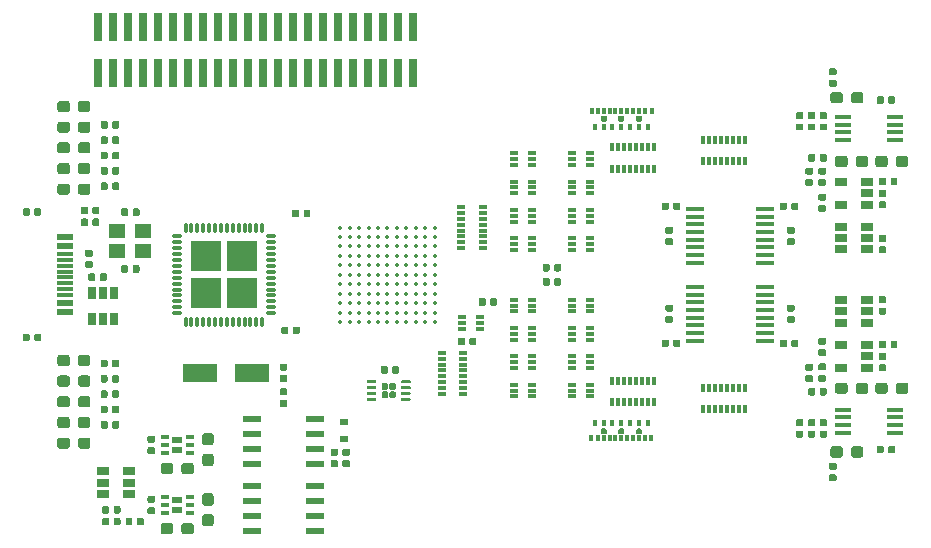
<source format=gtp>
G04 #@! TF.GenerationSoftware,KiCad,Pcbnew,5.1.5-52549c5~84~ubuntu19.10.1*
G04 #@! TF.CreationDate,2020-03-17T13:52:51+01:00*
G04 #@! TF.ProjectId,glasgow,676c6173-676f-4772-9e6b-696361645f70,rev?*
G04 #@! TF.SameCoordinates,Original*
G04 #@! TF.FileFunction,Paste,Top*
G04 #@! TF.FilePolarity,Positive*
%FSLAX46Y46*%
G04 Gerber Fmt 4.6, Leading zero omitted, Abs format (unit mm)*
G04 Created by KiCad (PCBNEW 5.1.5-52549c5~84~ubuntu19.10.1) date 2020-03-17 13:52:51*
%MOMM*%
%LPD*%
G04 APERTURE LIST*
%ADD10R,1.450000X0.600000*%
%ADD11R,1.450000X0.300000*%
%ADD12C,0.100000*%
%ADD13R,3.000000X1.600000*%
%ADD14R,1.060000X0.650000*%
%ADD15R,0.650000X0.350000*%
%ADD16R,0.820000X0.630000*%
%ADD17R,1.400000X1.200000*%
%ADD18R,0.700000X0.350000*%
%ADD19R,0.700000X0.600000*%
%ADD20R,0.300000X0.500000*%
%ADD21R,0.450000X0.500000*%
%ADD22C,0.350000*%
%ADD23R,0.800000X0.300000*%
%ADD24R,1.500000X0.450000*%
%ADD25R,0.300000X0.800000*%
%ADD26R,1.450000X0.450000*%
%ADD27R,0.740000X2.400000*%
%ADD28R,2.600000X2.600000*%
%ADD29O,0.280000X1.000000*%
%ADD30O,1.000000X0.280000*%
%ADD31R,0.650000X1.060000*%
%ADD32R,1.550000X0.600000*%
G04 APERTURE END LIST*
D10*
X56400000Y-93075000D03*
X56400000Y-97875000D03*
X56400000Y-98675000D03*
X56400000Y-92275000D03*
X56400000Y-98675000D03*
X56400000Y-97875000D03*
D11*
X56400000Y-97225000D03*
X56400000Y-96725000D03*
X56400000Y-96225000D03*
X56400000Y-95725000D03*
X56400000Y-95225000D03*
X56400000Y-94725000D03*
X56400000Y-94225000D03*
X56400000Y-93725000D03*
D10*
X56400000Y-93075000D03*
X56400000Y-92275000D03*
D12*
G36*
X53276958Y-100480710D02*
G01*
X53291276Y-100482834D01*
X53305317Y-100486351D01*
X53318946Y-100491228D01*
X53332031Y-100497417D01*
X53344447Y-100504858D01*
X53356073Y-100513481D01*
X53366798Y-100523202D01*
X53376519Y-100533927D01*
X53385142Y-100545553D01*
X53392583Y-100557969D01*
X53398772Y-100571054D01*
X53403649Y-100584683D01*
X53407166Y-100598724D01*
X53409290Y-100613042D01*
X53410000Y-100627500D01*
X53410000Y-100972500D01*
X53409290Y-100986958D01*
X53407166Y-101001276D01*
X53403649Y-101015317D01*
X53398772Y-101028946D01*
X53392583Y-101042031D01*
X53385142Y-101054447D01*
X53376519Y-101066073D01*
X53366798Y-101076798D01*
X53356073Y-101086519D01*
X53344447Y-101095142D01*
X53332031Y-101102583D01*
X53318946Y-101108772D01*
X53305317Y-101113649D01*
X53291276Y-101117166D01*
X53276958Y-101119290D01*
X53262500Y-101120000D01*
X52967500Y-101120000D01*
X52953042Y-101119290D01*
X52938724Y-101117166D01*
X52924683Y-101113649D01*
X52911054Y-101108772D01*
X52897969Y-101102583D01*
X52885553Y-101095142D01*
X52873927Y-101086519D01*
X52863202Y-101076798D01*
X52853481Y-101066073D01*
X52844858Y-101054447D01*
X52837417Y-101042031D01*
X52831228Y-101028946D01*
X52826351Y-101015317D01*
X52822834Y-101001276D01*
X52820710Y-100986958D01*
X52820000Y-100972500D01*
X52820000Y-100627500D01*
X52820710Y-100613042D01*
X52822834Y-100598724D01*
X52826351Y-100584683D01*
X52831228Y-100571054D01*
X52837417Y-100557969D01*
X52844858Y-100545553D01*
X52853481Y-100533927D01*
X52863202Y-100523202D01*
X52873927Y-100513481D01*
X52885553Y-100504858D01*
X52897969Y-100497417D01*
X52911054Y-100491228D01*
X52924683Y-100486351D01*
X52938724Y-100482834D01*
X52953042Y-100480710D01*
X52967500Y-100480000D01*
X53262500Y-100480000D01*
X53276958Y-100480710D01*
G37*
G36*
X54246958Y-100480710D02*
G01*
X54261276Y-100482834D01*
X54275317Y-100486351D01*
X54288946Y-100491228D01*
X54302031Y-100497417D01*
X54314447Y-100504858D01*
X54326073Y-100513481D01*
X54336798Y-100523202D01*
X54346519Y-100533927D01*
X54355142Y-100545553D01*
X54362583Y-100557969D01*
X54368772Y-100571054D01*
X54373649Y-100584683D01*
X54377166Y-100598724D01*
X54379290Y-100613042D01*
X54380000Y-100627500D01*
X54380000Y-100972500D01*
X54379290Y-100986958D01*
X54377166Y-101001276D01*
X54373649Y-101015317D01*
X54368772Y-101028946D01*
X54362583Y-101042031D01*
X54355142Y-101054447D01*
X54346519Y-101066073D01*
X54336798Y-101076798D01*
X54326073Y-101086519D01*
X54314447Y-101095142D01*
X54302031Y-101102583D01*
X54288946Y-101108772D01*
X54275317Y-101113649D01*
X54261276Y-101117166D01*
X54246958Y-101119290D01*
X54232500Y-101120000D01*
X53937500Y-101120000D01*
X53923042Y-101119290D01*
X53908724Y-101117166D01*
X53894683Y-101113649D01*
X53881054Y-101108772D01*
X53867969Y-101102583D01*
X53855553Y-101095142D01*
X53843927Y-101086519D01*
X53833202Y-101076798D01*
X53823481Y-101066073D01*
X53814858Y-101054447D01*
X53807417Y-101042031D01*
X53801228Y-101028946D01*
X53796351Y-101015317D01*
X53792834Y-101001276D01*
X53790710Y-100986958D01*
X53790000Y-100972500D01*
X53790000Y-100627500D01*
X53790710Y-100613042D01*
X53792834Y-100598724D01*
X53796351Y-100584683D01*
X53801228Y-100571054D01*
X53807417Y-100557969D01*
X53814858Y-100545553D01*
X53823481Y-100533927D01*
X53833202Y-100523202D01*
X53843927Y-100513481D01*
X53855553Y-100504858D01*
X53867969Y-100497417D01*
X53881054Y-100491228D01*
X53894683Y-100486351D01*
X53908724Y-100482834D01*
X53923042Y-100480710D01*
X53937500Y-100480000D01*
X54232500Y-100480000D01*
X54246958Y-100480710D01*
G37*
G36*
X53276958Y-89855710D02*
G01*
X53291276Y-89857834D01*
X53305317Y-89861351D01*
X53318946Y-89866228D01*
X53332031Y-89872417D01*
X53344447Y-89879858D01*
X53356073Y-89888481D01*
X53366798Y-89898202D01*
X53376519Y-89908927D01*
X53385142Y-89920553D01*
X53392583Y-89932969D01*
X53398772Y-89946054D01*
X53403649Y-89959683D01*
X53407166Y-89973724D01*
X53409290Y-89988042D01*
X53410000Y-90002500D01*
X53410000Y-90347500D01*
X53409290Y-90361958D01*
X53407166Y-90376276D01*
X53403649Y-90390317D01*
X53398772Y-90403946D01*
X53392583Y-90417031D01*
X53385142Y-90429447D01*
X53376519Y-90441073D01*
X53366798Y-90451798D01*
X53356073Y-90461519D01*
X53344447Y-90470142D01*
X53332031Y-90477583D01*
X53318946Y-90483772D01*
X53305317Y-90488649D01*
X53291276Y-90492166D01*
X53276958Y-90494290D01*
X53262500Y-90495000D01*
X52967500Y-90495000D01*
X52953042Y-90494290D01*
X52938724Y-90492166D01*
X52924683Y-90488649D01*
X52911054Y-90483772D01*
X52897969Y-90477583D01*
X52885553Y-90470142D01*
X52873927Y-90461519D01*
X52863202Y-90451798D01*
X52853481Y-90441073D01*
X52844858Y-90429447D01*
X52837417Y-90417031D01*
X52831228Y-90403946D01*
X52826351Y-90390317D01*
X52822834Y-90376276D01*
X52820710Y-90361958D01*
X52820000Y-90347500D01*
X52820000Y-90002500D01*
X52820710Y-89988042D01*
X52822834Y-89973724D01*
X52826351Y-89959683D01*
X52831228Y-89946054D01*
X52837417Y-89932969D01*
X52844858Y-89920553D01*
X52853481Y-89908927D01*
X52863202Y-89898202D01*
X52873927Y-89888481D01*
X52885553Y-89879858D01*
X52897969Y-89872417D01*
X52911054Y-89866228D01*
X52924683Y-89861351D01*
X52938724Y-89857834D01*
X52953042Y-89855710D01*
X52967500Y-89855000D01*
X53262500Y-89855000D01*
X53276958Y-89855710D01*
G37*
G36*
X54246958Y-89855710D02*
G01*
X54261276Y-89857834D01*
X54275317Y-89861351D01*
X54288946Y-89866228D01*
X54302031Y-89872417D01*
X54314447Y-89879858D01*
X54326073Y-89888481D01*
X54336798Y-89898202D01*
X54346519Y-89908927D01*
X54355142Y-89920553D01*
X54362583Y-89932969D01*
X54368772Y-89946054D01*
X54373649Y-89959683D01*
X54377166Y-89973724D01*
X54379290Y-89988042D01*
X54380000Y-90002500D01*
X54380000Y-90347500D01*
X54379290Y-90361958D01*
X54377166Y-90376276D01*
X54373649Y-90390317D01*
X54368772Y-90403946D01*
X54362583Y-90417031D01*
X54355142Y-90429447D01*
X54346519Y-90441073D01*
X54336798Y-90451798D01*
X54326073Y-90461519D01*
X54314447Y-90470142D01*
X54302031Y-90477583D01*
X54288946Y-90483772D01*
X54275317Y-90488649D01*
X54261276Y-90492166D01*
X54246958Y-90494290D01*
X54232500Y-90495000D01*
X53937500Y-90495000D01*
X53923042Y-90494290D01*
X53908724Y-90492166D01*
X53894683Y-90488649D01*
X53881054Y-90483772D01*
X53867969Y-90477583D01*
X53855553Y-90470142D01*
X53843927Y-90461519D01*
X53833202Y-90451798D01*
X53823481Y-90441073D01*
X53814858Y-90429447D01*
X53807417Y-90417031D01*
X53801228Y-90403946D01*
X53796351Y-90390317D01*
X53792834Y-90376276D01*
X53790710Y-90361958D01*
X53790000Y-90347500D01*
X53790000Y-90002500D01*
X53790710Y-89988042D01*
X53792834Y-89973724D01*
X53796351Y-89959683D01*
X53801228Y-89946054D01*
X53807417Y-89932969D01*
X53814858Y-89920553D01*
X53823481Y-89908927D01*
X53833202Y-89898202D01*
X53843927Y-89888481D01*
X53855553Y-89879858D01*
X53867969Y-89872417D01*
X53881054Y-89866228D01*
X53894683Y-89861351D01*
X53908724Y-89857834D01*
X53923042Y-89855710D01*
X53937500Y-89855000D01*
X54232500Y-89855000D01*
X54246958Y-89855710D01*
G37*
D13*
X67800000Y-103850000D03*
X72200000Y-103850000D03*
D14*
X122100000Y-89550000D03*
X122100000Y-87650000D03*
X124300000Y-87650000D03*
X124300000Y-88600000D03*
X124300000Y-89550000D03*
D15*
X66950000Y-110550000D03*
X66950000Y-109900000D03*
X66950000Y-109250000D03*
X64850000Y-109250000D03*
X64850000Y-109900000D03*
X64850000Y-110550000D03*
D16*
X65900000Y-110300000D03*
X65900000Y-109500000D03*
D15*
X66950000Y-115650000D03*
X66950000Y-115000000D03*
X66950000Y-114350000D03*
X64850000Y-114350000D03*
X64850000Y-115000000D03*
X64850000Y-115650000D03*
D16*
X65900000Y-115400000D03*
X65900000Y-114600000D03*
D12*
G36*
X65335779Y-111426144D02*
G01*
X65358834Y-111429563D01*
X65381443Y-111435227D01*
X65403387Y-111443079D01*
X65424457Y-111453044D01*
X65444448Y-111465026D01*
X65463168Y-111478910D01*
X65480438Y-111494562D01*
X65496090Y-111511832D01*
X65509974Y-111530552D01*
X65521956Y-111550543D01*
X65531921Y-111571613D01*
X65539773Y-111593557D01*
X65545437Y-111616166D01*
X65548856Y-111639221D01*
X65550000Y-111662500D01*
X65550000Y-112137500D01*
X65548856Y-112160779D01*
X65545437Y-112183834D01*
X65539773Y-112206443D01*
X65531921Y-112228387D01*
X65521956Y-112249457D01*
X65509974Y-112269448D01*
X65496090Y-112288168D01*
X65480438Y-112305438D01*
X65463168Y-112321090D01*
X65444448Y-112334974D01*
X65424457Y-112346956D01*
X65403387Y-112356921D01*
X65381443Y-112364773D01*
X65358834Y-112370437D01*
X65335779Y-112373856D01*
X65312500Y-112375000D01*
X64737500Y-112375000D01*
X64714221Y-112373856D01*
X64691166Y-112370437D01*
X64668557Y-112364773D01*
X64646613Y-112356921D01*
X64625543Y-112346956D01*
X64605552Y-112334974D01*
X64586832Y-112321090D01*
X64569562Y-112305438D01*
X64553910Y-112288168D01*
X64540026Y-112269448D01*
X64528044Y-112249457D01*
X64518079Y-112228387D01*
X64510227Y-112206443D01*
X64504563Y-112183834D01*
X64501144Y-112160779D01*
X64500000Y-112137500D01*
X64500000Y-111662500D01*
X64501144Y-111639221D01*
X64504563Y-111616166D01*
X64510227Y-111593557D01*
X64518079Y-111571613D01*
X64528044Y-111550543D01*
X64540026Y-111530552D01*
X64553910Y-111511832D01*
X64569562Y-111494562D01*
X64586832Y-111478910D01*
X64605552Y-111465026D01*
X64625543Y-111453044D01*
X64646613Y-111443079D01*
X64668557Y-111435227D01*
X64691166Y-111429563D01*
X64714221Y-111426144D01*
X64737500Y-111425000D01*
X65312500Y-111425000D01*
X65335779Y-111426144D01*
G37*
G36*
X67085779Y-111426144D02*
G01*
X67108834Y-111429563D01*
X67131443Y-111435227D01*
X67153387Y-111443079D01*
X67174457Y-111453044D01*
X67194448Y-111465026D01*
X67213168Y-111478910D01*
X67230438Y-111494562D01*
X67246090Y-111511832D01*
X67259974Y-111530552D01*
X67271956Y-111550543D01*
X67281921Y-111571613D01*
X67289773Y-111593557D01*
X67295437Y-111616166D01*
X67298856Y-111639221D01*
X67300000Y-111662500D01*
X67300000Y-112137500D01*
X67298856Y-112160779D01*
X67295437Y-112183834D01*
X67289773Y-112206443D01*
X67281921Y-112228387D01*
X67271956Y-112249457D01*
X67259974Y-112269448D01*
X67246090Y-112288168D01*
X67230438Y-112305438D01*
X67213168Y-112321090D01*
X67194448Y-112334974D01*
X67174457Y-112346956D01*
X67153387Y-112356921D01*
X67131443Y-112364773D01*
X67108834Y-112370437D01*
X67085779Y-112373856D01*
X67062500Y-112375000D01*
X66487500Y-112375000D01*
X66464221Y-112373856D01*
X66441166Y-112370437D01*
X66418557Y-112364773D01*
X66396613Y-112356921D01*
X66375543Y-112346956D01*
X66355552Y-112334974D01*
X66336832Y-112321090D01*
X66319562Y-112305438D01*
X66303910Y-112288168D01*
X66290026Y-112269448D01*
X66278044Y-112249457D01*
X66268079Y-112228387D01*
X66260227Y-112206443D01*
X66254563Y-112183834D01*
X66251144Y-112160779D01*
X66250000Y-112137500D01*
X66250000Y-111662500D01*
X66251144Y-111639221D01*
X66254563Y-111616166D01*
X66260227Y-111593557D01*
X66268079Y-111571613D01*
X66278044Y-111550543D01*
X66290026Y-111530552D01*
X66303910Y-111511832D01*
X66319562Y-111494562D01*
X66336832Y-111478910D01*
X66355552Y-111465026D01*
X66375543Y-111453044D01*
X66396613Y-111443079D01*
X66418557Y-111435227D01*
X66441166Y-111429563D01*
X66464221Y-111426144D01*
X66487500Y-111425000D01*
X67062500Y-111425000D01*
X67085779Y-111426144D01*
G37*
D17*
X60825000Y-91750000D03*
X63025000Y-91750000D03*
X63025000Y-93450000D03*
X60825000Y-93450000D03*
D12*
G36*
X58335779Y-109276144D02*
G01*
X58358834Y-109279563D01*
X58381443Y-109285227D01*
X58403387Y-109293079D01*
X58424457Y-109303044D01*
X58444448Y-109315026D01*
X58463168Y-109328910D01*
X58480438Y-109344562D01*
X58496090Y-109361832D01*
X58509974Y-109380552D01*
X58521956Y-109400543D01*
X58531921Y-109421613D01*
X58539773Y-109443557D01*
X58545437Y-109466166D01*
X58548856Y-109489221D01*
X58550000Y-109512500D01*
X58550000Y-109987500D01*
X58548856Y-110010779D01*
X58545437Y-110033834D01*
X58539773Y-110056443D01*
X58531921Y-110078387D01*
X58521956Y-110099457D01*
X58509974Y-110119448D01*
X58496090Y-110138168D01*
X58480438Y-110155438D01*
X58463168Y-110171090D01*
X58444448Y-110184974D01*
X58424457Y-110196956D01*
X58403387Y-110206921D01*
X58381443Y-110214773D01*
X58358834Y-110220437D01*
X58335779Y-110223856D01*
X58312500Y-110225000D01*
X57737500Y-110225000D01*
X57714221Y-110223856D01*
X57691166Y-110220437D01*
X57668557Y-110214773D01*
X57646613Y-110206921D01*
X57625543Y-110196956D01*
X57605552Y-110184974D01*
X57586832Y-110171090D01*
X57569562Y-110155438D01*
X57553910Y-110138168D01*
X57540026Y-110119448D01*
X57528044Y-110099457D01*
X57518079Y-110078387D01*
X57510227Y-110056443D01*
X57504563Y-110033834D01*
X57501144Y-110010779D01*
X57500000Y-109987500D01*
X57500000Y-109512500D01*
X57501144Y-109489221D01*
X57504563Y-109466166D01*
X57510227Y-109443557D01*
X57518079Y-109421613D01*
X57528044Y-109400543D01*
X57540026Y-109380552D01*
X57553910Y-109361832D01*
X57569562Y-109344562D01*
X57586832Y-109328910D01*
X57605552Y-109315026D01*
X57625543Y-109303044D01*
X57646613Y-109293079D01*
X57668557Y-109285227D01*
X57691166Y-109279563D01*
X57714221Y-109276144D01*
X57737500Y-109275000D01*
X58312500Y-109275000D01*
X58335779Y-109276144D01*
G37*
G36*
X56585779Y-109276144D02*
G01*
X56608834Y-109279563D01*
X56631443Y-109285227D01*
X56653387Y-109293079D01*
X56674457Y-109303044D01*
X56694448Y-109315026D01*
X56713168Y-109328910D01*
X56730438Y-109344562D01*
X56746090Y-109361832D01*
X56759974Y-109380552D01*
X56771956Y-109400543D01*
X56781921Y-109421613D01*
X56789773Y-109443557D01*
X56795437Y-109466166D01*
X56798856Y-109489221D01*
X56800000Y-109512500D01*
X56800000Y-109987500D01*
X56798856Y-110010779D01*
X56795437Y-110033834D01*
X56789773Y-110056443D01*
X56781921Y-110078387D01*
X56771956Y-110099457D01*
X56759974Y-110119448D01*
X56746090Y-110138168D01*
X56730438Y-110155438D01*
X56713168Y-110171090D01*
X56694448Y-110184974D01*
X56674457Y-110196956D01*
X56653387Y-110206921D01*
X56631443Y-110214773D01*
X56608834Y-110220437D01*
X56585779Y-110223856D01*
X56562500Y-110225000D01*
X55987500Y-110225000D01*
X55964221Y-110223856D01*
X55941166Y-110220437D01*
X55918557Y-110214773D01*
X55896613Y-110206921D01*
X55875543Y-110196956D01*
X55855552Y-110184974D01*
X55836832Y-110171090D01*
X55819562Y-110155438D01*
X55803910Y-110138168D01*
X55790026Y-110119448D01*
X55778044Y-110099457D01*
X55768079Y-110078387D01*
X55760227Y-110056443D01*
X55754563Y-110033834D01*
X55751144Y-110010779D01*
X55750000Y-109987500D01*
X55750000Y-109512500D01*
X55751144Y-109489221D01*
X55754563Y-109466166D01*
X55760227Y-109443557D01*
X55768079Y-109421613D01*
X55778044Y-109400543D01*
X55790026Y-109380552D01*
X55803910Y-109361832D01*
X55819562Y-109344562D01*
X55836832Y-109328910D01*
X55855552Y-109315026D01*
X55875543Y-109303044D01*
X55896613Y-109293079D01*
X55918557Y-109285227D01*
X55941166Y-109279563D01*
X55964221Y-109276144D01*
X55987500Y-109275000D01*
X56562500Y-109275000D01*
X56585779Y-109276144D01*
G37*
G36*
X58335779Y-107526144D02*
G01*
X58358834Y-107529563D01*
X58381443Y-107535227D01*
X58403387Y-107543079D01*
X58424457Y-107553044D01*
X58444448Y-107565026D01*
X58463168Y-107578910D01*
X58480438Y-107594562D01*
X58496090Y-107611832D01*
X58509974Y-107630552D01*
X58521956Y-107650543D01*
X58531921Y-107671613D01*
X58539773Y-107693557D01*
X58545437Y-107716166D01*
X58548856Y-107739221D01*
X58550000Y-107762500D01*
X58550000Y-108237500D01*
X58548856Y-108260779D01*
X58545437Y-108283834D01*
X58539773Y-108306443D01*
X58531921Y-108328387D01*
X58521956Y-108349457D01*
X58509974Y-108369448D01*
X58496090Y-108388168D01*
X58480438Y-108405438D01*
X58463168Y-108421090D01*
X58444448Y-108434974D01*
X58424457Y-108446956D01*
X58403387Y-108456921D01*
X58381443Y-108464773D01*
X58358834Y-108470437D01*
X58335779Y-108473856D01*
X58312500Y-108475000D01*
X57737500Y-108475000D01*
X57714221Y-108473856D01*
X57691166Y-108470437D01*
X57668557Y-108464773D01*
X57646613Y-108456921D01*
X57625543Y-108446956D01*
X57605552Y-108434974D01*
X57586832Y-108421090D01*
X57569562Y-108405438D01*
X57553910Y-108388168D01*
X57540026Y-108369448D01*
X57528044Y-108349457D01*
X57518079Y-108328387D01*
X57510227Y-108306443D01*
X57504563Y-108283834D01*
X57501144Y-108260779D01*
X57500000Y-108237500D01*
X57500000Y-107762500D01*
X57501144Y-107739221D01*
X57504563Y-107716166D01*
X57510227Y-107693557D01*
X57518079Y-107671613D01*
X57528044Y-107650543D01*
X57540026Y-107630552D01*
X57553910Y-107611832D01*
X57569562Y-107594562D01*
X57586832Y-107578910D01*
X57605552Y-107565026D01*
X57625543Y-107553044D01*
X57646613Y-107543079D01*
X57668557Y-107535227D01*
X57691166Y-107529563D01*
X57714221Y-107526144D01*
X57737500Y-107525000D01*
X58312500Y-107525000D01*
X58335779Y-107526144D01*
G37*
G36*
X56585779Y-107526144D02*
G01*
X56608834Y-107529563D01*
X56631443Y-107535227D01*
X56653387Y-107543079D01*
X56674457Y-107553044D01*
X56694448Y-107565026D01*
X56713168Y-107578910D01*
X56730438Y-107594562D01*
X56746090Y-107611832D01*
X56759974Y-107630552D01*
X56771956Y-107650543D01*
X56781921Y-107671613D01*
X56789773Y-107693557D01*
X56795437Y-107716166D01*
X56798856Y-107739221D01*
X56800000Y-107762500D01*
X56800000Y-108237500D01*
X56798856Y-108260779D01*
X56795437Y-108283834D01*
X56789773Y-108306443D01*
X56781921Y-108328387D01*
X56771956Y-108349457D01*
X56759974Y-108369448D01*
X56746090Y-108388168D01*
X56730438Y-108405438D01*
X56713168Y-108421090D01*
X56694448Y-108434974D01*
X56674457Y-108446956D01*
X56653387Y-108456921D01*
X56631443Y-108464773D01*
X56608834Y-108470437D01*
X56585779Y-108473856D01*
X56562500Y-108475000D01*
X55987500Y-108475000D01*
X55964221Y-108473856D01*
X55941166Y-108470437D01*
X55918557Y-108464773D01*
X55896613Y-108456921D01*
X55875543Y-108446956D01*
X55855552Y-108434974D01*
X55836832Y-108421090D01*
X55819562Y-108405438D01*
X55803910Y-108388168D01*
X55790026Y-108369448D01*
X55778044Y-108349457D01*
X55768079Y-108328387D01*
X55760227Y-108306443D01*
X55754563Y-108283834D01*
X55751144Y-108260779D01*
X55750000Y-108237500D01*
X55750000Y-107762500D01*
X55751144Y-107739221D01*
X55754563Y-107716166D01*
X55760227Y-107693557D01*
X55768079Y-107671613D01*
X55778044Y-107650543D01*
X55790026Y-107630552D01*
X55803910Y-107611832D01*
X55819562Y-107594562D01*
X55836832Y-107578910D01*
X55855552Y-107565026D01*
X55875543Y-107553044D01*
X55896613Y-107543079D01*
X55918557Y-107535227D01*
X55941166Y-107529563D01*
X55964221Y-107526144D01*
X55987500Y-107525000D01*
X56562500Y-107525000D01*
X56585779Y-107526144D01*
G37*
G36*
X58335779Y-105776144D02*
G01*
X58358834Y-105779563D01*
X58381443Y-105785227D01*
X58403387Y-105793079D01*
X58424457Y-105803044D01*
X58444448Y-105815026D01*
X58463168Y-105828910D01*
X58480438Y-105844562D01*
X58496090Y-105861832D01*
X58509974Y-105880552D01*
X58521956Y-105900543D01*
X58531921Y-105921613D01*
X58539773Y-105943557D01*
X58545437Y-105966166D01*
X58548856Y-105989221D01*
X58550000Y-106012500D01*
X58550000Y-106487500D01*
X58548856Y-106510779D01*
X58545437Y-106533834D01*
X58539773Y-106556443D01*
X58531921Y-106578387D01*
X58521956Y-106599457D01*
X58509974Y-106619448D01*
X58496090Y-106638168D01*
X58480438Y-106655438D01*
X58463168Y-106671090D01*
X58444448Y-106684974D01*
X58424457Y-106696956D01*
X58403387Y-106706921D01*
X58381443Y-106714773D01*
X58358834Y-106720437D01*
X58335779Y-106723856D01*
X58312500Y-106725000D01*
X57737500Y-106725000D01*
X57714221Y-106723856D01*
X57691166Y-106720437D01*
X57668557Y-106714773D01*
X57646613Y-106706921D01*
X57625543Y-106696956D01*
X57605552Y-106684974D01*
X57586832Y-106671090D01*
X57569562Y-106655438D01*
X57553910Y-106638168D01*
X57540026Y-106619448D01*
X57528044Y-106599457D01*
X57518079Y-106578387D01*
X57510227Y-106556443D01*
X57504563Y-106533834D01*
X57501144Y-106510779D01*
X57500000Y-106487500D01*
X57500000Y-106012500D01*
X57501144Y-105989221D01*
X57504563Y-105966166D01*
X57510227Y-105943557D01*
X57518079Y-105921613D01*
X57528044Y-105900543D01*
X57540026Y-105880552D01*
X57553910Y-105861832D01*
X57569562Y-105844562D01*
X57586832Y-105828910D01*
X57605552Y-105815026D01*
X57625543Y-105803044D01*
X57646613Y-105793079D01*
X57668557Y-105785227D01*
X57691166Y-105779563D01*
X57714221Y-105776144D01*
X57737500Y-105775000D01*
X58312500Y-105775000D01*
X58335779Y-105776144D01*
G37*
G36*
X56585779Y-105776144D02*
G01*
X56608834Y-105779563D01*
X56631443Y-105785227D01*
X56653387Y-105793079D01*
X56674457Y-105803044D01*
X56694448Y-105815026D01*
X56713168Y-105828910D01*
X56730438Y-105844562D01*
X56746090Y-105861832D01*
X56759974Y-105880552D01*
X56771956Y-105900543D01*
X56781921Y-105921613D01*
X56789773Y-105943557D01*
X56795437Y-105966166D01*
X56798856Y-105989221D01*
X56800000Y-106012500D01*
X56800000Y-106487500D01*
X56798856Y-106510779D01*
X56795437Y-106533834D01*
X56789773Y-106556443D01*
X56781921Y-106578387D01*
X56771956Y-106599457D01*
X56759974Y-106619448D01*
X56746090Y-106638168D01*
X56730438Y-106655438D01*
X56713168Y-106671090D01*
X56694448Y-106684974D01*
X56674457Y-106696956D01*
X56653387Y-106706921D01*
X56631443Y-106714773D01*
X56608834Y-106720437D01*
X56585779Y-106723856D01*
X56562500Y-106725000D01*
X55987500Y-106725000D01*
X55964221Y-106723856D01*
X55941166Y-106720437D01*
X55918557Y-106714773D01*
X55896613Y-106706921D01*
X55875543Y-106696956D01*
X55855552Y-106684974D01*
X55836832Y-106671090D01*
X55819562Y-106655438D01*
X55803910Y-106638168D01*
X55790026Y-106619448D01*
X55778044Y-106599457D01*
X55768079Y-106578387D01*
X55760227Y-106556443D01*
X55754563Y-106533834D01*
X55751144Y-106510779D01*
X55750000Y-106487500D01*
X55750000Y-106012500D01*
X55751144Y-105989221D01*
X55754563Y-105966166D01*
X55760227Y-105943557D01*
X55768079Y-105921613D01*
X55778044Y-105900543D01*
X55790026Y-105880552D01*
X55803910Y-105861832D01*
X55819562Y-105844562D01*
X55836832Y-105828910D01*
X55855552Y-105815026D01*
X55875543Y-105803044D01*
X55896613Y-105793079D01*
X55918557Y-105785227D01*
X55941166Y-105779563D01*
X55964221Y-105776144D01*
X55987500Y-105775000D01*
X56562500Y-105775000D01*
X56585779Y-105776144D01*
G37*
G36*
X58335779Y-104026144D02*
G01*
X58358834Y-104029563D01*
X58381443Y-104035227D01*
X58403387Y-104043079D01*
X58424457Y-104053044D01*
X58444448Y-104065026D01*
X58463168Y-104078910D01*
X58480438Y-104094562D01*
X58496090Y-104111832D01*
X58509974Y-104130552D01*
X58521956Y-104150543D01*
X58531921Y-104171613D01*
X58539773Y-104193557D01*
X58545437Y-104216166D01*
X58548856Y-104239221D01*
X58550000Y-104262500D01*
X58550000Y-104737500D01*
X58548856Y-104760779D01*
X58545437Y-104783834D01*
X58539773Y-104806443D01*
X58531921Y-104828387D01*
X58521956Y-104849457D01*
X58509974Y-104869448D01*
X58496090Y-104888168D01*
X58480438Y-104905438D01*
X58463168Y-104921090D01*
X58444448Y-104934974D01*
X58424457Y-104946956D01*
X58403387Y-104956921D01*
X58381443Y-104964773D01*
X58358834Y-104970437D01*
X58335779Y-104973856D01*
X58312500Y-104975000D01*
X57737500Y-104975000D01*
X57714221Y-104973856D01*
X57691166Y-104970437D01*
X57668557Y-104964773D01*
X57646613Y-104956921D01*
X57625543Y-104946956D01*
X57605552Y-104934974D01*
X57586832Y-104921090D01*
X57569562Y-104905438D01*
X57553910Y-104888168D01*
X57540026Y-104869448D01*
X57528044Y-104849457D01*
X57518079Y-104828387D01*
X57510227Y-104806443D01*
X57504563Y-104783834D01*
X57501144Y-104760779D01*
X57500000Y-104737500D01*
X57500000Y-104262500D01*
X57501144Y-104239221D01*
X57504563Y-104216166D01*
X57510227Y-104193557D01*
X57518079Y-104171613D01*
X57528044Y-104150543D01*
X57540026Y-104130552D01*
X57553910Y-104111832D01*
X57569562Y-104094562D01*
X57586832Y-104078910D01*
X57605552Y-104065026D01*
X57625543Y-104053044D01*
X57646613Y-104043079D01*
X57668557Y-104035227D01*
X57691166Y-104029563D01*
X57714221Y-104026144D01*
X57737500Y-104025000D01*
X58312500Y-104025000D01*
X58335779Y-104026144D01*
G37*
G36*
X56585779Y-104026144D02*
G01*
X56608834Y-104029563D01*
X56631443Y-104035227D01*
X56653387Y-104043079D01*
X56674457Y-104053044D01*
X56694448Y-104065026D01*
X56713168Y-104078910D01*
X56730438Y-104094562D01*
X56746090Y-104111832D01*
X56759974Y-104130552D01*
X56771956Y-104150543D01*
X56781921Y-104171613D01*
X56789773Y-104193557D01*
X56795437Y-104216166D01*
X56798856Y-104239221D01*
X56800000Y-104262500D01*
X56800000Y-104737500D01*
X56798856Y-104760779D01*
X56795437Y-104783834D01*
X56789773Y-104806443D01*
X56781921Y-104828387D01*
X56771956Y-104849457D01*
X56759974Y-104869448D01*
X56746090Y-104888168D01*
X56730438Y-104905438D01*
X56713168Y-104921090D01*
X56694448Y-104934974D01*
X56674457Y-104946956D01*
X56653387Y-104956921D01*
X56631443Y-104964773D01*
X56608834Y-104970437D01*
X56585779Y-104973856D01*
X56562500Y-104975000D01*
X55987500Y-104975000D01*
X55964221Y-104973856D01*
X55941166Y-104970437D01*
X55918557Y-104964773D01*
X55896613Y-104956921D01*
X55875543Y-104946956D01*
X55855552Y-104934974D01*
X55836832Y-104921090D01*
X55819562Y-104905438D01*
X55803910Y-104888168D01*
X55790026Y-104869448D01*
X55778044Y-104849457D01*
X55768079Y-104828387D01*
X55760227Y-104806443D01*
X55754563Y-104783834D01*
X55751144Y-104760779D01*
X55750000Y-104737500D01*
X55750000Y-104262500D01*
X55751144Y-104239221D01*
X55754563Y-104216166D01*
X55760227Y-104193557D01*
X55768079Y-104171613D01*
X55778044Y-104150543D01*
X55790026Y-104130552D01*
X55803910Y-104111832D01*
X55819562Y-104094562D01*
X55836832Y-104078910D01*
X55855552Y-104065026D01*
X55875543Y-104053044D01*
X55896613Y-104043079D01*
X55918557Y-104035227D01*
X55941166Y-104029563D01*
X55964221Y-104026144D01*
X55987500Y-104025000D01*
X56562500Y-104025000D01*
X56585779Y-104026144D01*
G37*
G36*
X58335779Y-102276144D02*
G01*
X58358834Y-102279563D01*
X58381443Y-102285227D01*
X58403387Y-102293079D01*
X58424457Y-102303044D01*
X58444448Y-102315026D01*
X58463168Y-102328910D01*
X58480438Y-102344562D01*
X58496090Y-102361832D01*
X58509974Y-102380552D01*
X58521956Y-102400543D01*
X58531921Y-102421613D01*
X58539773Y-102443557D01*
X58545437Y-102466166D01*
X58548856Y-102489221D01*
X58550000Y-102512500D01*
X58550000Y-102987500D01*
X58548856Y-103010779D01*
X58545437Y-103033834D01*
X58539773Y-103056443D01*
X58531921Y-103078387D01*
X58521956Y-103099457D01*
X58509974Y-103119448D01*
X58496090Y-103138168D01*
X58480438Y-103155438D01*
X58463168Y-103171090D01*
X58444448Y-103184974D01*
X58424457Y-103196956D01*
X58403387Y-103206921D01*
X58381443Y-103214773D01*
X58358834Y-103220437D01*
X58335779Y-103223856D01*
X58312500Y-103225000D01*
X57737500Y-103225000D01*
X57714221Y-103223856D01*
X57691166Y-103220437D01*
X57668557Y-103214773D01*
X57646613Y-103206921D01*
X57625543Y-103196956D01*
X57605552Y-103184974D01*
X57586832Y-103171090D01*
X57569562Y-103155438D01*
X57553910Y-103138168D01*
X57540026Y-103119448D01*
X57528044Y-103099457D01*
X57518079Y-103078387D01*
X57510227Y-103056443D01*
X57504563Y-103033834D01*
X57501144Y-103010779D01*
X57500000Y-102987500D01*
X57500000Y-102512500D01*
X57501144Y-102489221D01*
X57504563Y-102466166D01*
X57510227Y-102443557D01*
X57518079Y-102421613D01*
X57528044Y-102400543D01*
X57540026Y-102380552D01*
X57553910Y-102361832D01*
X57569562Y-102344562D01*
X57586832Y-102328910D01*
X57605552Y-102315026D01*
X57625543Y-102303044D01*
X57646613Y-102293079D01*
X57668557Y-102285227D01*
X57691166Y-102279563D01*
X57714221Y-102276144D01*
X57737500Y-102275000D01*
X58312500Y-102275000D01*
X58335779Y-102276144D01*
G37*
G36*
X56585779Y-102276144D02*
G01*
X56608834Y-102279563D01*
X56631443Y-102285227D01*
X56653387Y-102293079D01*
X56674457Y-102303044D01*
X56694448Y-102315026D01*
X56713168Y-102328910D01*
X56730438Y-102344562D01*
X56746090Y-102361832D01*
X56759974Y-102380552D01*
X56771956Y-102400543D01*
X56781921Y-102421613D01*
X56789773Y-102443557D01*
X56795437Y-102466166D01*
X56798856Y-102489221D01*
X56800000Y-102512500D01*
X56800000Y-102987500D01*
X56798856Y-103010779D01*
X56795437Y-103033834D01*
X56789773Y-103056443D01*
X56781921Y-103078387D01*
X56771956Y-103099457D01*
X56759974Y-103119448D01*
X56746090Y-103138168D01*
X56730438Y-103155438D01*
X56713168Y-103171090D01*
X56694448Y-103184974D01*
X56674457Y-103196956D01*
X56653387Y-103206921D01*
X56631443Y-103214773D01*
X56608834Y-103220437D01*
X56585779Y-103223856D01*
X56562500Y-103225000D01*
X55987500Y-103225000D01*
X55964221Y-103223856D01*
X55941166Y-103220437D01*
X55918557Y-103214773D01*
X55896613Y-103206921D01*
X55875543Y-103196956D01*
X55855552Y-103184974D01*
X55836832Y-103171090D01*
X55819562Y-103155438D01*
X55803910Y-103138168D01*
X55790026Y-103119448D01*
X55778044Y-103099457D01*
X55768079Y-103078387D01*
X55760227Y-103056443D01*
X55754563Y-103033834D01*
X55751144Y-103010779D01*
X55750000Y-102987500D01*
X55750000Y-102512500D01*
X55751144Y-102489221D01*
X55754563Y-102466166D01*
X55760227Y-102443557D01*
X55768079Y-102421613D01*
X55778044Y-102400543D01*
X55790026Y-102380552D01*
X55803910Y-102361832D01*
X55819562Y-102344562D01*
X55836832Y-102328910D01*
X55855552Y-102315026D01*
X55875543Y-102303044D01*
X55896613Y-102293079D01*
X55918557Y-102285227D01*
X55941166Y-102279563D01*
X55964221Y-102276144D01*
X55987500Y-102275000D01*
X56562500Y-102275000D01*
X56585779Y-102276144D01*
G37*
G36*
X58335779Y-87776144D02*
G01*
X58358834Y-87779563D01*
X58381443Y-87785227D01*
X58403387Y-87793079D01*
X58424457Y-87803044D01*
X58444448Y-87815026D01*
X58463168Y-87828910D01*
X58480438Y-87844562D01*
X58496090Y-87861832D01*
X58509974Y-87880552D01*
X58521956Y-87900543D01*
X58531921Y-87921613D01*
X58539773Y-87943557D01*
X58545437Y-87966166D01*
X58548856Y-87989221D01*
X58550000Y-88012500D01*
X58550000Y-88487500D01*
X58548856Y-88510779D01*
X58545437Y-88533834D01*
X58539773Y-88556443D01*
X58531921Y-88578387D01*
X58521956Y-88599457D01*
X58509974Y-88619448D01*
X58496090Y-88638168D01*
X58480438Y-88655438D01*
X58463168Y-88671090D01*
X58444448Y-88684974D01*
X58424457Y-88696956D01*
X58403387Y-88706921D01*
X58381443Y-88714773D01*
X58358834Y-88720437D01*
X58335779Y-88723856D01*
X58312500Y-88725000D01*
X57737500Y-88725000D01*
X57714221Y-88723856D01*
X57691166Y-88720437D01*
X57668557Y-88714773D01*
X57646613Y-88706921D01*
X57625543Y-88696956D01*
X57605552Y-88684974D01*
X57586832Y-88671090D01*
X57569562Y-88655438D01*
X57553910Y-88638168D01*
X57540026Y-88619448D01*
X57528044Y-88599457D01*
X57518079Y-88578387D01*
X57510227Y-88556443D01*
X57504563Y-88533834D01*
X57501144Y-88510779D01*
X57500000Y-88487500D01*
X57500000Y-88012500D01*
X57501144Y-87989221D01*
X57504563Y-87966166D01*
X57510227Y-87943557D01*
X57518079Y-87921613D01*
X57528044Y-87900543D01*
X57540026Y-87880552D01*
X57553910Y-87861832D01*
X57569562Y-87844562D01*
X57586832Y-87828910D01*
X57605552Y-87815026D01*
X57625543Y-87803044D01*
X57646613Y-87793079D01*
X57668557Y-87785227D01*
X57691166Y-87779563D01*
X57714221Y-87776144D01*
X57737500Y-87775000D01*
X58312500Y-87775000D01*
X58335779Y-87776144D01*
G37*
G36*
X56585779Y-87776144D02*
G01*
X56608834Y-87779563D01*
X56631443Y-87785227D01*
X56653387Y-87793079D01*
X56674457Y-87803044D01*
X56694448Y-87815026D01*
X56713168Y-87828910D01*
X56730438Y-87844562D01*
X56746090Y-87861832D01*
X56759974Y-87880552D01*
X56771956Y-87900543D01*
X56781921Y-87921613D01*
X56789773Y-87943557D01*
X56795437Y-87966166D01*
X56798856Y-87989221D01*
X56800000Y-88012500D01*
X56800000Y-88487500D01*
X56798856Y-88510779D01*
X56795437Y-88533834D01*
X56789773Y-88556443D01*
X56781921Y-88578387D01*
X56771956Y-88599457D01*
X56759974Y-88619448D01*
X56746090Y-88638168D01*
X56730438Y-88655438D01*
X56713168Y-88671090D01*
X56694448Y-88684974D01*
X56674457Y-88696956D01*
X56653387Y-88706921D01*
X56631443Y-88714773D01*
X56608834Y-88720437D01*
X56585779Y-88723856D01*
X56562500Y-88725000D01*
X55987500Y-88725000D01*
X55964221Y-88723856D01*
X55941166Y-88720437D01*
X55918557Y-88714773D01*
X55896613Y-88706921D01*
X55875543Y-88696956D01*
X55855552Y-88684974D01*
X55836832Y-88671090D01*
X55819562Y-88655438D01*
X55803910Y-88638168D01*
X55790026Y-88619448D01*
X55778044Y-88599457D01*
X55768079Y-88578387D01*
X55760227Y-88556443D01*
X55754563Y-88533834D01*
X55751144Y-88510779D01*
X55750000Y-88487500D01*
X55750000Y-88012500D01*
X55751144Y-87989221D01*
X55754563Y-87966166D01*
X55760227Y-87943557D01*
X55768079Y-87921613D01*
X55778044Y-87900543D01*
X55790026Y-87880552D01*
X55803910Y-87861832D01*
X55819562Y-87844562D01*
X55836832Y-87828910D01*
X55855552Y-87815026D01*
X55875543Y-87803044D01*
X55896613Y-87793079D01*
X55918557Y-87785227D01*
X55941166Y-87779563D01*
X55964221Y-87776144D01*
X55987500Y-87775000D01*
X56562500Y-87775000D01*
X56585779Y-87776144D01*
G37*
G36*
X58335779Y-86026144D02*
G01*
X58358834Y-86029563D01*
X58381443Y-86035227D01*
X58403387Y-86043079D01*
X58424457Y-86053044D01*
X58444448Y-86065026D01*
X58463168Y-86078910D01*
X58480438Y-86094562D01*
X58496090Y-86111832D01*
X58509974Y-86130552D01*
X58521956Y-86150543D01*
X58531921Y-86171613D01*
X58539773Y-86193557D01*
X58545437Y-86216166D01*
X58548856Y-86239221D01*
X58550000Y-86262500D01*
X58550000Y-86737500D01*
X58548856Y-86760779D01*
X58545437Y-86783834D01*
X58539773Y-86806443D01*
X58531921Y-86828387D01*
X58521956Y-86849457D01*
X58509974Y-86869448D01*
X58496090Y-86888168D01*
X58480438Y-86905438D01*
X58463168Y-86921090D01*
X58444448Y-86934974D01*
X58424457Y-86946956D01*
X58403387Y-86956921D01*
X58381443Y-86964773D01*
X58358834Y-86970437D01*
X58335779Y-86973856D01*
X58312500Y-86975000D01*
X57737500Y-86975000D01*
X57714221Y-86973856D01*
X57691166Y-86970437D01*
X57668557Y-86964773D01*
X57646613Y-86956921D01*
X57625543Y-86946956D01*
X57605552Y-86934974D01*
X57586832Y-86921090D01*
X57569562Y-86905438D01*
X57553910Y-86888168D01*
X57540026Y-86869448D01*
X57528044Y-86849457D01*
X57518079Y-86828387D01*
X57510227Y-86806443D01*
X57504563Y-86783834D01*
X57501144Y-86760779D01*
X57500000Y-86737500D01*
X57500000Y-86262500D01*
X57501144Y-86239221D01*
X57504563Y-86216166D01*
X57510227Y-86193557D01*
X57518079Y-86171613D01*
X57528044Y-86150543D01*
X57540026Y-86130552D01*
X57553910Y-86111832D01*
X57569562Y-86094562D01*
X57586832Y-86078910D01*
X57605552Y-86065026D01*
X57625543Y-86053044D01*
X57646613Y-86043079D01*
X57668557Y-86035227D01*
X57691166Y-86029563D01*
X57714221Y-86026144D01*
X57737500Y-86025000D01*
X58312500Y-86025000D01*
X58335779Y-86026144D01*
G37*
G36*
X56585779Y-86026144D02*
G01*
X56608834Y-86029563D01*
X56631443Y-86035227D01*
X56653387Y-86043079D01*
X56674457Y-86053044D01*
X56694448Y-86065026D01*
X56713168Y-86078910D01*
X56730438Y-86094562D01*
X56746090Y-86111832D01*
X56759974Y-86130552D01*
X56771956Y-86150543D01*
X56781921Y-86171613D01*
X56789773Y-86193557D01*
X56795437Y-86216166D01*
X56798856Y-86239221D01*
X56800000Y-86262500D01*
X56800000Y-86737500D01*
X56798856Y-86760779D01*
X56795437Y-86783834D01*
X56789773Y-86806443D01*
X56781921Y-86828387D01*
X56771956Y-86849457D01*
X56759974Y-86869448D01*
X56746090Y-86888168D01*
X56730438Y-86905438D01*
X56713168Y-86921090D01*
X56694448Y-86934974D01*
X56674457Y-86946956D01*
X56653387Y-86956921D01*
X56631443Y-86964773D01*
X56608834Y-86970437D01*
X56585779Y-86973856D01*
X56562500Y-86975000D01*
X55987500Y-86975000D01*
X55964221Y-86973856D01*
X55941166Y-86970437D01*
X55918557Y-86964773D01*
X55896613Y-86956921D01*
X55875543Y-86946956D01*
X55855552Y-86934974D01*
X55836832Y-86921090D01*
X55819562Y-86905438D01*
X55803910Y-86888168D01*
X55790026Y-86869448D01*
X55778044Y-86849457D01*
X55768079Y-86828387D01*
X55760227Y-86806443D01*
X55754563Y-86783834D01*
X55751144Y-86760779D01*
X55750000Y-86737500D01*
X55750000Y-86262500D01*
X55751144Y-86239221D01*
X55754563Y-86216166D01*
X55760227Y-86193557D01*
X55768079Y-86171613D01*
X55778044Y-86150543D01*
X55790026Y-86130552D01*
X55803910Y-86111832D01*
X55819562Y-86094562D01*
X55836832Y-86078910D01*
X55855552Y-86065026D01*
X55875543Y-86053044D01*
X55896613Y-86043079D01*
X55918557Y-86035227D01*
X55941166Y-86029563D01*
X55964221Y-86026144D01*
X55987500Y-86025000D01*
X56562500Y-86025000D01*
X56585779Y-86026144D01*
G37*
G36*
X58335779Y-84276144D02*
G01*
X58358834Y-84279563D01*
X58381443Y-84285227D01*
X58403387Y-84293079D01*
X58424457Y-84303044D01*
X58444448Y-84315026D01*
X58463168Y-84328910D01*
X58480438Y-84344562D01*
X58496090Y-84361832D01*
X58509974Y-84380552D01*
X58521956Y-84400543D01*
X58531921Y-84421613D01*
X58539773Y-84443557D01*
X58545437Y-84466166D01*
X58548856Y-84489221D01*
X58550000Y-84512500D01*
X58550000Y-84987500D01*
X58548856Y-85010779D01*
X58545437Y-85033834D01*
X58539773Y-85056443D01*
X58531921Y-85078387D01*
X58521956Y-85099457D01*
X58509974Y-85119448D01*
X58496090Y-85138168D01*
X58480438Y-85155438D01*
X58463168Y-85171090D01*
X58444448Y-85184974D01*
X58424457Y-85196956D01*
X58403387Y-85206921D01*
X58381443Y-85214773D01*
X58358834Y-85220437D01*
X58335779Y-85223856D01*
X58312500Y-85225000D01*
X57737500Y-85225000D01*
X57714221Y-85223856D01*
X57691166Y-85220437D01*
X57668557Y-85214773D01*
X57646613Y-85206921D01*
X57625543Y-85196956D01*
X57605552Y-85184974D01*
X57586832Y-85171090D01*
X57569562Y-85155438D01*
X57553910Y-85138168D01*
X57540026Y-85119448D01*
X57528044Y-85099457D01*
X57518079Y-85078387D01*
X57510227Y-85056443D01*
X57504563Y-85033834D01*
X57501144Y-85010779D01*
X57500000Y-84987500D01*
X57500000Y-84512500D01*
X57501144Y-84489221D01*
X57504563Y-84466166D01*
X57510227Y-84443557D01*
X57518079Y-84421613D01*
X57528044Y-84400543D01*
X57540026Y-84380552D01*
X57553910Y-84361832D01*
X57569562Y-84344562D01*
X57586832Y-84328910D01*
X57605552Y-84315026D01*
X57625543Y-84303044D01*
X57646613Y-84293079D01*
X57668557Y-84285227D01*
X57691166Y-84279563D01*
X57714221Y-84276144D01*
X57737500Y-84275000D01*
X58312500Y-84275000D01*
X58335779Y-84276144D01*
G37*
G36*
X56585779Y-84276144D02*
G01*
X56608834Y-84279563D01*
X56631443Y-84285227D01*
X56653387Y-84293079D01*
X56674457Y-84303044D01*
X56694448Y-84315026D01*
X56713168Y-84328910D01*
X56730438Y-84344562D01*
X56746090Y-84361832D01*
X56759974Y-84380552D01*
X56771956Y-84400543D01*
X56781921Y-84421613D01*
X56789773Y-84443557D01*
X56795437Y-84466166D01*
X56798856Y-84489221D01*
X56800000Y-84512500D01*
X56800000Y-84987500D01*
X56798856Y-85010779D01*
X56795437Y-85033834D01*
X56789773Y-85056443D01*
X56781921Y-85078387D01*
X56771956Y-85099457D01*
X56759974Y-85119448D01*
X56746090Y-85138168D01*
X56730438Y-85155438D01*
X56713168Y-85171090D01*
X56694448Y-85184974D01*
X56674457Y-85196956D01*
X56653387Y-85206921D01*
X56631443Y-85214773D01*
X56608834Y-85220437D01*
X56585779Y-85223856D01*
X56562500Y-85225000D01*
X55987500Y-85225000D01*
X55964221Y-85223856D01*
X55941166Y-85220437D01*
X55918557Y-85214773D01*
X55896613Y-85206921D01*
X55875543Y-85196956D01*
X55855552Y-85184974D01*
X55836832Y-85171090D01*
X55819562Y-85155438D01*
X55803910Y-85138168D01*
X55790026Y-85119448D01*
X55778044Y-85099457D01*
X55768079Y-85078387D01*
X55760227Y-85056443D01*
X55754563Y-85033834D01*
X55751144Y-85010779D01*
X55750000Y-84987500D01*
X55750000Y-84512500D01*
X55751144Y-84489221D01*
X55754563Y-84466166D01*
X55760227Y-84443557D01*
X55768079Y-84421613D01*
X55778044Y-84400543D01*
X55790026Y-84380552D01*
X55803910Y-84361832D01*
X55819562Y-84344562D01*
X55836832Y-84328910D01*
X55855552Y-84315026D01*
X55875543Y-84303044D01*
X55896613Y-84293079D01*
X55918557Y-84285227D01*
X55941166Y-84279563D01*
X55964221Y-84276144D01*
X55987500Y-84275000D01*
X56562500Y-84275000D01*
X56585779Y-84276144D01*
G37*
G36*
X58335779Y-82526144D02*
G01*
X58358834Y-82529563D01*
X58381443Y-82535227D01*
X58403387Y-82543079D01*
X58424457Y-82553044D01*
X58444448Y-82565026D01*
X58463168Y-82578910D01*
X58480438Y-82594562D01*
X58496090Y-82611832D01*
X58509974Y-82630552D01*
X58521956Y-82650543D01*
X58531921Y-82671613D01*
X58539773Y-82693557D01*
X58545437Y-82716166D01*
X58548856Y-82739221D01*
X58550000Y-82762500D01*
X58550000Y-83237500D01*
X58548856Y-83260779D01*
X58545437Y-83283834D01*
X58539773Y-83306443D01*
X58531921Y-83328387D01*
X58521956Y-83349457D01*
X58509974Y-83369448D01*
X58496090Y-83388168D01*
X58480438Y-83405438D01*
X58463168Y-83421090D01*
X58444448Y-83434974D01*
X58424457Y-83446956D01*
X58403387Y-83456921D01*
X58381443Y-83464773D01*
X58358834Y-83470437D01*
X58335779Y-83473856D01*
X58312500Y-83475000D01*
X57737500Y-83475000D01*
X57714221Y-83473856D01*
X57691166Y-83470437D01*
X57668557Y-83464773D01*
X57646613Y-83456921D01*
X57625543Y-83446956D01*
X57605552Y-83434974D01*
X57586832Y-83421090D01*
X57569562Y-83405438D01*
X57553910Y-83388168D01*
X57540026Y-83369448D01*
X57528044Y-83349457D01*
X57518079Y-83328387D01*
X57510227Y-83306443D01*
X57504563Y-83283834D01*
X57501144Y-83260779D01*
X57500000Y-83237500D01*
X57500000Y-82762500D01*
X57501144Y-82739221D01*
X57504563Y-82716166D01*
X57510227Y-82693557D01*
X57518079Y-82671613D01*
X57528044Y-82650543D01*
X57540026Y-82630552D01*
X57553910Y-82611832D01*
X57569562Y-82594562D01*
X57586832Y-82578910D01*
X57605552Y-82565026D01*
X57625543Y-82553044D01*
X57646613Y-82543079D01*
X57668557Y-82535227D01*
X57691166Y-82529563D01*
X57714221Y-82526144D01*
X57737500Y-82525000D01*
X58312500Y-82525000D01*
X58335779Y-82526144D01*
G37*
G36*
X56585779Y-82526144D02*
G01*
X56608834Y-82529563D01*
X56631443Y-82535227D01*
X56653387Y-82543079D01*
X56674457Y-82553044D01*
X56694448Y-82565026D01*
X56713168Y-82578910D01*
X56730438Y-82594562D01*
X56746090Y-82611832D01*
X56759974Y-82630552D01*
X56771956Y-82650543D01*
X56781921Y-82671613D01*
X56789773Y-82693557D01*
X56795437Y-82716166D01*
X56798856Y-82739221D01*
X56800000Y-82762500D01*
X56800000Y-83237500D01*
X56798856Y-83260779D01*
X56795437Y-83283834D01*
X56789773Y-83306443D01*
X56781921Y-83328387D01*
X56771956Y-83349457D01*
X56759974Y-83369448D01*
X56746090Y-83388168D01*
X56730438Y-83405438D01*
X56713168Y-83421090D01*
X56694448Y-83434974D01*
X56674457Y-83446956D01*
X56653387Y-83456921D01*
X56631443Y-83464773D01*
X56608834Y-83470437D01*
X56585779Y-83473856D01*
X56562500Y-83475000D01*
X55987500Y-83475000D01*
X55964221Y-83473856D01*
X55941166Y-83470437D01*
X55918557Y-83464773D01*
X55896613Y-83456921D01*
X55875543Y-83446956D01*
X55855552Y-83434974D01*
X55836832Y-83421090D01*
X55819562Y-83405438D01*
X55803910Y-83388168D01*
X55790026Y-83369448D01*
X55778044Y-83349457D01*
X55768079Y-83328387D01*
X55760227Y-83306443D01*
X55754563Y-83283834D01*
X55751144Y-83260779D01*
X55750000Y-83237500D01*
X55750000Y-82762500D01*
X55751144Y-82739221D01*
X55754563Y-82716166D01*
X55760227Y-82693557D01*
X55768079Y-82671613D01*
X55778044Y-82650543D01*
X55790026Y-82630552D01*
X55803910Y-82611832D01*
X55819562Y-82594562D01*
X55836832Y-82578910D01*
X55855552Y-82565026D01*
X55875543Y-82553044D01*
X55896613Y-82543079D01*
X55918557Y-82535227D01*
X55941166Y-82529563D01*
X55964221Y-82526144D01*
X55987500Y-82525000D01*
X56562500Y-82525000D01*
X56585779Y-82526144D01*
G37*
G36*
X58335779Y-80776144D02*
G01*
X58358834Y-80779563D01*
X58381443Y-80785227D01*
X58403387Y-80793079D01*
X58424457Y-80803044D01*
X58444448Y-80815026D01*
X58463168Y-80828910D01*
X58480438Y-80844562D01*
X58496090Y-80861832D01*
X58509974Y-80880552D01*
X58521956Y-80900543D01*
X58531921Y-80921613D01*
X58539773Y-80943557D01*
X58545437Y-80966166D01*
X58548856Y-80989221D01*
X58550000Y-81012500D01*
X58550000Y-81487500D01*
X58548856Y-81510779D01*
X58545437Y-81533834D01*
X58539773Y-81556443D01*
X58531921Y-81578387D01*
X58521956Y-81599457D01*
X58509974Y-81619448D01*
X58496090Y-81638168D01*
X58480438Y-81655438D01*
X58463168Y-81671090D01*
X58444448Y-81684974D01*
X58424457Y-81696956D01*
X58403387Y-81706921D01*
X58381443Y-81714773D01*
X58358834Y-81720437D01*
X58335779Y-81723856D01*
X58312500Y-81725000D01*
X57737500Y-81725000D01*
X57714221Y-81723856D01*
X57691166Y-81720437D01*
X57668557Y-81714773D01*
X57646613Y-81706921D01*
X57625543Y-81696956D01*
X57605552Y-81684974D01*
X57586832Y-81671090D01*
X57569562Y-81655438D01*
X57553910Y-81638168D01*
X57540026Y-81619448D01*
X57528044Y-81599457D01*
X57518079Y-81578387D01*
X57510227Y-81556443D01*
X57504563Y-81533834D01*
X57501144Y-81510779D01*
X57500000Y-81487500D01*
X57500000Y-81012500D01*
X57501144Y-80989221D01*
X57504563Y-80966166D01*
X57510227Y-80943557D01*
X57518079Y-80921613D01*
X57528044Y-80900543D01*
X57540026Y-80880552D01*
X57553910Y-80861832D01*
X57569562Y-80844562D01*
X57586832Y-80828910D01*
X57605552Y-80815026D01*
X57625543Y-80803044D01*
X57646613Y-80793079D01*
X57668557Y-80785227D01*
X57691166Y-80779563D01*
X57714221Y-80776144D01*
X57737500Y-80775000D01*
X58312500Y-80775000D01*
X58335779Y-80776144D01*
G37*
G36*
X56585779Y-80776144D02*
G01*
X56608834Y-80779563D01*
X56631443Y-80785227D01*
X56653387Y-80793079D01*
X56674457Y-80803044D01*
X56694448Y-80815026D01*
X56713168Y-80828910D01*
X56730438Y-80844562D01*
X56746090Y-80861832D01*
X56759974Y-80880552D01*
X56771956Y-80900543D01*
X56781921Y-80921613D01*
X56789773Y-80943557D01*
X56795437Y-80966166D01*
X56798856Y-80989221D01*
X56800000Y-81012500D01*
X56800000Y-81487500D01*
X56798856Y-81510779D01*
X56795437Y-81533834D01*
X56789773Y-81556443D01*
X56781921Y-81578387D01*
X56771956Y-81599457D01*
X56759974Y-81619448D01*
X56746090Y-81638168D01*
X56730438Y-81655438D01*
X56713168Y-81671090D01*
X56694448Y-81684974D01*
X56674457Y-81696956D01*
X56653387Y-81706921D01*
X56631443Y-81714773D01*
X56608834Y-81720437D01*
X56585779Y-81723856D01*
X56562500Y-81725000D01*
X55987500Y-81725000D01*
X55964221Y-81723856D01*
X55941166Y-81720437D01*
X55918557Y-81714773D01*
X55896613Y-81706921D01*
X55875543Y-81696956D01*
X55855552Y-81684974D01*
X55836832Y-81671090D01*
X55819562Y-81655438D01*
X55803910Y-81638168D01*
X55790026Y-81619448D01*
X55778044Y-81599457D01*
X55768079Y-81578387D01*
X55760227Y-81556443D01*
X55754563Y-81533834D01*
X55751144Y-81510779D01*
X55750000Y-81487500D01*
X55750000Y-81012500D01*
X55751144Y-80989221D01*
X55754563Y-80966166D01*
X55760227Y-80943557D01*
X55768079Y-80921613D01*
X55778044Y-80900543D01*
X55790026Y-80880552D01*
X55803910Y-80861832D01*
X55819562Y-80844562D01*
X55836832Y-80828910D01*
X55855552Y-80815026D01*
X55875543Y-80803044D01*
X55896613Y-80793079D01*
X55918557Y-80785227D01*
X55941166Y-80779563D01*
X55964221Y-80776144D01*
X55987500Y-80775000D01*
X56562500Y-80775000D01*
X56585779Y-80776144D01*
G37*
G36*
X121586958Y-78990710D02*
G01*
X121601276Y-78992834D01*
X121615317Y-78996351D01*
X121628946Y-79001228D01*
X121642031Y-79007417D01*
X121654447Y-79014858D01*
X121666073Y-79023481D01*
X121676798Y-79033202D01*
X121686519Y-79043927D01*
X121695142Y-79055553D01*
X121702583Y-79067969D01*
X121708772Y-79081054D01*
X121713649Y-79094683D01*
X121717166Y-79108724D01*
X121719290Y-79123042D01*
X121720000Y-79137500D01*
X121720000Y-79432500D01*
X121719290Y-79446958D01*
X121717166Y-79461276D01*
X121713649Y-79475317D01*
X121708772Y-79488946D01*
X121702583Y-79502031D01*
X121695142Y-79514447D01*
X121686519Y-79526073D01*
X121676798Y-79536798D01*
X121666073Y-79546519D01*
X121654447Y-79555142D01*
X121642031Y-79562583D01*
X121628946Y-79568772D01*
X121615317Y-79573649D01*
X121601276Y-79577166D01*
X121586958Y-79579290D01*
X121572500Y-79580000D01*
X121227500Y-79580000D01*
X121213042Y-79579290D01*
X121198724Y-79577166D01*
X121184683Y-79573649D01*
X121171054Y-79568772D01*
X121157969Y-79562583D01*
X121145553Y-79555142D01*
X121133927Y-79546519D01*
X121123202Y-79536798D01*
X121113481Y-79526073D01*
X121104858Y-79514447D01*
X121097417Y-79502031D01*
X121091228Y-79488946D01*
X121086351Y-79475317D01*
X121082834Y-79461276D01*
X121080710Y-79446958D01*
X121080000Y-79432500D01*
X121080000Y-79137500D01*
X121080710Y-79123042D01*
X121082834Y-79108724D01*
X121086351Y-79094683D01*
X121091228Y-79081054D01*
X121097417Y-79067969D01*
X121104858Y-79055553D01*
X121113481Y-79043927D01*
X121123202Y-79033202D01*
X121133927Y-79023481D01*
X121145553Y-79014858D01*
X121157969Y-79007417D01*
X121171054Y-79001228D01*
X121184683Y-78996351D01*
X121198724Y-78992834D01*
X121213042Y-78990710D01*
X121227500Y-78990000D01*
X121572500Y-78990000D01*
X121586958Y-78990710D01*
G37*
G36*
X121586958Y-78020710D02*
G01*
X121601276Y-78022834D01*
X121615317Y-78026351D01*
X121628946Y-78031228D01*
X121642031Y-78037417D01*
X121654447Y-78044858D01*
X121666073Y-78053481D01*
X121676798Y-78063202D01*
X121686519Y-78073927D01*
X121695142Y-78085553D01*
X121702583Y-78097969D01*
X121708772Y-78111054D01*
X121713649Y-78124683D01*
X121717166Y-78138724D01*
X121719290Y-78153042D01*
X121720000Y-78167500D01*
X121720000Y-78462500D01*
X121719290Y-78476958D01*
X121717166Y-78491276D01*
X121713649Y-78505317D01*
X121708772Y-78518946D01*
X121702583Y-78532031D01*
X121695142Y-78544447D01*
X121686519Y-78556073D01*
X121676798Y-78566798D01*
X121666073Y-78576519D01*
X121654447Y-78585142D01*
X121642031Y-78592583D01*
X121628946Y-78598772D01*
X121615317Y-78603649D01*
X121601276Y-78607166D01*
X121586958Y-78609290D01*
X121572500Y-78610000D01*
X121227500Y-78610000D01*
X121213042Y-78609290D01*
X121198724Y-78607166D01*
X121184683Y-78603649D01*
X121171054Y-78598772D01*
X121157969Y-78592583D01*
X121145553Y-78585142D01*
X121133927Y-78576519D01*
X121123202Y-78566798D01*
X121113481Y-78556073D01*
X121104858Y-78544447D01*
X121097417Y-78532031D01*
X121091228Y-78518946D01*
X121086351Y-78505317D01*
X121082834Y-78491276D01*
X121080710Y-78476958D01*
X121080000Y-78462500D01*
X121080000Y-78167500D01*
X121080710Y-78153042D01*
X121082834Y-78138724D01*
X121086351Y-78124683D01*
X121091228Y-78111054D01*
X121097417Y-78097969D01*
X121104858Y-78085553D01*
X121113481Y-78073927D01*
X121123202Y-78063202D01*
X121133927Y-78053481D01*
X121145553Y-78044858D01*
X121157969Y-78037417D01*
X121171054Y-78031228D01*
X121184683Y-78026351D01*
X121198724Y-78022834D01*
X121213042Y-78020710D01*
X121227500Y-78020000D01*
X121572500Y-78020000D01*
X121586958Y-78020710D01*
G37*
G36*
X121586958Y-111420710D02*
G01*
X121601276Y-111422834D01*
X121615317Y-111426351D01*
X121628946Y-111431228D01*
X121642031Y-111437417D01*
X121654447Y-111444858D01*
X121666073Y-111453481D01*
X121676798Y-111463202D01*
X121686519Y-111473927D01*
X121695142Y-111485553D01*
X121702583Y-111497969D01*
X121708772Y-111511054D01*
X121713649Y-111524683D01*
X121717166Y-111538724D01*
X121719290Y-111553042D01*
X121720000Y-111567500D01*
X121720000Y-111862500D01*
X121719290Y-111876958D01*
X121717166Y-111891276D01*
X121713649Y-111905317D01*
X121708772Y-111918946D01*
X121702583Y-111932031D01*
X121695142Y-111944447D01*
X121686519Y-111956073D01*
X121676798Y-111966798D01*
X121666073Y-111976519D01*
X121654447Y-111985142D01*
X121642031Y-111992583D01*
X121628946Y-111998772D01*
X121615317Y-112003649D01*
X121601276Y-112007166D01*
X121586958Y-112009290D01*
X121572500Y-112010000D01*
X121227500Y-112010000D01*
X121213042Y-112009290D01*
X121198724Y-112007166D01*
X121184683Y-112003649D01*
X121171054Y-111998772D01*
X121157969Y-111992583D01*
X121145553Y-111985142D01*
X121133927Y-111976519D01*
X121123202Y-111966798D01*
X121113481Y-111956073D01*
X121104858Y-111944447D01*
X121097417Y-111932031D01*
X121091228Y-111918946D01*
X121086351Y-111905317D01*
X121082834Y-111891276D01*
X121080710Y-111876958D01*
X121080000Y-111862500D01*
X121080000Y-111567500D01*
X121080710Y-111553042D01*
X121082834Y-111538724D01*
X121086351Y-111524683D01*
X121091228Y-111511054D01*
X121097417Y-111497969D01*
X121104858Y-111485553D01*
X121113481Y-111473927D01*
X121123202Y-111463202D01*
X121133927Y-111453481D01*
X121145553Y-111444858D01*
X121157969Y-111437417D01*
X121171054Y-111431228D01*
X121184683Y-111426351D01*
X121198724Y-111422834D01*
X121213042Y-111420710D01*
X121227500Y-111420000D01*
X121572500Y-111420000D01*
X121586958Y-111420710D01*
G37*
G36*
X121586958Y-112390710D02*
G01*
X121601276Y-112392834D01*
X121615317Y-112396351D01*
X121628946Y-112401228D01*
X121642031Y-112407417D01*
X121654447Y-112414858D01*
X121666073Y-112423481D01*
X121676798Y-112433202D01*
X121686519Y-112443927D01*
X121695142Y-112455553D01*
X121702583Y-112467969D01*
X121708772Y-112481054D01*
X121713649Y-112494683D01*
X121717166Y-112508724D01*
X121719290Y-112523042D01*
X121720000Y-112537500D01*
X121720000Y-112832500D01*
X121719290Y-112846958D01*
X121717166Y-112861276D01*
X121713649Y-112875317D01*
X121708772Y-112888946D01*
X121702583Y-112902031D01*
X121695142Y-112914447D01*
X121686519Y-112926073D01*
X121676798Y-112936798D01*
X121666073Y-112946519D01*
X121654447Y-112955142D01*
X121642031Y-112962583D01*
X121628946Y-112968772D01*
X121615317Y-112973649D01*
X121601276Y-112977166D01*
X121586958Y-112979290D01*
X121572500Y-112980000D01*
X121227500Y-112980000D01*
X121213042Y-112979290D01*
X121198724Y-112977166D01*
X121184683Y-112973649D01*
X121171054Y-112968772D01*
X121157969Y-112962583D01*
X121145553Y-112955142D01*
X121133927Y-112946519D01*
X121123202Y-112936798D01*
X121113481Y-112926073D01*
X121104858Y-112914447D01*
X121097417Y-112902031D01*
X121091228Y-112888946D01*
X121086351Y-112875317D01*
X121082834Y-112861276D01*
X121080710Y-112846958D01*
X121080000Y-112832500D01*
X121080000Y-112537500D01*
X121080710Y-112523042D01*
X121082834Y-112508724D01*
X121086351Y-112494683D01*
X121091228Y-112481054D01*
X121097417Y-112467969D01*
X121104858Y-112455553D01*
X121113481Y-112443927D01*
X121123202Y-112433202D01*
X121133927Y-112423481D01*
X121145553Y-112414858D01*
X121157969Y-112407417D01*
X121171054Y-112401228D01*
X121184683Y-112396351D01*
X121198724Y-112392834D01*
X121213042Y-112390710D01*
X121227500Y-112390000D01*
X121572500Y-112390000D01*
X121586958Y-112390710D01*
G37*
G36*
X122035779Y-80026144D02*
G01*
X122058834Y-80029563D01*
X122081443Y-80035227D01*
X122103387Y-80043079D01*
X122124457Y-80053044D01*
X122144448Y-80065026D01*
X122163168Y-80078910D01*
X122180438Y-80094562D01*
X122196090Y-80111832D01*
X122209974Y-80130552D01*
X122221956Y-80150543D01*
X122231921Y-80171613D01*
X122239773Y-80193557D01*
X122245437Y-80216166D01*
X122248856Y-80239221D01*
X122250000Y-80262500D01*
X122250000Y-80737500D01*
X122248856Y-80760779D01*
X122245437Y-80783834D01*
X122239773Y-80806443D01*
X122231921Y-80828387D01*
X122221956Y-80849457D01*
X122209974Y-80869448D01*
X122196090Y-80888168D01*
X122180438Y-80905438D01*
X122163168Y-80921090D01*
X122144448Y-80934974D01*
X122124457Y-80946956D01*
X122103387Y-80956921D01*
X122081443Y-80964773D01*
X122058834Y-80970437D01*
X122035779Y-80973856D01*
X122012500Y-80975000D01*
X121437500Y-80975000D01*
X121414221Y-80973856D01*
X121391166Y-80970437D01*
X121368557Y-80964773D01*
X121346613Y-80956921D01*
X121325543Y-80946956D01*
X121305552Y-80934974D01*
X121286832Y-80921090D01*
X121269562Y-80905438D01*
X121253910Y-80888168D01*
X121240026Y-80869448D01*
X121228044Y-80849457D01*
X121218079Y-80828387D01*
X121210227Y-80806443D01*
X121204563Y-80783834D01*
X121201144Y-80760779D01*
X121200000Y-80737500D01*
X121200000Y-80262500D01*
X121201144Y-80239221D01*
X121204563Y-80216166D01*
X121210227Y-80193557D01*
X121218079Y-80171613D01*
X121228044Y-80150543D01*
X121240026Y-80130552D01*
X121253910Y-80111832D01*
X121269562Y-80094562D01*
X121286832Y-80078910D01*
X121305552Y-80065026D01*
X121325543Y-80053044D01*
X121346613Y-80043079D01*
X121368557Y-80035227D01*
X121391166Y-80029563D01*
X121414221Y-80026144D01*
X121437500Y-80025000D01*
X122012500Y-80025000D01*
X122035779Y-80026144D01*
G37*
G36*
X123785779Y-80026144D02*
G01*
X123808834Y-80029563D01*
X123831443Y-80035227D01*
X123853387Y-80043079D01*
X123874457Y-80053044D01*
X123894448Y-80065026D01*
X123913168Y-80078910D01*
X123930438Y-80094562D01*
X123946090Y-80111832D01*
X123959974Y-80130552D01*
X123971956Y-80150543D01*
X123981921Y-80171613D01*
X123989773Y-80193557D01*
X123995437Y-80216166D01*
X123998856Y-80239221D01*
X124000000Y-80262500D01*
X124000000Y-80737500D01*
X123998856Y-80760779D01*
X123995437Y-80783834D01*
X123989773Y-80806443D01*
X123981921Y-80828387D01*
X123971956Y-80849457D01*
X123959974Y-80869448D01*
X123946090Y-80888168D01*
X123930438Y-80905438D01*
X123913168Y-80921090D01*
X123894448Y-80934974D01*
X123874457Y-80946956D01*
X123853387Y-80956921D01*
X123831443Y-80964773D01*
X123808834Y-80970437D01*
X123785779Y-80973856D01*
X123762500Y-80975000D01*
X123187500Y-80975000D01*
X123164221Y-80973856D01*
X123141166Y-80970437D01*
X123118557Y-80964773D01*
X123096613Y-80956921D01*
X123075543Y-80946956D01*
X123055552Y-80934974D01*
X123036832Y-80921090D01*
X123019562Y-80905438D01*
X123003910Y-80888168D01*
X122990026Y-80869448D01*
X122978044Y-80849457D01*
X122968079Y-80828387D01*
X122960227Y-80806443D01*
X122954563Y-80783834D01*
X122951144Y-80760779D01*
X122950000Y-80737500D01*
X122950000Y-80262500D01*
X122951144Y-80239221D01*
X122954563Y-80216166D01*
X122960227Y-80193557D01*
X122968079Y-80171613D01*
X122978044Y-80150543D01*
X122990026Y-80130552D01*
X123003910Y-80111832D01*
X123019562Y-80094562D01*
X123036832Y-80078910D01*
X123055552Y-80065026D01*
X123075543Y-80053044D01*
X123096613Y-80043079D01*
X123118557Y-80035227D01*
X123141166Y-80029563D01*
X123164221Y-80026144D01*
X123187500Y-80025000D01*
X123762500Y-80025000D01*
X123785779Y-80026144D01*
G37*
G36*
X122035779Y-110026144D02*
G01*
X122058834Y-110029563D01*
X122081443Y-110035227D01*
X122103387Y-110043079D01*
X122124457Y-110053044D01*
X122144448Y-110065026D01*
X122163168Y-110078910D01*
X122180438Y-110094562D01*
X122196090Y-110111832D01*
X122209974Y-110130552D01*
X122221956Y-110150543D01*
X122231921Y-110171613D01*
X122239773Y-110193557D01*
X122245437Y-110216166D01*
X122248856Y-110239221D01*
X122250000Y-110262500D01*
X122250000Y-110737500D01*
X122248856Y-110760779D01*
X122245437Y-110783834D01*
X122239773Y-110806443D01*
X122231921Y-110828387D01*
X122221956Y-110849457D01*
X122209974Y-110869448D01*
X122196090Y-110888168D01*
X122180438Y-110905438D01*
X122163168Y-110921090D01*
X122144448Y-110934974D01*
X122124457Y-110946956D01*
X122103387Y-110956921D01*
X122081443Y-110964773D01*
X122058834Y-110970437D01*
X122035779Y-110973856D01*
X122012500Y-110975000D01*
X121437500Y-110975000D01*
X121414221Y-110973856D01*
X121391166Y-110970437D01*
X121368557Y-110964773D01*
X121346613Y-110956921D01*
X121325543Y-110946956D01*
X121305552Y-110934974D01*
X121286832Y-110921090D01*
X121269562Y-110905438D01*
X121253910Y-110888168D01*
X121240026Y-110869448D01*
X121228044Y-110849457D01*
X121218079Y-110828387D01*
X121210227Y-110806443D01*
X121204563Y-110783834D01*
X121201144Y-110760779D01*
X121200000Y-110737500D01*
X121200000Y-110262500D01*
X121201144Y-110239221D01*
X121204563Y-110216166D01*
X121210227Y-110193557D01*
X121218079Y-110171613D01*
X121228044Y-110150543D01*
X121240026Y-110130552D01*
X121253910Y-110111832D01*
X121269562Y-110094562D01*
X121286832Y-110078910D01*
X121305552Y-110065026D01*
X121325543Y-110053044D01*
X121346613Y-110043079D01*
X121368557Y-110035227D01*
X121391166Y-110029563D01*
X121414221Y-110026144D01*
X121437500Y-110025000D01*
X122012500Y-110025000D01*
X122035779Y-110026144D01*
G37*
G36*
X123785779Y-110026144D02*
G01*
X123808834Y-110029563D01*
X123831443Y-110035227D01*
X123853387Y-110043079D01*
X123874457Y-110053044D01*
X123894448Y-110065026D01*
X123913168Y-110078910D01*
X123930438Y-110094562D01*
X123946090Y-110111832D01*
X123959974Y-110130552D01*
X123971956Y-110150543D01*
X123981921Y-110171613D01*
X123989773Y-110193557D01*
X123995437Y-110216166D01*
X123998856Y-110239221D01*
X124000000Y-110262500D01*
X124000000Y-110737500D01*
X123998856Y-110760779D01*
X123995437Y-110783834D01*
X123989773Y-110806443D01*
X123981921Y-110828387D01*
X123971956Y-110849457D01*
X123959974Y-110869448D01*
X123946090Y-110888168D01*
X123930438Y-110905438D01*
X123913168Y-110921090D01*
X123894448Y-110934974D01*
X123874457Y-110946956D01*
X123853387Y-110956921D01*
X123831443Y-110964773D01*
X123808834Y-110970437D01*
X123785779Y-110973856D01*
X123762500Y-110975000D01*
X123187500Y-110975000D01*
X123164221Y-110973856D01*
X123141166Y-110970437D01*
X123118557Y-110964773D01*
X123096613Y-110956921D01*
X123075543Y-110946956D01*
X123055552Y-110934974D01*
X123036832Y-110921090D01*
X123019562Y-110905438D01*
X123003910Y-110888168D01*
X122990026Y-110869448D01*
X122978044Y-110849457D01*
X122968079Y-110828387D01*
X122960227Y-110806443D01*
X122954563Y-110783834D01*
X122951144Y-110760779D01*
X122950000Y-110737500D01*
X122950000Y-110262500D01*
X122951144Y-110239221D01*
X122954563Y-110216166D01*
X122960227Y-110193557D01*
X122968079Y-110171613D01*
X122978044Y-110150543D01*
X122990026Y-110130552D01*
X123003910Y-110111832D01*
X123019562Y-110094562D01*
X123036832Y-110078910D01*
X123055552Y-110065026D01*
X123075543Y-110053044D01*
X123096613Y-110043079D01*
X123118557Y-110035227D01*
X123141166Y-110029563D01*
X123164221Y-110026144D01*
X123187500Y-110025000D01*
X123762500Y-110025000D01*
X123785779Y-110026144D01*
G37*
D18*
X91500000Y-99600000D03*
X91500000Y-100100000D03*
X90000000Y-99600000D03*
X91500000Y-99100000D03*
X90000000Y-100100000D03*
X90000000Y-99100000D03*
D12*
G36*
X90126958Y-100830710D02*
G01*
X90141276Y-100832834D01*
X90155317Y-100836351D01*
X90168946Y-100841228D01*
X90182031Y-100847417D01*
X90194447Y-100854858D01*
X90206073Y-100863481D01*
X90216798Y-100873202D01*
X90226519Y-100883927D01*
X90235142Y-100895553D01*
X90242583Y-100907969D01*
X90248772Y-100921054D01*
X90253649Y-100934683D01*
X90257166Y-100948724D01*
X90259290Y-100963042D01*
X90260000Y-100977500D01*
X90260000Y-101322500D01*
X90259290Y-101336958D01*
X90257166Y-101351276D01*
X90253649Y-101365317D01*
X90248772Y-101378946D01*
X90242583Y-101392031D01*
X90235142Y-101404447D01*
X90226519Y-101416073D01*
X90216798Y-101426798D01*
X90206073Y-101436519D01*
X90194447Y-101445142D01*
X90182031Y-101452583D01*
X90168946Y-101458772D01*
X90155317Y-101463649D01*
X90141276Y-101467166D01*
X90126958Y-101469290D01*
X90112500Y-101470000D01*
X89817500Y-101470000D01*
X89803042Y-101469290D01*
X89788724Y-101467166D01*
X89774683Y-101463649D01*
X89761054Y-101458772D01*
X89747969Y-101452583D01*
X89735553Y-101445142D01*
X89723927Y-101436519D01*
X89713202Y-101426798D01*
X89703481Y-101416073D01*
X89694858Y-101404447D01*
X89687417Y-101392031D01*
X89681228Y-101378946D01*
X89676351Y-101365317D01*
X89672834Y-101351276D01*
X89670710Y-101336958D01*
X89670000Y-101322500D01*
X89670000Y-100977500D01*
X89670710Y-100963042D01*
X89672834Y-100948724D01*
X89676351Y-100934683D01*
X89681228Y-100921054D01*
X89687417Y-100907969D01*
X89694858Y-100895553D01*
X89703481Y-100883927D01*
X89713202Y-100873202D01*
X89723927Y-100863481D01*
X89735553Y-100854858D01*
X89747969Y-100847417D01*
X89761054Y-100841228D01*
X89774683Y-100836351D01*
X89788724Y-100832834D01*
X89803042Y-100830710D01*
X89817500Y-100830000D01*
X90112500Y-100830000D01*
X90126958Y-100830710D01*
G37*
G36*
X91096958Y-100830710D02*
G01*
X91111276Y-100832834D01*
X91125317Y-100836351D01*
X91138946Y-100841228D01*
X91152031Y-100847417D01*
X91164447Y-100854858D01*
X91176073Y-100863481D01*
X91186798Y-100873202D01*
X91196519Y-100883927D01*
X91205142Y-100895553D01*
X91212583Y-100907969D01*
X91218772Y-100921054D01*
X91223649Y-100934683D01*
X91227166Y-100948724D01*
X91229290Y-100963042D01*
X91230000Y-100977500D01*
X91230000Y-101322500D01*
X91229290Y-101336958D01*
X91227166Y-101351276D01*
X91223649Y-101365317D01*
X91218772Y-101378946D01*
X91212583Y-101392031D01*
X91205142Y-101404447D01*
X91196519Y-101416073D01*
X91186798Y-101426798D01*
X91176073Y-101436519D01*
X91164447Y-101445142D01*
X91152031Y-101452583D01*
X91138946Y-101458772D01*
X91125317Y-101463649D01*
X91111276Y-101467166D01*
X91096958Y-101469290D01*
X91082500Y-101470000D01*
X90787500Y-101470000D01*
X90773042Y-101469290D01*
X90758724Y-101467166D01*
X90744683Y-101463649D01*
X90731054Y-101458772D01*
X90717969Y-101452583D01*
X90705553Y-101445142D01*
X90693927Y-101436519D01*
X90683202Y-101426798D01*
X90673481Y-101416073D01*
X90664858Y-101404447D01*
X90657417Y-101392031D01*
X90651228Y-101378946D01*
X90646351Y-101365317D01*
X90642834Y-101351276D01*
X90640710Y-101336958D01*
X90640000Y-101322500D01*
X90640000Y-100977500D01*
X90640710Y-100963042D01*
X90642834Y-100948724D01*
X90646351Y-100934683D01*
X90651228Y-100921054D01*
X90657417Y-100907969D01*
X90664858Y-100895553D01*
X90673481Y-100883927D01*
X90683202Y-100873202D01*
X90693927Y-100863481D01*
X90705553Y-100854858D01*
X90717969Y-100847417D01*
X90731054Y-100841228D01*
X90744683Y-100836351D01*
X90758724Y-100832834D01*
X90773042Y-100830710D01*
X90787500Y-100830000D01*
X91082500Y-100830000D01*
X91096958Y-100830710D01*
G37*
G36*
X79386958Y-110220710D02*
G01*
X79401276Y-110222834D01*
X79415317Y-110226351D01*
X79428946Y-110231228D01*
X79442031Y-110237417D01*
X79454447Y-110244858D01*
X79466073Y-110253481D01*
X79476798Y-110263202D01*
X79486519Y-110273927D01*
X79495142Y-110285553D01*
X79502583Y-110297969D01*
X79508772Y-110311054D01*
X79513649Y-110324683D01*
X79517166Y-110338724D01*
X79519290Y-110353042D01*
X79520000Y-110367500D01*
X79520000Y-110662500D01*
X79519290Y-110676958D01*
X79517166Y-110691276D01*
X79513649Y-110705317D01*
X79508772Y-110718946D01*
X79502583Y-110732031D01*
X79495142Y-110744447D01*
X79486519Y-110756073D01*
X79476798Y-110766798D01*
X79466073Y-110776519D01*
X79454447Y-110785142D01*
X79442031Y-110792583D01*
X79428946Y-110798772D01*
X79415317Y-110803649D01*
X79401276Y-110807166D01*
X79386958Y-110809290D01*
X79372500Y-110810000D01*
X79027500Y-110810000D01*
X79013042Y-110809290D01*
X78998724Y-110807166D01*
X78984683Y-110803649D01*
X78971054Y-110798772D01*
X78957969Y-110792583D01*
X78945553Y-110785142D01*
X78933927Y-110776519D01*
X78923202Y-110766798D01*
X78913481Y-110756073D01*
X78904858Y-110744447D01*
X78897417Y-110732031D01*
X78891228Y-110718946D01*
X78886351Y-110705317D01*
X78882834Y-110691276D01*
X78880710Y-110676958D01*
X78880000Y-110662500D01*
X78880000Y-110367500D01*
X78880710Y-110353042D01*
X78882834Y-110338724D01*
X78886351Y-110324683D01*
X78891228Y-110311054D01*
X78897417Y-110297969D01*
X78904858Y-110285553D01*
X78913481Y-110273927D01*
X78923202Y-110263202D01*
X78933927Y-110253481D01*
X78945553Y-110244858D01*
X78957969Y-110237417D01*
X78971054Y-110231228D01*
X78984683Y-110226351D01*
X78998724Y-110222834D01*
X79013042Y-110220710D01*
X79027500Y-110220000D01*
X79372500Y-110220000D01*
X79386958Y-110220710D01*
G37*
G36*
X79386958Y-111190710D02*
G01*
X79401276Y-111192834D01*
X79415317Y-111196351D01*
X79428946Y-111201228D01*
X79442031Y-111207417D01*
X79454447Y-111214858D01*
X79466073Y-111223481D01*
X79476798Y-111233202D01*
X79486519Y-111243927D01*
X79495142Y-111255553D01*
X79502583Y-111267969D01*
X79508772Y-111281054D01*
X79513649Y-111294683D01*
X79517166Y-111308724D01*
X79519290Y-111323042D01*
X79520000Y-111337500D01*
X79520000Y-111632500D01*
X79519290Y-111646958D01*
X79517166Y-111661276D01*
X79513649Y-111675317D01*
X79508772Y-111688946D01*
X79502583Y-111702031D01*
X79495142Y-111714447D01*
X79486519Y-111726073D01*
X79476798Y-111736798D01*
X79466073Y-111746519D01*
X79454447Y-111755142D01*
X79442031Y-111762583D01*
X79428946Y-111768772D01*
X79415317Y-111773649D01*
X79401276Y-111777166D01*
X79386958Y-111779290D01*
X79372500Y-111780000D01*
X79027500Y-111780000D01*
X79013042Y-111779290D01*
X78998724Y-111777166D01*
X78984683Y-111773649D01*
X78971054Y-111768772D01*
X78957969Y-111762583D01*
X78945553Y-111755142D01*
X78933927Y-111746519D01*
X78923202Y-111736798D01*
X78913481Y-111726073D01*
X78904858Y-111714447D01*
X78897417Y-111702031D01*
X78891228Y-111688946D01*
X78886351Y-111675317D01*
X78882834Y-111661276D01*
X78880710Y-111646958D01*
X78880000Y-111632500D01*
X78880000Y-111337500D01*
X78880710Y-111323042D01*
X78882834Y-111308724D01*
X78886351Y-111294683D01*
X78891228Y-111281054D01*
X78897417Y-111267969D01*
X78904858Y-111255553D01*
X78913481Y-111243927D01*
X78923202Y-111233202D01*
X78933927Y-111223481D01*
X78945553Y-111214858D01*
X78957969Y-111207417D01*
X78971054Y-111201228D01*
X78984683Y-111196351D01*
X78998724Y-111192834D01*
X79013042Y-111190710D01*
X79027500Y-111190000D01*
X79372500Y-111190000D01*
X79386958Y-111190710D01*
G37*
D19*
X80000000Y-109400000D03*
X80000000Y-108000000D03*
D12*
G36*
X101750000Y-82400000D02*
G01*
X101750000Y-82050000D01*
X102250000Y-82050000D01*
X102250000Y-82400000D01*
X102100000Y-82550000D01*
X101900000Y-82550000D01*
X101750000Y-82400000D01*
G37*
G36*
X103250000Y-82400000D02*
G01*
X103250000Y-82050000D01*
X103750000Y-82050000D01*
X103750000Y-82400000D01*
X103600000Y-82550000D01*
X103400000Y-82550000D01*
X103250000Y-82400000D01*
G37*
D20*
X101000000Y-81650000D03*
X101500000Y-81650000D03*
X102000000Y-81650000D03*
X102500000Y-81650000D03*
X103000000Y-81650000D03*
D21*
X106075000Y-81650000D03*
D20*
X105500000Y-81650000D03*
X104500000Y-81650000D03*
X104000000Y-81650000D03*
X105000000Y-81650000D03*
X105750000Y-82950000D03*
X105000000Y-82950000D03*
X104250000Y-82950000D03*
X101250000Y-82950000D03*
X102000000Y-82950000D03*
X102750000Y-82950000D03*
X103500000Y-81650000D03*
X103500000Y-82950000D03*
D12*
G36*
X104750000Y-82400000D02*
G01*
X104750000Y-82050000D01*
X105250000Y-82050000D01*
X105250000Y-82400000D01*
X105100000Y-82550000D01*
X104900000Y-82550000D01*
X104750000Y-82400000D01*
G37*
G36*
X105250000Y-108600000D02*
G01*
X105250000Y-108950000D01*
X104750000Y-108950000D01*
X104750000Y-108600000D01*
X104900000Y-108450000D01*
X105100000Y-108450000D01*
X105250000Y-108600000D01*
G37*
G36*
X103750000Y-108600000D02*
G01*
X103750000Y-108950000D01*
X103250000Y-108950000D01*
X103250000Y-108600000D01*
X103400000Y-108450000D01*
X103600000Y-108450000D01*
X103750000Y-108600000D01*
G37*
D20*
X106000000Y-109350000D03*
X105500000Y-109350000D03*
X105000000Y-109350000D03*
X104500000Y-109350000D03*
X104000000Y-109350000D03*
D21*
X100925000Y-109350000D03*
D20*
X101500000Y-109350000D03*
X102500000Y-109350000D03*
X103000000Y-109350000D03*
X102000000Y-109350000D03*
X101250000Y-108050000D03*
X102000000Y-108050000D03*
X102750000Y-108050000D03*
X105750000Y-108050000D03*
X105000000Y-108050000D03*
X104250000Y-108050000D03*
X103500000Y-109350000D03*
X103500000Y-108050000D03*
D12*
G36*
X102250000Y-108600000D02*
G01*
X102250000Y-108950000D01*
X101750000Y-108950000D01*
X101750000Y-108600000D01*
X101900000Y-108450000D01*
X102100000Y-108450000D01*
X102250000Y-108600000D01*
G37*
G36*
X80386958Y-111190710D02*
G01*
X80401276Y-111192834D01*
X80415317Y-111196351D01*
X80428946Y-111201228D01*
X80442031Y-111207417D01*
X80454447Y-111214858D01*
X80466073Y-111223481D01*
X80476798Y-111233202D01*
X80486519Y-111243927D01*
X80495142Y-111255553D01*
X80502583Y-111267969D01*
X80508772Y-111281054D01*
X80513649Y-111294683D01*
X80517166Y-111308724D01*
X80519290Y-111323042D01*
X80520000Y-111337500D01*
X80520000Y-111632500D01*
X80519290Y-111646958D01*
X80517166Y-111661276D01*
X80513649Y-111675317D01*
X80508772Y-111688946D01*
X80502583Y-111702031D01*
X80495142Y-111714447D01*
X80486519Y-111726073D01*
X80476798Y-111736798D01*
X80466073Y-111746519D01*
X80454447Y-111755142D01*
X80442031Y-111762583D01*
X80428946Y-111768772D01*
X80415317Y-111773649D01*
X80401276Y-111777166D01*
X80386958Y-111779290D01*
X80372500Y-111780000D01*
X80027500Y-111780000D01*
X80013042Y-111779290D01*
X79998724Y-111777166D01*
X79984683Y-111773649D01*
X79971054Y-111768772D01*
X79957969Y-111762583D01*
X79945553Y-111755142D01*
X79933927Y-111746519D01*
X79923202Y-111736798D01*
X79913481Y-111726073D01*
X79904858Y-111714447D01*
X79897417Y-111702031D01*
X79891228Y-111688946D01*
X79886351Y-111675317D01*
X79882834Y-111661276D01*
X79880710Y-111646958D01*
X79880000Y-111632500D01*
X79880000Y-111337500D01*
X79880710Y-111323042D01*
X79882834Y-111308724D01*
X79886351Y-111294683D01*
X79891228Y-111281054D01*
X79897417Y-111267969D01*
X79904858Y-111255553D01*
X79913481Y-111243927D01*
X79923202Y-111233202D01*
X79933927Y-111223481D01*
X79945553Y-111214858D01*
X79957969Y-111207417D01*
X79971054Y-111201228D01*
X79984683Y-111196351D01*
X79998724Y-111192834D01*
X80013042Y-111190710D01*
X80027500Y-111190000D01*
X80372500Y-111190000D01*
X80386958Y-111190710D01*
G37*
G36*
X80386958Y-110220710D02*
G01*
X80401276Y-110222834D01*
X80415317Y-110226351D01*
X80428946Y-110231228D01*
X80442031Y-110237417D01*
X80454447Y-110244858D01*
X80466073Y-110253481D01*
X80476798Y-110263202D01*
X80486519Y-110273927D01*
X80495142Y-110285553D01*
X80502583Y-110297969D01*
X80508772Y-110311054D01*
X80513649Y-110324683D01*
X80517166Y-110338724D01*
X80519290Y-110353042D01*
X80520000Y-110367500D01*
X80520000Y-110662500D01*
X80519290Y-110676958D01*
X80517166Y-110691276D01*
X80513649Y-110705317D01*
X80508772Y-110718946D01*
X80502583Y-110732031D01*
X80495142Y-110744447D01*
X80486519Y-110756073D01*
X80476798Y-110766798D01*
X80466073Y-110776519D01*
X80454447Y-110785142D01*
X80442031Y-110792583D01*
X80428946Y-110798772D01*
X80415317Y-110803649D01*
X80401276Y-110807166D01*
X80386958Y-110809290D01*
X80372500Y-110810000D01*
X80027500Y-110810000D01*
X80013042Y-110809290D01*
X79998724Y-110807166D01*
X79984683Y-110803649D01*
X79971054Y-110798772D01*
X79957969Y-110792583D01*
X79945553Y-110785142D01*
X79933927Y-110776519D01*
X79923202Y-110766798D01*
X79913481Y-110756073D01*
X79904858Y-110744447D01*
X79897417Y-110732031D01*
X79891228Y-110718946D01*
X79886351Y-110705317D01*
X79882834Y-110691276D01*
X79880710Y-110676958D01*
X79880000Y-110662500D01*
X79880000Y-110367500D01*
X79880710Y-110353042D01*
X79882834Y-110338724D01*
X79886351Y-110324683D01*
X79891228Y-110311054D01*
X79897417Y-110297969D01*
X79904858Y-110285553D01*
X79913481Y-110273927D01*
X79923202Y-110263202D01*
X79933927Y-110253481D01*
X79945553Y-110244858D01*
X79957969Y-110237417D01*
X79971054Y-110231228D01*
X79984683Y-110226351D01*
X79998724Y-110222834D01*
X80013042Y-110220710D01*
X80027500Y-110220000D01*
X80372500Y-110220000D01*
X80386958Y-110220710D01*
G37*
G36*
X97291958Y-94580710D02*
G01*
X97306276Y-94582834D01*
X97320317Y-94586351D01*
X97333946Y-94591228D01*
X97347031Y-94597417D01*
X97359447Y-94604858D01*
X97371073Y-94613481D01*
X97381798Y-94623202D01*
X97391519Y-94633927D01*
X97400142Y-94645553D01*
X97407583Y-94657969D01*
X97413772Y-94671054D01*
X97418649Y-94684683D01*
X97422166Y-94698724D01*
X97424290Y-94713042D01*
X97425000Y-94727500D01*
X97425000Y-95072500D01*
X97424290Y-95086958D01*
X97422166Y-95101276D01*
X97418649Y-95115317D01*
X97413772Y-95128946D01*
X97407583Y-95142031D01*
X97400142Y-95154447D01*
X97391519Y-95166073D01*
X97381798Y-95176798D01*
X97371073Y-95186519D01*
X97359447Y-95195142D01*
X97347031Y-95202583D01*
X97333946Y-95208772D01*
X97320317Y-95213649D01*
X97306276Y-95217166D01*
X97291958Y-95219290D01*
X97277500Y-95220000D01*
X96982500Y-95220000D01*
X96968042Y-95219290D01*
X96953724Y-95217166D01*
X96939683Y-95213649D01*
X96926054Y-95208772D01*
X96912969Y-95202583D01*
X96900553Y-95195142D01*
X96888927Y-95186519D01*
X96878202Y-95176798D01*
X96868481Y-95166073D01*
X96859858Y-95154447D01*
X96852417Y-95142031D01*
X96846228Y-95128946D01*
X96841351Y-95115317D01*
X96837834Y-95101276D01*
X96835710Y-95086958D01*
X96835000Y-95072500D01*
X96835000Y-94727500D01*
X96835710Y-94713042D01*
X96837834Y-94698724D01*
X96841351Y-94684683D01*
X96846228Y-94671054D01*
X96852417Y-94657969D01*
X96859858Y-94645553D01*
X96868481Y-94633927D01*
X96878202Y-94623202D01*
X96888927Y-94613481D01*
X96900553Y-94604858D01*
X96912969Y-94597417D01*
X96926054Y-94591228D01*
X96939683Y-94586351D01*
X96953724Y-94582834D01*
X96968042Y-94580710D01*
X96982500Y-94580000D01*
X97277500Y-94580000D01*
X97291958Y-94580710D01*
G37*
G36*
X98261958Y-94580710D02*
G01*
X98276276Y-94582834D01*
X98290317Y-94586351D01*
X98303946Y-94591228D01*
X98317031Y-94597417D01*
X98329447Y-94604858D01*
X98341073Y-94613481D01*
X98351798Y-94623202D01*
X98361519Y-94633927D01*
X98370142Y-94645553D01*
X98377583Y-94657969D01*
X98383772Y-94671054D01*
X98388649Y-94684683D01*
X98392166Y-94698724D01*
X98394290Y-94713042D01*
X98395000Y-94727500D01*
X98395000Y-95072500D01*
X98394290Y-95086958D01*
X98392166Y-95101276D01*
X98388649Y-95115317D01*
X98383772Y-95128946D01*
X98377583Y-95142031D01*
X98370142Y-95154447D01*
X98361519Y-95166073D01*
X98351798Y-95176798D01*
X98341073Y-95186519D01*
X98329447Y-95195142D01*
X98317031Y-95202583D01*
X98303946Y-95208772D01*
X98290317Y-95213649D01*
X98276276Y-95217166D01*
X98261958Y-95219290D01*
X98247500Y-95220000D01*
X97952500Y-95220000D01*
X97938042Y-95219290D01*
X97923724Y-95217166D01*
X97909683Y-95213649D01*
X97896054Y-95208772D01*
X97882969Y-95202583D01*
X97870553Y-95195142D01*
X97858927Y-95186519D01*
X97848202Y-95176798D01*
X97838481Y-95166073D01*
X97829858Y-95154447D01*
X97822417Y-95142031D01*
X97816228Y-95128946D01*
X97811351Y-95115317D01*
X97807834Y-95101276D01*
X97805710Y-95086958D01*
X97805000Y-95072500D01*
X97805000Y-94727500D01*
X97805710Y-94713042D01*
X97807834Y-94698724D01*
X97811351Y-94684683D01*
X97816228Y-94671054D01*
X97822417Y-94657969D01*
X97829858Y-94645553D01*
X97838481Y-94633927D01*
X97848202Y-94623202D01*
X97858927Y-94613481D01*
X97870553Y-94604858D01*
X97882969Y-94597417D01*
X97896054Y-94591228D01*
X97909683Y-94586351D01*
X97923724Y-94582834D01*
X97938042Y-94580710D01*
X97952500Y-94580000D01*
X98247500Y-94580000D01*
X98261958Y-94580710D01*
G37*
G36*
X97291958Y-95780710D02*
G01*
X97306276Y-95782834D01*
X97320317Y-95786351D01*
X97333946Y-95791228D01*
X97347031Y-95797417D01*
X97359447Y-95804858D01*
X97371073Y-95813481D01*
X97381798Y-95823202D01*
X97391519Y-95833927D01*
X97400142Y-95845553D01*
X97407583Y-95857969D01*
X97413772Y-95871054D01*
X97418649Y-95884683D01*
X97422166Y-95898724D01*
X97424290Y-95913042D01*
X97425000Y-95927500D01*
X97425000Y-96272500D01*
X97424290Y-96286958D01*
X97422166Y-96301276D01*
X97418649Y-96315317D01*
X97413772Y-96328946D01*
X97407583Y-96342031D01*
X97400142Y-96354447D01*
X97391519Y-96366073D01*
X97381798Y-96376798D01*
X97371073Y-96386519D01*
X97359447Y-96395142D01*
X97347031Y-96402583D01*
X97333946Y-96408772D01*
X97320317Y-96413649D01*
X97306276Y-96417166D01*
X97291958Y-96419290D01*
X97277500Y-96420000D01*
X96982500Y-96420000D01*
X96968042Y-96419290D01*
X96953724Y-96417166D01*
X96939683Y-96413649D01*
X96926054Y-96408772D01*
X96912969Y-96402583D01*
X96900553Y-96395142D01*
X96888927Y-96386519D01*
X96878202Y-96376798D01*
X96868481Y-96366073D01*
X96859858Y-96354447D01*
X96852417Y-96342031D01*
X96846228Y-96328946D01*
X96841351Y-96315317D01*
X96837834Y-96301276D01*
X96835710Y-96286958D01*
X96835000Y-96272500D01*
X96835000Y-95927500D01*
X96835710Y-95913042D01*
X96837834Y-95898724D01*
X96841351Y-95884683D01*
X96846228Y-95871054D01*
X96852417Y-95857969D01*
X96859858Y-95845553D01*
X96868481Y-95833927D01*
X96878202Y-95823202D01*
X96888927Y-95813481D01*
X96900553Y-95804858D01*
X96912969Y-95797417D01*
X96926054Y-95791228D01*
X96939683Y-95786351D01*
X96953724Y-95782834D01*
X96968042Y-95780710D01*
X96982500Y-95780000D01*
X97277500Y-95780000D01*
X97291958Y-95780710D01*
G37*
G36*
X98261958Y-95780710D02*
G01*
X98276276Y-95782834D01*
X98290317Y-95786351D01*
X98303946Y-95791228D01*
X98317031Y-95797417D01*
X98329447Y-95804858D01*
X98341073Y-95813481D01*
X98351798Y-95823202D01*
X98361519Y-95833927D01*
X98370142Y-95845553D01*
X98377583Y-95857969D01*
X98383772Y-95871054D01*
X98388649Y-95884683D01*
X98392166Y-95898724D01*
X98394290Y-95913042D01*
X98395000Y-95927500D01*
X98395000Y-96272500D01*
X98394290Y-96286958D01*
X98392166Y-96301276D01*
X98388649Y-96315317D01*
X98383772Y-96328946D01*
X98377583Y-96342031D01*
X98370142Y-96354447D01*
X98361519Y-96366073D01*
X98351798Y-96376798D01*
X98341073Y-96386519D01*
X98329447Y-96395142D01*
X98317031Y-96402583D01*
X98303946Y-96408772D01*
X98290317Y-96413649D01*
X98276276Y-96417166D01*
X98261958Y-96419290D01*
X98247500Y-96420000D01*
X97952500Y-96420000D01*
X97938042Y-96419290D01*
X97923724Y-96417166D01*
X97909683Y-96413649D01*
X97896054Y-96408772D01*
X97882969Y-96402583D01*
X97870553Y-96395142D01*
X97858927Y-96386519D01*
X97848202Y-96376798D01*
X97838481Y-96366073D01*
X97829858Y-96354447D01*
X97822417Y-96342031D01*
X97816228Y-96328946D01*
X97811351Y-96315317D01*
X97807834Y-96301276D01*
X97805710Y-96286958D01*
X97805000Y-96272500D01*
X97805000Y-95927500D01*
X97805710Y-95913042D01*
X97807834Y-95898724D01*
X97811351Y-95884683D01*
X97816228Y-95871054D01*
X97822417Y-95857969D01*
X97829858Y-95845553D01*
X97838481Y-95833927D01*
X97848202Y-95823202D01*
X97858927Y-95813481D01*
X97870553Y-95804858D01*
X97882969Y-95797417D01*
X97896054Y-95791228D01*
X97909683Y-95786351D01*
X97923724Y-95782834D01*
X97938042Y-95780710D01*
X97952500Y-95780000D01*
X98247500Y-95780000D01*
X98261958Y-95780710D01*
G37*
D22*
X79700000Y-99500000D03*
X80500000Y-99500000D03*
X81300000Y-99500000D03*
X82100000Y-99500000D03*
X82900000Y-99500000D03*
X83700000Y-99500000D03*
X84500000Y-99500000D03*
X85300000Y-99500000D03*
X86100000Y-99500000D03*
X86900000Y-99500000D03*
X87700000Y-99500000D03*
X79700000Y-98700000D03*
X80500000Y-98700000D03*
X81300000Y-98700000D03*
X82100000Y-98700000D03*
X82900000Y-98700000D03*
X83700000Y-98700000D03*
X84500000Y-98700000D03*
X85300000Y-98700000D03*
X86100000Y-98700000D03*
X86900000Y-98700000D03*
X87700000Y-98700000D03*
X79700000Y-97900000D03*
X80500000Y-97900000D03*
X81300000Y-97900000D03*
X82100000Y-97900000D03*
X82900000Y-97900000D03*
X83700000Y-97900000D03*
X84500000Y-97900000D03*
X85300000Y-97900000D03*
X86100000Y-97900000D03*
X86900000Y-97900000D03*
X87700000Y-97900000D03*
X79700000Y-97100000D03*
X80500000Y-97100000D03*
X81300000Y-97100000D03*
X82100000Y-97100000D03*
X82900000Y-97100000D03*
X83700000Y-97100000D03*
X84500000Y-97100000D03*
X85300000Y-97100000D03*
X86100000Y-97100000D03*
X86900000Y-97100000D03*
X87700000Y-97100000D03*
X79700000Y-96300000D03*
X80500000Y-96300000D03*
X81300000Y-96300000D03*
X82100000Y-96300000D03*
X82900000Y-96300000D03*
X83700000Y-96300000D03*
X84500000Y-96300000D03*
X85300000Y-96300000D03*
X86100000Y-96300000D03*
X86900000Y-96300000D03*
X87700000Y-96300000D03*
X79700000Y-95500000D03*
X80500000Y-95500000D03*
X81300000Y-95500000D03*
X82100000Y-95500000D03*
X82900000Y-95500000D03*
X83700000Y-95500000D03*
X84500000Y-95500000D03*
X85300000Y-95500000D03*
X86100000Y-95500000D03*
X86900000Y-95500000D03*
X87700000Y-95500000D03*
X79700000Y-94700000D03*
X80500000Y-94700000D03*
X81300000Y-94700000D03*
X82100000Y-94700000D03*
X82900000Y-94700000D03*
X83700000Y-94700000D03*
X84500000Y-94700000D03*
X85300000Y-94700000D03*
X86100000Y-94700000D03*
X86900000Y-94700000D03*
X87700000Y-94700000D03*
X79700000Y-93900000D03*
X80500000Y-93900000D03*
X81300000Y-93900000D03*
X82100000Y-93900000D03*
X82900000Y-93900000D03*
X83700000Y-93900000D03*
X84500000Y-93900000D03*
X85300000Y-93900000D03*
X86100000Y-93900000D03*
X86900000Y-93900000D03*
X87700000Y-93900000D03*
X79700000Y-93100000D03*
X80500000Y-93100000D03*
X81300000Y-93100000D03*
X82100000Y-93100000D03*
X82900000Y-93100000D03*
X83700000Y-93100000D03*
X84500000Y-93100000D03*
X85300000Y-93100000D03*
X86100000Y-93100000D03*
X86900000Y-93100000D03*
X87700000Y-93100000D03*
X79700000Y-92300000D03*
X80500000Y-92300000D03*
X81300000Y-92300000D03*
X82100000Y-92300000D03*
X82900000Y-92300000D03*
X83700000Y-92300000D03*
X84500000Y-92300000D03*
X85300000Y-92300000D03*
X86100000Y-92300000D03*
X86900000Y-92300000D03*
X87700000Y-92300000D03*
X79700000Y-91500000D03*
X80500000Y-91500000D03*
X81300000Y-91500000D03*
X82100000Y-91500000D03*
X82900000Y-91500000D03*
X83700000Y-91500000D03*
X84500000Y-91500000D03*
X85300000Y-91500000D03*
X86100000Y-91500000D03*
X86900000Y-91500000D03*
X87700000Y-91500000D03*
D12*
G36*
X118361958Y-100980710D02*
G01*
X118376276Y-100982834D01*
X118390317Y-100986351D01*
X118403946Y-100991228D01*
X118417031Y-100997417D01*
X118429447Y-101004858D01*
X118441073Y-101013481D01*
X118451798Y-101023202D01*
X118461519Y-101033927D01*
X118470142Y-101045553D01*
X118477583Y-101057969D01*
X118483772Y-101071054D01*
X118488649Y-101084683D01*
X118492166Y-101098724D01*
X118494290Y-101113042D01*
X118495000Y-101127500D01*
X118495000Y-101472500D01*
X118494290Y-101486958D01*
X118492166Y-101501276D01*
X118488649Y-101515317D01*
X118483772Y-101528946D01*
X118477583Y-101542031D01*
X118470142Y-101554447D01*
X118461519Y-101566073D01*
X118451798Y-101576798D01*
X118441073Y-101586519D01*
X118429447Y-101595142D01*
X118417031Y-101602583D01*
X118403946Y-101608772D01*
X118390317Y-101613649D01*
X118376276Y-101617166D01*
X118361958Y-101619290D01*
X118347500Y-101620000D01*
X118052500Y-101620000D01*
X118038042Y-101619290D01*
X118023724Y-101617166D01*
X118009683Y-101613649D01*
X117996054Y-101608772D01*
X117982969Y-101602583D01*
X117970553Y-101595142D01*
X117958927Y-101586519D01*
X117948202Y-101576798D01*
X117938481Y-101566073D01*
X117929858Y-101554447D01*
X117922417Y-101542031D01*
X117916228Y-101528946D01*
X117911351Y-101515317D01*
X117907834Y-101501276D01*
X117905710Y-101486958D01*
X117905000Y-101472500D01*
X117905000Y-101127500D01*
X117905710Y-101113042D01*
X117907834Y-101098724D01*
X117911351Y-101084683D01*
X117916228Y-101071054D01*
X117922417Y-101057969D01*
X117929858Y-101045553D01*
X117938481Y-101033927D01*
X117948202Y-101023202D01*
X117958927Y-101013481D01*
X117970553Y-101004858D01*
X117982969Y-100997417D01*
X117996054Y-100991228D01*
X118009683Y-100986351D01*
X118023724Y-100982834D01*
X118038042Y-100980710D01*
X118052500Y-100980000D01*
X118347500Y-100980000D01*
X118361958Y-100980710D01*
G37*
G36*
X117391958Y-100980710D02*
G01*
X117406276Y-100982834D01*
X117420317Y-100986351D01*
X117433946Y-100991228D01*
X117447031Y-100997417D01*
X117459447Y-101004858D01*
X117471073Y-101013481D01*
X117481798Y-101023202D01*
X117491519Y-101033927D01*
X117500142Y-101045553D01*
X117507583Y-101057969D01*
X117513772Y-101071054D01*
X117518649Y-101084683D01*
X117522166Y-101098724D01*
X117524290Y-101113042D01*
X117525000Y-101127500D01*
X117525000Y-101472500D01*
X117524290Y-101486958D01*
X117522166Y-101501276D01*
X117518649Y-101515317D01*
X117513772Y-101528946D01*
X117507583Y-101542031D01*
X117500142Y-101554447D01*
X117491519Y-101566073D01*
X117481798Y-101576798D01*
X117471073Y-101586519D01*
X117459447Y-101595142D01*
X117447031Y-101602583D01*
X117433946Y-101608772D01*
X117420317Y-101613649D01*
X117406276Y-101617166D01*
X117391958Y-101619290D01*
X117377500Y-101620000D01*
X117082500Y-101620000D01*
X117068042Y-101619290D01*
X117053724Y-101617166D01*
X117039683Y-101613649D01*
X117026054Y-101608772D01*
X117012969Y-101602583D01*
X117000553Y-101595142D01*
X116988927Y-101586519D01*
X116978202Y-101576798D01*
X116968481Y-101566073D01*
X116959858Y-101554447D01*
X116952417Y-101542031D01*
X116946228Y-101528946D01*
X116941351Y-101515317D01*
X116937834Y-101501276D01*
X116935710Y-101486958D01*
X116935000Y-101472500D01*
X116935000Y-101127500D01*
X116935710Y-101113042D01*
X116937834Y-101098724D01*
X116941351Y-101084683D01*
X116946228Y-101071054D01*
X116952417Y-101057969D01*
X116959858Y-101045553D01*
X116968481Y-101033927D01*
X116978202Y-101023202D01*
X116988927Y-101013481D01*
X117000553Y-101004858D01*
X117012969Y-100997417D01*
X117026054Y-100991228D01*
X117039683Y-100986351D01*
X117053724Y-100982834D01*
X117068042Y-100980710D01*
X117082500Y-100980000D01*
X117377500Y-100980000D01*
X117391958Y-100980710D01*
G37*
D14*
X122100000Y-92400000D03*
X122100000Y-93350000D03*
X122100000Y-91450000D03*
X124300000Y-91450000D03*
X124300000Y-92400000D03*
X124300000Y-93350000D03*
D12*
G36*
X107736958Y-98990710D02*
G01*
X107751276Y-98992834D01*
X107765317Y-98996351D01*
X107778946Y-99001228D01*
X107792031Y-99007417D01*
X107804447Y-99014858D01*
X107816073Y-99023481D01*
X107826798Y-99033202D01*
X107836519Y-99043927D01*
X107845142Y-99055553D01*
X107852583Y-99067969D01*
X107858772Y-99081054D01*
X107863649Y-99094683D01*
X107867166Y-99108724D01*
X107869290Y-99123042D01*
X107870000Y-99137500D01*
X107870000Y-99432500D01*
X107869290Y-99446958D01*
X107867166Y-99461276D01*
X107863649Y-99475317D01*
X107858772Y-99488946D01*
X107852583Y-99502031D01*
X107845142Y-99514447D01*
X107836519Y-99526073D01*
X107826798Y-99536798D01*
X107816073Y-99546519D01*
X107804447Y-99555142D01*
X107792031Y-99562583D01*
X107778946Y-99568772D01*
X107765317Y-99573649D01*
X107751276Y-99577166D01*
X107736958Y-99579290D01*
X107722500Y-99580000D01*
X107377500Y-99580000D01*
X107363042Y-99579290D01*
X107348724Y-99577166D01*
X107334683Y-99573649D01*
X107321054Y-99568772D01*
X107307969Y-99562583D01*
X107295553Y-99555142D01*
X107283927Y-99546519D01*
X107273202Y-99536798D01*
X107263481Y-99526073D01*
X107254858Y-99514447D01*
X107247417Y-99502031D01*
X107241228Y-99488946D01*
X107236351Y-99475317D01*
X107232834Y-99461276D01*
X107230710Y-99446958D01*
X107230000Y-99432500D01*
X107230000Y-99137500D01*
X107230710Y-99123042D01*
X107232834Y-99108724D01*
X107236351Y-99094683D01*
X107241228Y-99081054D01*
X107247417Y-99067969D01*
X107254858Y-99055553D01*
X107263481Y-99043927D01*
X107273202Y-99033202D01*
X107283927Y-99023481D01*
X107295553Y-99014858D01*
X107307969Y-99007417D01*
X107321054Y-99001228D01*
X107334683Y-98996351D01*
X107348724Y-98992834D01*
X107363042Y-98990710D01*
X107377500Y-98990000D01*
X107722500Y-98990000D01*
X107736958Y-98990710D01*
G37*
G36*
X107736958Y-98020710D02*
G01*
X107751276Y-98022834D01*
X107765317Y-98026351D01*
X107778946Y-98031228D01*
X107792031Y-98037417D01*
X107804447Y-98044858D01*
X107816073Y-98053481D01*
X107826798Y-98063202D01*
X107836519Y-98073927D01*
X107845142Y-98085553D01*
X107852583Y-98097969D01*
X107858772Y-98111054D01*
X107863649Y-98124683D01*
X107867166Y-98138724D01*
X107869290Y-98153042D01*
X107870000Y-98167500D01*
X107870000Y-98462500D01*
X107869290Y-98476958D01*
X107867166Y-98491276D01*
X107863649Y-98505317D01*
X107858772Y-98518946D01*
X107852583Y-98532031D01*
X107845142Y-98544447D01*
X107836519Y-98556073D01*
X107826798Y-98566798D01*
X107816073Y-98576519D01*
X107804447Y-98585142D01*
X107792031Y-98592583D01*
X107778946Y-98598772D01*
X107765317Y-98603649D01*
X107751276Y-98607166D01*
X107736958Y-98609290D01*
X107722500Y-98610000D01*
X107377500Y-98610000D01*
X107363042Y-98609290D01*
X107348724Y-98607166D01*
X107334683Y-98603649D01*
X107321054Y-98598772D01*
X107307969Y-98592583D01*
X107295553Y-98585142D01*
X107283927Y-98576519D01*
X107273202Y-98566798D01*
X107263481Y-98556073D01*
X107254858Y-98544447D01*
X107247417Y-98532031D01*
X107241228Y-98518946D01*
X107236351Y-98505317D01*
X107232834Y-98491276D01*
X107230710Y-98476958D01*
X107230000Y-98462500D01*
X107230000Y-98167500D01*
X107230710Y-98153042D01*
X107232834Y-98138724D01*
X107236351Y-98124683D01*
X107241228Y-98111054D01*
X107247417Y-98097969D01*
X107254858Y-98085553D01*
X107263481Y-98073927D01*
X107273202Y-98063202D01*
X107283927Y-98053481D01*
X107295553Y-98044858D01*
X107307969Y-98037417D01*
X107321054Y-98031228D01*
X107334683Y-98026351D01*
X107348724Y-98022834D01*
X107363042Y-98020710D01*
X107377500Y-98020000D01*
X107722500Y-98020000D01*
X107736958Y-98020710D01*
G37*
G36*
X118036958Y-91420710D02*
G01*
X118051276Y-91422834D01*
X118065317Y-91426351D01*
X118078946Y-91431228D01*
X118092031Y-91437417D01*
X118104447Y-91444858D01*
X118116073Y-91453481D01*
X118126798Y-91463202D01*
X118136519Y-91473927D01*
X118145142Y-91485553D01*
X118152583Y-91497969D01*
X118158772Y-91511054D01*
X118163649Y-91524683D01*
X118167166Y-91538724D01*
X118169290Y-91553042D01*
X118170000Y-91567500D01*
X118170000Y-91862500D01*
X118169290Y-91876958D01*
X118167166Y-91891276D01*
X118163649Y-91905317D01*
X118158772Y-91918946D01*
X118152583Y-91932031D01*
X118145142Y-91944447D01*
X118136519Y-91956073D01*
X118126798Y-91966798D01*
X118116073Y-91976519D01*
X118104447Y-91985142D01*
X118092031Y-91992583D01*
X118078946Y-91998772D01*
X118065317Y-92003649D01*
X118051276Y-92007166D01*
X118036958Y-92009290D01*
X118022500Y-92010000D01*
X117677500Y-92010000D01*
X117663042Y-92009290D01*
X117648724Y-92007166D01*
X117634683Y-92003649D01*
X117621054Y-91998772D01*
X117607969Y-91992583D01*
X117595553Y-91985142D01*
X117583927Y-91976519D01*
X117573202Y-91966798D01*
X117563481Y-91956073D01*
X117554858Y-91944447D01*
X117547417Y-91932031D01*
X117541228Y-91918946D01*
X117536351Y-91905317D01*
X117532834Y-91891276D01*
X117530710Y-91876958D01*
X117530000Y-91862500D01*
X117530000Y-91567500D01*
X117530710Y-91553042D01*
X117532834Y-91538724D01*
X117536351Y-91524683D01*
X117541228Y-91511054D01*
X117547417Y-91497969D01*
X117554858Y-91485553D01*
X117563481Y-91473927D01*
X117573202Y-91463202D01*
X117583927Y-91453481D01*
X117595553Y-91444858D01*
X117607969Y-91437417D01*
X117621054Y-91431228D01*
X117634683Y-91426351D01*
X117648724Y-91422834D01*
X117663042Y-91420710D01*
X117677500Y-91420000D01*
X118022500Y-91420000D01*
X118036958Y-91420710D01*
G37*
G36*
X118036958Y-92390710D02*
G01*
X118051276Y-92392834D01*
X118065317Y-92396351D01*
X118078946Y-92401228D01*
X118092031Y-92407417D01*
X118104447Y-92414858D01*
X118116073Y-92423481D01*
X118126798Y-92433202D01*
X118136519Y-92443927D01*
X118145142Y-92455553D01*
X118152583Y-92467969D01*
X118158772Y-92481054D01*
X118163649Y-92494683D01*
X118167166Y-92508724D01*
X118169290Y-92523042D01*
X118170000Y-92537500D01*
X118170000Y-92832500D01*
X118169290Y-92846958D01*
X118167166Y-92861276D01*
X118163649Y-92875317D01*
X118158772Y-92888946D01*
X118152583Y-92902031D01*
X118145142Y-92914447D01*
X118136519Y-92926073D01*
X118126798Y-92936798D01*
X118116073Y-92946519D01*
X118104447Y-92955142D01*
X118092031Y-92962583D01*
X118078946Y-92968772D01*
X118065317Y-92973649D01*
X118051276Y-92977166D01*
X118036958Y-92979290D01*
X118022500Y-92980000D01*
X117677500Y-92980000D01*
X117663042Y-92979290D01*
X117648724Y-92977166D01*
X117634683Y-92973649D01*
X117621054Y-92968772D01*
X117607969Y-92962583D01*
X117595553Y-92955142D01*
X117583927Y-92946519D01*
X117573202Y-92936798D01*
X117563481Y-92926073D01*
X117554858Y-92914447D01*
X117547417Y-92902031D01*
X117541228Y-92888946D01*
X117536351Y-92875317D01*
X117532834Y-92861276D01*
X117530710Y-92846958D01*
X117530000Y-92832500D01*
X117530000Y-92537500D01*
X117530710Y-92523042D01*
X117532834Y-92508724D01*
X117536351Y-92494683D01*
X117541228Y-92481054D01*
X117547417Y-92467969D01*
X117554858Y-92455553D01*
X117563481Y-92443927D01*
X117573202Y-92433202D01*
X117583927Y-92423481D01*
X117595553Y-92414858D01*
X117607969Y-92407417D01*
X117621054Y-92401228D01*
X117634683Y-92396351D01*
X117648724Y-92392834D01*
X117663042Y-92390710D01*
X117677500Y-92390000D01*
X118022500Y-92390000D01*
X118036958Y-92390710D01*
G37*
G36*
X58611958Y-94340710D02*
G01*
X58626276Y-94342834D01*
X58640317Y-94346351D01*
X58653946Y-94351228D01*
X58667031Y-94357417D01*
X58679447Y-94364858D01*
X58691073Y-94373481D01*
X58701798Y-94383202D01*
X58711519Y-94393927D01*
X58720142Y-94405553D01*
X58727583Y-94417969D01*
X58733772Y-94431054D01*
X58738649Y-94444683D01*
X58742166Y-94458724D01*
X58744290Y-94473042D01*
X58745000Y-94487500D01*
X58745000Y-94782500D01*
X58744290Y-94796958D01*
X58742166Y-94811276D01*
X58738649Y-94825317D01*
X58733772Y-94838946D01*
X58727583Y-94852031D01*
X58720142Y-94864447D01*
X58711519Y-94876073D01*
X58701798Y-94886798D01*
X58691073Y-94896519D01*
X58679447Y-94905142D01*
X58667031Y-94912583D01*
X58653946Y-94918772D01*
X58640317Y-94923649D01*
X58626276Y-94927166D01*
X58611958Y-94929290D01*
X58597500Y-94930000D01*
X58252500Y-94930000D01*
X58238042Y-94929290D01*
X58223724Y-94927166D01*
X58209683Y-94923649D01*
X58196054Y-94918772D01*
X58182969Y-94912583D01*
X58170553Y-94905142D01*
X58158927Y-94896519D01*
X58148202Y-94886798D01*
X58138481Y-94876073D01*
X58129858Y-94864447D01*
X58122417Y-94852031D01*
X58116228Y-94838946D01*
X58111351Y-94825317D01*
X58107834Y-94811276D01*
X58105710Y-94796958D01*
X58105000Y-94782500D01*
X58105000Y-94487500D01*
X58105710Y-94473042D01*
X58107834Y-94458724D01*
X58111351Y-94444683D01*
X58116228Y-94431054D01*
X58122417Y-94417969D01*
X58129858Y-94405553D01*
X58138481Y-94393927D01*
X58148202Y-94383202D01*
X58158927Y-94373481D01*
X58170553Y-94364858D01*
X58182969Y-94357417D01*
X58196054Y-94351228D01*
X58209683Y-94346351D01*
X58223724Y-94342834D01*
X58238042Y-94340710D01*
X58252500Y-94340000D01*
X58597500Y-94340000D01*
X58611958Y-94340710D01*
G37*
G36*
X58611958Y-93370710D02*
G01*
X58626276Y-93372834D01*
X58640317Y-93376351D01*
X58653946Y-93381228D01*
X58667031Y-93387417D01*
X58679447Y-93394858D01*
X58691073Y-93403481D01*
X58701798Y-93413202D01*
X58711519Y-93423927D01*
X58720142Y-93435553D01*
X58727583Y-93447969D01*
X58733772Y-93461054D01*
X58738649Y-93474683D01*
X58742166Y-93488724D01*
X58744290Y-93503042D01*
X58745000Y-93517500D01*
X58745000Y-93812500D01*
X58744290Y-93826958D01*
X58742166Y-93841276D01*
X58738649Y-93855317D01*
X58733772Y-93868946D01*
X58727583Y-93882031D01*
X58720142Y-93894447D01*
X58711519Y-93906073D01*
X58701798Y-93916798D01*
X58691073Y-93926519D01*
X58679447Y-93935142D01*
X58667031Y-93942583D01*
X58653946Y-93948772D01*
X58640317Y-93953649D01*
X58626276Y-93957166D01*
X58611958Y-93959290D01*
X58597500Y-93960000D01*
X58252500Y-93960000D01*
X58238042Y-93959290D01*
X58223724Y-93957166D01*
X58209683Y-93953649D01*
X58196054Y-93948772D01*
X58182969Y-93942583D01*
X58170553Y-93935142D01*
X58158927Y-93926519D01*
X58148202Y-93916798D01*
X58138481Y-93906073D01*
X58129858Y-93894447D01*
X58122417Y-93882031D01*
X58116228Y-93868946D01*
X58111351Y-93855317D01*
X58107834Y-93841276D01*
X58105710Y-93826958D01*
X58105000Y-93812500D01*
X58105000Y-93517500D01*
X58105710Y-93503042D01*
X58107834Y-93488724D01*
X58111351Y-93474683D01*
X58116228Y-93461054D01*
X58122417Y-93447969D01*
X58129858Y-93435553D01*
X58138481Y-93423927D01*
X58148202Y-93413202D01*
X58158927Y-93403481D01*
X58170553Y-93394858D01*
X58182969Y-93387417D01*
X58196054Y-93381228D01*
X58209683Y-93376351D01*
X58223724Y-93372834D01*
X58238042Y-93370710D01*
X58252500Y-93370000D01*
X58597500Y-93370000D01*
X58611958Y-93370710D01*
G37*
D23*
X91750000Y-92750000D03*
X91750000Y-91750000D03*
X91750000Y-92250000D03*
X91750000Y-91250000D03*
X91750000Y-90750000D03*
X91750000Y-90250000D03*
X89950000Y-92750000D03*
X89950000Y-92250000D03*
X89950000Y-91750000D03*
X89950000Y-91250000D03*
X89950000Y-90750000D03*
X89950000Y-90250000D03*
X91750000Y-93250000D03*
X89950000Y-93250000D03*
X91750000Y-89750000D03*
X89950000Y-89750000D03*
D12*
G36*
X83576958Y-103230710D02*
G01*
X83591276Y-103232834D01*
X83605317Y-103236351D01*
X83618946Y-103241228D01*
X83632031Y-103247417D01*
X83644447Y-103254858D01*
X83656073Y-103263481D01*
X83666798Y-103273202D01*
X83676519Y-103283927D01*
X83685142Y-103295553D01*
X83692583Y-103307969D01*
X83698772Y-103321054D01*
X83703649Y-103334683D01*
X83707166Y-103348724D01*
X83709290Y-103363042D01*
X83710000Y-103377500D01*
X83710000Y-103722500D01*
X83709290Y-103736958D01*
X83707166Y-103751276D01*
X83703649Y-103765317D01*
X83698772Y-103778946D01*
X83692583Y-103792031D01*
X83685142Y-103804447D01*
X83676519Y-103816073D01*
X83666798Y-103826798D01*
X83656073Y-103836519D01*
X83644447Y-103845142D01*
X83632031Y-103852583D01*
X83618946Y-103858772D01*
X83605317Y-103863649D01*
X83591276Y-103867166D01*
X83576958Y-103869290D01*
X83562500Y-103870000D01*
X83267500Y-103870000D01*
X83253042Y-103869290D01*
X83238724Y-103867166D01*
X83224683Y-103863649D01*
X83211054Y-103858772D01*
X83197969Y-103852583D01*
X83185553Y-103845142D01*
X83173927Y-103836519D01*
X83163202Y-103826798D01*
X83153481Y-103816073D01*
X83144858Y-103804447D01*
X83137417Y-103792031D01*
X83131228Y-103778946D01*
X83126351Y-103765317D01*
X83122834Y-103751276D01*
X83120710Y-103736958D01*
X83120000Y-103722500D01*
X83120000Y-103377500D01*
X83120710Y-103363042D01*
X83122834Y-103348724D01*
X83126351Y-103334683D01*
X83131228Y-103321054D01*
X83137417Y-103307969D01*
X83144858Y-103295553D01*
X83153481Y-103283927D01*
X83163202Y-103273202D01*
X83173927Y-103263481D01*
X83185553Y-103254858D01*
X83197969Y-103247417D01*
X83211054Y-103241228D01*
X83224683Y-103236351D01*
X83238724Y-103232834D01*
X83253042Y-103230710D01*
X83267500Y-103230000D01*
X83562500Y-103230000D01*
X83576958Y-103230710D01*
G37*
G36*
X84546958Y-103230710D02*
G01*
X84561276Y-103232834D01*
X84575317Y-103236351D01*
X84588946Y-103241228D01*
X84602031Y-103247417D01*
X84614447Y-103254858D01*
X84626073Y-103263481D01*
X84636798Y-103273202D01*
X84646519Y-103283927D01*
X84655142Y-103295553D01*
X84662583Y-103307969D01*
X84668772Y-103321054D01*
X84673649Y-103334683D01*
X84677166Y-103348724D01*
X84679290Y-103363042D01*
X84680000Y-103377500D01*
X84680000Y-103722500D01*
X84679290Y-103736958D01*
X84677166Y-103751276D01*
X84673649Y-103765317D01*
X84668772Y-103778946D01*
X84662583Y-103792031D01*
X84655142Y-103804447D01*
X84646519Y-103816073D01*
X84636798Y-103826798D01*
X84626073Y-103836519D01*
X84614447Y-103845142D01*
X84602031Y-103852583D01*
X84588946Y-103858772D01*
X84575317Y-103863649D01*
X84561276Y-103867166D01*
X84546958Y-103869290D01*
X84532500Y-103870000D01*
X84237500Y-103870000D01*
X84223042Y-103869290D01*
X84208724Y-103867166D01*
X84194683Y-103863649D01*
X84181054Y-103858772D01*
X84167969Y-103852583D01*
X84155553Y-103845142D01*
X84143927Y-103836519D01*
X84133202Y-103826798D01*
X84123481Y-103816073D01*
X84114858Y-103804447D01*
X84107417Y-103792031D01*
X84101228Y-103778946D01*
X84096351Y-103765317D01*
X84092834Y-103751276D01*
X84090710Y-103736958D01*
X84090000Y-103722500D01*
X84090000Y-103377500D01*
X84090710Y-103363042D01*
X84092834Y-103348724D01*
X84096351Y-103334683D01*
X84101228Y-103321054D01*
X84107417Y-103307969D01*
X84114858Y-103295553D01*
X84123481Y-103283927D01*
X84133202Y-103273202D01*
X84143927Y-103263481D01*
X84155553Y-103254858D01*
X84167969Y-103247417D01*
X84181054Y-103241228D01*
X84194683Y-103236351D01*
X84208724Y-103232834D01*
X84223042Y-103230710D01*
X84237500Y-103230000D01*
X84532500Y-103230000D01*
X84546958Y-103230710D01*
G37*
G36*
X85593626Y-104425301D02*
G01*
X85599693Y-104426201D01*
X85605643Y-104427691D01*
X85611418Y-104429758D01*
X85616962Y-104432380D01*
X85622223Y-104435533D01*
X85627150Y-104439187D01*
X85631694Y-104443306D01*
X85635813Y-104447850D01*
X85639467Y-104452777D01*
X85642620Y-104458038D01*
X85645242Y-104463582D01*
X85647309Y-104469357D01*
X85648799Y-104475307D01*
X85649699Y-104481374D01*
X85650000Y-104487500D01*
X85650000Y-104612500D01*
X85649699Y-104618626D01*
X85648799Y-104624693D01*
X85647309Y-104630643D01*
X85645242Y-104636418D01*
X85642620Y-104641962D01*
X85639467Y-104647223D01*
X85635813Y-104652150D01*
X85631694Y-104656694D01*
X85627150Y-104660813D01*
X85622223Y-104664467D01*
X85616962Y-104667620D01*
X85611418Y-104670242D01*
X85605643Y-104672309D01*
X85599693Y-104673799D01*
X85593626Y-104674699D01*
X85587500Y-104675000D01*
X84937500Y-104675000D01*
X84931374Y-104674699D01*
X84925307Y-104673799D01*
X84919357Y-104672309D01*
X84913582Y-104670242D01*
X84908038Y-104667620D01*
X84902777Y-104664467D01*
X84897850Y-104660813D01*
X84893306Y-104656694D01*
X84889187Y-104652150D01*
X84885533Y-104647223D01*
X84882380Y-104641962D01*
X84879758Y-104636418D01*
X84877691Y-104630643D01*
X84876201Y-104624693D01*
X84875301Y-104618626D01*
X84875000Y-104612500D01*
X84875000Y-104487500D01*
X84875301Y-104481374D01*
X84876201Y-104475307D01*
X84877691Y-104469357D01*
X84879758Y-104463582D01*
X84882380Y-104458038D01*
X84885533Y-104452777D01*
X84889187Y-104447850D01*
X84893306Y-104443306D01*
X84897850Y-104439187D01*
X84902777Y-104435533D01*
X84908038Y-104432380D01*
X84913582Y-104429758D01*
X84919357Y-104427691D01*
X84925307Y-104426201D01*
X84931374Y-104425301D01*
X84937500Y-104425000D01*
X85587500Y-104425000D01*
X85593626Y-104425301D01*
G37*
G36*
X85593626Y-104925301D02*
G01*
X85599693Y-104926201D01*
X85605643Y-104927691D01*
X85611418Y-104929758D01*
X85616962Y-104932380D01*
X85622223Y-104935533D01*
X85627150Y-104939187D01*
X85631694Y-104943306D01*
X85635813Y-104947850D01*
X85639467Y-104952777D01*
X85642620Y-104958038D01*
X85645242Y-104963582D01*
X85647309Y-104969357D01*
X85648799Y-104975307D01*
X85649699Y-104981374D01*
X85650000Y-104987500D01*
X85650000Y-105112500D01*
X85649699Y-105118626D01*
X85648799Y-105124693D01*
X85647309Y-105130643D01*
X85645242Y-105136418D01*
X85642620Y-105141962D01*
X85639467Y-105147223D01*
X85635813Y-105152150D01*
X85631694Y-105156694D01*
X85627150Y-105160813D01*
X85622223Y-105164467D01*
X85616962Y-105167620D01*
X85611418Y-105170242D01*
X85605643Y-105172309D01*
X85599693Y-105173799D01*
X85593626Y-105174699D01*
X85587500Y-105175000D01*
X84937500Y-105175000D01*
X84931374Y-105174699D01*
X84925307Y-105173799D01*
X84919357Y-105172309D01*
X84913582Y-105170242D01*
X84908038Y-105167620D01*
X84902777Y-105164467D01*
X84897850Y-105160813D01*
X84893306Y-105156694D01*
X84889187Y-105152150D01*
X84885533Y-105147223D01*
X84882380Y-105141962D01*
X84879758Y-105136418D01*
X84877691Y-105130643D01*
X84876201Y-105124693D01*
X84875301Y-105118626D01*
X84875000Y-105112500D01*
X84875000Y-104987500D01*
X84875301Y-104981374D01*
X84876201Y-104975307D01*
X84877691Y-104969357D01*
X84879758Y-104963582D01*
X84882380Y-104958038D01*
X84885533Y-104952777D01*
X84889187Y-104947850D01*
X84893306Y-104943306D01*
X84897850Y-104939187D01*
X84902777Y-104935533D01*
X84908038Y-104932380D01*
X84913582Y-104929758D01*
X84919357Y-104927691D01*
X84925307Y-104926201D01*
X84931374Y-104925301D01*
X84937500Y-104925000D01*
X85587500Y-104925000D01*
X85593626Y-104925301D01*
G37*
G36*
X85593626Y-105425301D02*
G01*
X85599693Y-105426201D01*
X85605643Y-105427691D01*
X85611418Y-105429758D01*
X85616962Y-105432380D01*
X85622223Y-105435533D01*
X85627150Y-105439187D01*
X85631694Y-105443306D01*
X85635813Y-105447850D01*
X85639467Y-105452777D01*
X85642620Y-105458038D01*
X85645242Y-105463582D01*
X85647309Y-105469357D01*
X85648799Y-105475307D01*
X85649699Y-105481374D01*
X85650000Y-105487500D01*
X85650000Y-105612500D01*
X85649699Y-105618626D01*
X85648799Y-105624693D01*
X85647309Y-105630643D01*
X85645242Y-105636418D01*
X85642620Y-105641962D01*
X85639467Y-105647223D01*
X85635813Y-105652150D01*
X85631694Y-105656694D01*
X85627150Y-105660813D01*
X85622223Y-105664467D01*
X85616962Y-105667620D01*
X85611418Y-105670242D01*
X85605643Y-105672309D01*
X85599693Y-105673799D01*
X85593626Y-105674699D01*
X85587500Y-105675000D01*
X84937500Y-105675000D01*
X84931374Y-105674699D01*
X84925307Y-105673799D01*
X84919357Y-105672309D01*
X84913582Y-105670242D01*
X84908038Y-105667620D01*
X84902777Y-105664467D01*
X84897850Y-105660813D01*
X84893306Y-105656694D01*
X84889187Y-105652150D01*
X84885533Y-105647223D01*
X84882380Y-105641962D01*
X84879758Y-105636418D01*
X84877691Y-105630643D01*
X84876201Y-105624693D01*
X84875301Y-105618626D01*
X84875000Y-105612500D01*
X84875000Y-105487500D01*
X84875301Y-105481374D01*
X84876201Y-105475307D01*
X84877691Y-105469357D01*
X84879758Y-105463582D01*
X84882380Y-105458038D01*
X84885533Y-105452777D01*
X84889187Y-105447850D01*
X84893306Y-105443306D01*
X84897850Y-105439187D01*
X84902777Y-105435533D01*
X84908038Y-105432380D01*
X84913582Y-105429758D01*
X84919357Y-105427691D01*
X84925307Y-105426201D01*
X84931374Y-105425301D01*
X84937500Y-105425000D01*
X85587500Y-105425000D01*
X85593626Y-105425301D01*
G37*
G36*
X85593626Y-105925301D02*
G01*
X85599693Y-105926201D01*
X85605643Y-105927691D01*
X85611418Y-105929758D01*
X85616962Y-105932380D01*
X85622223Y-105935533D01*
X85627150Y-105939187D01*
X85631694Y-105943306D01*
X85635813Y-105947850D01*
X85639467Y-105952777D01*
X85642620Y-105958038D01*
X85645242Y-105963582D01*
X85647309Y-105969357D01*
X85648799Y-105975307D01*
X85649699Y-105981374D01*
X85650000Y-105987500D01*
X85650000Y-106112500D01*
X85649699Y-106118626D01*
X85648799Y-106124693D01*
X85647309Y-106130643D01*
X85645242Y-106136418D01*
X85642620Y-106141962D01*
X85639467Y-106147223D01*
X85635813Y-106152150D01*
X85631694Y-106156694D01*
X85627150Y-106160813D01*
X85622223Y-106164467D01*
X85616962Y-106167620D01*
X85611418Y-106170242D01*
X85605643Y-106172309D01*
X85599693Y-106173799D01*
X85593626Y-106174699D01*
X85587500Y-106175000D01*
X84937500Y-106175000D01*
X84931374Y-106174699D01*
X84925307Y-106173799D01*
X84919357Y-106172309D01*
X84913582Y-106170242D01*
X84908038Y-106167620D01*
X84902777Y-106164467D01*
X84897850Y-106160813D01*
X84893306Y-106156694D01*
X84889187Y-106152150D01*
X84885533Y-106147223D01*
X84882380Y-106141962D01*
X84879758Y-106136418D01*
X84877691Y-106130643D01*
X84876201Y-106124693D01*
X84875301Y-106118626D01*
X84875000Y-106112500D01*
X84875000Y-105987500D01*
X84875301Y-105981374D01*
X84876201Y-105975307D01*
X84877691Y-105969357D01*
X84879758Y-105963582D01*
X84882380Y-105958038D01*
X84885533Y-105952777D01*
X84889187Y-105947850D01*
X84893306Y-105943306D01*
X84897850Y-105939187D01*
X84902777Y-105935533D01*
X84908038Y-105932380D01*
X84913582Y-105929758D01*
X84919357Y-105927691D01*
X84925307Y-105926201D01*
X84931374Y-105925301D01*
X84937500Y-105925000D01*
X85587500Y-105925000D01*
X85593626Y-105925301D01*
G37*
G36*
X82668626Y-105925301D02*
G01*
X82674693Y-105926201D01*
X82680643Y-105927691D01*
X82686418Y-105929758D01*
X82691962Y-105932380D01*
X82697223Y-105935533D01*
X82702150Y-105939187D01*
X82706694Y-105943306D01*
X82710813Y-105947850D01*
X82714467Y-105952777D01*
X82717620Y-105958038D01*
X82720242Y-105963582D01*
X82722309Y-105969357D01*
X82723799Y-105975307D01*
X82724699Y-105981374D01*
X82725000Y-105987500D01*
X82725000Y-106112500D01*
X82724699Y-106118626D01*
X82723799Y-106124693D01*
X82722309Y-106130643D01*
X82720242Y-106136418D01*
X82717620Y-106141962D01*
X82714467Y-106147223D01*
X82710813Y-106152150D01*
X82706694Y-106156694D01*
X82702150Y-106160813D01*
X82697223Y-106164467D01*
X82691962Y-106167620D01*
X82686418Y-106170242D01*
X82680643Y-106172309D01*
X82674693Y-106173799D01*
X82668626Y-106174699D01*
X82662500Y-106175000D01*
X82012500Y-106175000D01*
X82006374Y-106174699D01*
X82000307Y-106173799D01*
X81994357Y-106172309D01*
X81988582Y-106170242D01*
X81983038Y-106167620D01*
X81977777Y-106164467D01*
X81972850Y-106160813D01*
X81968306Y-106156694D01*
X81964187Y-106152150D01*
X81960533Y-106147223D01*
X81957380Y-106141962D01*
X81954758Y-106136418D01*
X81952691Y-106130643D01*
X81951201Y-106124693D01*
X81950301Y-106118626D01*
X81950000Y-106112500D01*
X81950000Y-105987500D01*
X81950301Y-105981374D01*
X81951201Y-105975307D01*
X81952691Y-105969357D01*
X81954758Y-105963582D01*
X81957380Y-105958038D01*
X81960533Y-105952777D01*
X81964187Y-105947850D01*
X81968306Y-105943306D01*
X81972850Y-105939187D01*
X81977777Y-105935533D01*
X81983038Y-105932380D01*
X81988582Y-105929758D01*
X81994357Y-105927691D01*
X82000307Y-105926201D01*
X82006374Y-105925301D01*
X82012500Y-105925000D01*
X82662500Y-105925000D01*
X82668626Y-105925301D01*
G37*
G36*
X82668626Y-105425301D02*
G01*
X82674693Y-105426201D01*
X82680643Y-105427691D01*
X82686418Y-105429758D01*
X82691962Y-105432380D01*
X82697223Y-105435533D01*
X82702150Y-105439187D01*
X82706694Y-105443306D01*
X82710813Y-105447850D01*
X82714467Y-105452777D01*
X82717620Y-105458038D01*
X82720242Y-105463582D01*
X82722309Y-105469357D01*
X82723799Y-105475307D01*
X82724699Y-105481374D01*
X82725000Y-105487500D01*
X82725000Y-105612500D01*
X82724699Y-105618626D01*
X82723799Y-105624693D01*
X82722309Y-105630643D01*
X82720242Y-105636418D01*
X82717620Y-105641962D01*
X82714467Y-105647223D01*
X82710813Y-105652150D01*
X82706694Y-105656694D01*
X82702150Y-105660813D01*
X82697223Y-105664467D01*
X82691962Y-105667620D01*
X82686418Y-105670242D01*
X82680643Y-105672309D01*
X82674693Y-105673799D01*
X82668626Y-105674699D01*
X82662500Y-105675000D01*
X82012500Y-105675000D01*
X82006374Y-105674699D01*
X82000307Y-105673799D01*
X81994357Y-105672309D01*
X81988582Y-105670242D01*
X81983038Y-105667620D01*
X81977777Y-105664467D01*
X81972850Y-105660813D01*
X81968306Y-105656694D01*
X81964187Y-105652150D01*
X81960533Y-105647223D01*
X81957380Y-105641962D01*
X81954758Y-105636418D01*
X81952691Y-105630643D01*
X81951201Y-105624693D01*
X81950301Y-105618626D01*
X81950000Y-105612500D01*
X81950000Y-105487500D01*
X81950301Y-105481374D01*
X81951201Y-105475307D01*
X81952691Y-105469357D01*
X81954758Y-105463582D01*
X81957380Y-105458038D01*
X81960533Y-105452777D01*
X81964187Y-105447850D01*
X81968306Y-105443306D01*
X81972850Y-105439187D01*
X81977777Y-105435533D01*
X81983038Y-105432380D01*
X81988582Y-105429758D01*
X81994357Y-105427691D01*
X82000307Y-105426201D01*
X82006374Y-105425301D01*
X82012500Y-105425000D01*
X82662500Y-105425000D01*
X82668626Y-105425301D01*
G37*
G36*
X82668626Y-104925301D02*
G01*
X82674693Y-104926201D01*
X82680643Y-104927691D01*
X82686418Y-104929758D01*
X82691962Y-104932380D01*
X82697223Y-104935533D01*
X82702150Y-104939187D01*
X82706694Y-104943306D01*
X82710813Y-104947850D01*
X82714467Y-104952777D01*
X82717620Y-104958038D01*
X82720242Y-104963582D01*
X82722309Y-104969357D01*
X82723799Y-104975307D01*
X82724699Y-104981374D01*
X82725000Y-104987500D01*
X82725000Y-105112500D01*
X82724699Y-105118626D01*
X82723799Y-105124693D01*
X82722309Y-105130643D01*
X82720242Y-105136418D01*
X82717620Y-105141962D01*
X82714467Y-105147223D01*
X82710813Y-105152150D01*
X82706694Y-105156694D01*
X82702150Y-105160813D01*
X82697223Y-105164467D01*
X82691962Y-105167620D01*
X82686418Y-105170242D01*
X82680643Y-105172309D01*
X82674693Y-105173799D01*
X82668626Y-105174699D01*
X82662500Y-105175000D01*
X82012500Y-105175000D01*
X82006374Y-105174699D01*
X82000307Y-105173799D01*
X81994357Y-105172309D01*
X81988582Y-105170242D01*
X81983038Y-105167620D01*
X81977777Y-105164467D01*
X81972850Y-105160813D01*
X81968306Y-105156694D01*
X81964187Y-105152150D01*
X81960533Y-105147223D01*
X81957380Y-105141962D01*
X81954758Y-105136418D01*
X81952691Y-105130643D01*
X81951201Y-105124693D01*
X81950301Y-105118626D01*
X81950000Y-105112500D01*
X81950000Y-104987500D01*
X81950301Y-104981374D01*
X81951201Y-104975307D01*
X81952691Y-104969357D01*
X81954758Y-104963582D01*
X81957380Y-104958038D01*
X81960533Y-104952777D01*
X81964187Y-104947850D01*
X81968306Y-104943306D01*
X81972850Y-104939187D01*
X81977777Y-104935533D01*
X81983038Y-104932380D01*
X81988582Y-104929758D01*
X81994357Y-104927691D01*
X82000307Y-104926201D01*
X82006374Y-104925301D01*
X82012500Y-104925000D01*
X82662500Y-104925000D01*
X82668626Y-104925301D01*
G37*
G36*
X82668626Y-104425301D02*
G01*
X82674693Y-104426201D01*
X82680643Y-104427691D01*
X82686418Y-104429758D01*
X82691962Y-104432380D01*
X82697223Y-104435533D01*
X82702150Y-104439187D01*
X82706694Y-104443306D01*
X82710813Y-104447850D01*
X82714467Y-104452777D01*
X82717620Y-104458038D01*
X82720242Y-104463582D01*
X82722309Y-104469357D01*
X82723799Y-104475307D01*
X82724699Y-104481374D01*
X82725000Y-104487500D01*
X82725000Y-104612500D01*
X82724699Y-104618626D01*
X82723799Y-104624693D01*
X82722309Y-104630643D01*
X82720242Y-104636418D01*
X82717620Y-104641962D01*
X82714467Y-104647223D01*
X82710813Y-104652150D01*
X82706694Y-104656694D01*
X82702150Y-104660813D01*
X82697223Y-104664467D01*
X82691962Y-104667620D01*
X82686418Y-104670242D01*
X82680643Y-104672309D01*
X82674693Y-104673799D01*
X82668626Y-104674699D01*
X82662500Y-104675000D01*
X82012500Y-104675000D01*
X82006374Y-104674699D01*
X82000307Y-104673799D01*
X81994357Y-104672309D01*
X81988582Y-104670242D01*
X81983038Y-104667620D01*
X81977777Y-104664467D01*
X81972850Y-104660813D01*
X81968306Y-104656694D01*
X81964187Y-104652150D01*
X81960533Y-104647223D01*
X81957380Y-104641962D01*
X81954758Y-104636418D01*
X81952691Y-104630643D01*
X81951201Y-104624693D01*
X81950301Y-104618626D01*
X81950000Y-104612500D01*
X81950000Y-104487500D01*
X81950301Y-104481374D01*
X81951201Y-104475307D01*
X81952691Y-104469357D01*
X81954758Y-104463582D01*
X81957380Y-104458038D01*
X81960533Y-104452777D01*
X81964187Y-104447850D01*
X81968306Y-104443306D01*
X81972850Y-104439187D01*
X81977777Y-104435533D01*
X81983038Y-104432380D01*
X81988582Y-104429758D01*
X81994357Y-104427691D01*
X82000307Y-104426201D01*
X82006374Y-104425301D01*
X82012500Y-104425000D01*
X82662500Y-104425000D01*
X82668626Y-104425301D01*
G37*
G36*
X84267742Y-105370626D02*
G01*
X84280362Y-105372498D01*
X84292737Y-105375598D01*
X84304749Y-105379896D01*
X84316282Y-105385350D01*
X84327224Y-105391909D01*
X84337471Y-105399509D01*
X84346924Y-105408076D01*
X84355491Y-105417529D01*
X84363091Y-105427776D01*
X84369650Y-105438718D01*
X84375104Y-105450251D01*
X84379402Y-105462263D01*
X84382502Y-105474638D01*
X84384374Y-105487258D01*
X84385000Y-105500000D01*
X84385000Y-105800000D01*
X84384374Y-105812742D01*
X84382502Y-105825362D01*
X84379402Y-105837737D01*
X84375104Y-105849749D01*
X84369650Y-105861282D01*
X84363091Y-105872224D01*
X84355491Y-105882471D01*
X84346924Y-105891924D01*
X84337471Y-105900491D01*
X84327224Y-105908091D01*
X84316282Y-105914650D01*
X84304749Y-105920104D01*
X84292737Y-105924402D01*
X84280362Y-105927502D01*
X84267742Y-105929374D01*
X84255000Y-105930000D01*
X83995000Y-105930000D01*
X83982258Y-105929374D01*
X83969638Y-105927502D01*
X83957263Y-105924402D01*
X83945251Y-105920104D01*
X83933718Y-105914650D01*
X83922776Y-105908091D01*
X83912529Y-105900491D01*
X83903076Y-105891924D01*
X83894509Y-105882471D01*
X83886909Y-105872224D01*
X83880350Y-105861282D01*
X83874896Y-105849749D01*
X83870598Y-105837737D01*
X83867498Y-105825362D01*
X83865626Y-105812742D01*
X83865000Y-105800000D01*
X83865000Y-105500000D01*
X83865626Y-105487258D01*
X83867498Y-105474638D01*
X83870598Y-105462263D01*
X83874896Y-105450251D01*
X83880350Y-105438718D01*
X83886909Y-105427776D01*
X83894509Y-105417529D01*
X83903076Y-105408076D01*
X83912529Y-105399509D01*
X83922776Y-105391909D01*
X83933718Y-105385350D01*
X83945251Y-105379896D01*
X83957263Y-105375598D01*
X83969638Y-105372498D01*
X83982258Y-105370626D01*
X83995000Y-105370000D01*
X84255000Y-105370000D01*
X84267742Y-105370626D01*
G37*
G36*
X84267742Y-104670626D02*
G01*
X84280362Y-104672498D01*
X84292737Y-104675598D01*
X84304749Y-104679896D01*
X84316282Y-104685350D01*
X84327224Y-104691909D01*
X84337471Y-104699509D01*
X84346924Y-104708076D01*
X84355491Y-104717529D01*
X84363091Y-104727776D01*
X84369650Y-104738718D01*
X84375104Y-104750251D01*
X84379402Y-104762263D01*
X84382502Y-104774638D01*
X84384374Y-104787258D01*
X84385000Y-104800000D01*
X84385000Y-105100000D01*
X84384374Y-105112742D01*
X84382502Y-105125362D01*
X84379402Y-105137737D01*
X84375104Y-105149749D01*
X84369650Y-105161282D01*
X84363091Y-105172224D01*
X84355491Y-105182471D01*
X84346924Y-105191924D01*
X84337471Y-105200491D01*
X84327224Y-105208091D01*
X84316282Y-105214650D01*
X84304749Y-105220104D01*
X84292737Y-105224402D01*
X84280362Y-105227502D01*
X84267742Y-105229374D01*
X84255000Y-105230000D01*
X83995000Y-105230000D01*
X83982258Y-105229374D01*
X83969638Y-105227502D01*
X83957263Y-105224402D01*
X83945251Y-105220104D01*
X83933718Y-105214650D01*
X83922776Y-105208091D01*
X83912529Y-105200491D01*
X83903076Y-105191924D01*
X83894509Y-105182471D01*
X83886909Y-105172224D01*
X83880350Y-105161282D01*
X83874896Y-105149749D01*
X83870598Y-105137737D01*
X83867498Y-105125362D01*
X83865626Y-105112742D01*
X83865000Y-105100000D01*
X83865000Y-104800000D01*
X83865626Y-104787258D01*
X83867498Y-104774638D01*
X83870598Y-104762263D01*
X83874896Y-104750251D01*
X83880350Y-104738718D01*
X83886909Y-104727776D01*
X83894509Y-104717529D01*
X83903076Y-104708076D01*
X83912529Y-104699509D01*
X83922776Y-104691909D01*
X83933718Y-104685350D01*
X83945251Y-104679896D01*
X83957263Y-104675598D01*
X83969638Y-104672498D01*
X83982258Y-104670626D01*
X83995000Y-104670000D01*
X84255000Y-104670000D01*
X84267742Y-104670626D01*
G37*
G36*
X83617742Y-105370626D02*
G01*
X83630362Y-105372498D01*
X83642737Y-105375598D01*
X83654749Y-105379896D01*
X83666282Y-105385350D01*
X83677224Y-105391909D01*
X83687471Y-105399509D01*
X83696924Y-105408076D01*
X83705491Y-105417529D01*
X83713091Y-105427776D01*
X83719650Y-105438718D01*
X83725104Y-105450251D01*
X83729402Y-105462263D01*
X83732502Y-105474638D01*
X83734374Y-105487258D01*
X83735000Y-105500000D01*
X83735000Y-105800000D01*
X83734374Y-105812742D01*
X83732502Y-105825362D01*
X83729402Y-105837737D01*
X83725104Y-105849749D01*
X83719650Y-105861282D01*
X83713091Y-105872224D01*
X83705491Y-105882471D01*
X83696924Y-105891924D01*
X83687471Y-105900491D01*
X83677224Y-105908091D01*
X83666282Y-105914650D01*
X83654749Y-105920104D01*
X83642737Y-105924402D01*
X83630362Y-105927502D01*
X83617742Y-105929374D01*
X83605000Y-105930000D01*
X83345000Y-105930000D01*
X83332258Y-105929374D01*
X83319638Y-105927502D01*
X83307263Y-105924402D01*
X83295251Y-105920104D01*
X83283718Y-105914650D01*
X83272776Y-105908091D01*
X83262529Y-105900491D01*
X83253076Y-105891924D01*
X83244509Y-105882471D01*
X83236909Y-105872224D01*
X83230350Y-105861282D01*
X83224896Y-105849749D01*
X83220598Y-105837737D01*
X83217498Y-105825362D01*
X83215626Y-105812742D01*
X83215000Y-105800000D01*
X83215000Y-105500000D01*
X83215626Y-105487258D01*
X83217498Y-105474638D01*
X83220598Y-105462263D01*
X83224896Y-105450251D01*
X83230350Y-105438718D01*
X83236909Y-105427776D01*
X83244509Y-105417529D01*
X83253076Y-105408076D01*
X83262529Y-105399509D01*
X83272776Y-105391909D01*
X83283718Y-105385350D01*
X83295251Y-105379896D01*
X83307263Y-105375598D01*
X83319638Y-105372498D01*
X83332258Y-105370626D01*
X83345000Y-105370000D01*
X83605000Y-105370000D01*
X83617742Y-105370626D01*
G37*
G36*
X83617742Y-104670626D02*
G01*
X83630362Y-104672498D01*
X83642737Y-104675598D01*
X83654749Y-104679896D01*
X83666282Y-104685350D01*
X83677224Y-104691909D01*
X83687471Y-104699509D01*
X83696924Y-104708076D01*
X83705491Y-104717529D01*
X83713091Y-104727776D01*
X83719650Y-104738718D01*
X83725104Y-104750251D01*
X83729402Y-104762263D01*
X83732502Y-104774638D01*
X83734374Y-104787258D01*
X83735000Y-104800000D01*
X83735000Y-105100000D01*
X83734374Y-105112742D01*
X83732502Y-105125362D01*
X83729402Y-105137737D01*
X83725104Y-105149749D01*
X83719650Y-105161282D01*
X83713091Y-105172224D01*
X83705491Y-105182471D01*
X83696924Y-105191924D01*
X83687471Y-105200491D01*
X83677224Y-105208091D01*
X83666282Y-105214650D01*
X83654749Y-105220104D01*
X83642737Y-105224402D01*
X83630362Y-105227502D01*
X83617742Y-105229374D01*
X83605000Y-105230000D01*
X83345000Y-105230000D01*
X83332258Y-105229374D01*
X83319638Y-105227502D01*
X83307263Y-105224402D01*
X83295251Y-105220104D01*
X83283718Y-105214650D01*
X83272776Y-105208091D01*
X83262529Y-105200491D01*
X83253076Y-105191924D01*
X83244509Y-105182471D01*
X83236909Y-105172224D01*
X83230350Y-105161282D01*
X83224896Y-105149749D01*
X83220598Y-105137737D01*
X83217498Y-105125362D01*
X83215626Y-105112742D01*
X83215000Y-105100000D01*
X83215000Y-104800000D01*
X83215626Y-104787258D01*
X83217498Y-104774638D01*
X83220598Y-104762263D01*
X83224896Y-104750251D01*
X83230350Y-104738718D01*
X83236909Y-104727776D01*
X83244509Y-104717529D01*
X83253076Y-104708076D01*
X83262529Y-104699509D01*
X83272776Y-104691909D01*
X83283718Y-104685350D01*
X83295251Y-104679896D01*
X83307263Y-104675598D01*
X83319638Y-104672498D01*
X83332258Y-104670626D01*
X83345000Y-104670000D01*
X83605000Y-104670000D01*
X83617742Y-104670626D01*
G37*
D24*
X115650000Y-89925000D03*
X115650000Y-90575000D03*
X115650000Y-91225000D03*
X115650000Y-91875000D03*
X115650000Y-92525000D03*
X115650000Y-93175000D03*
X115650000Y-93825000D03*
X115650000Y-94475000D03*
X109750000Y-94475000D03*
X109750000Y-93825000D03*
X109750000Y-93175000D03*
X109750000Y-92525000D03*
X109750000Y-91875000D03*
X109750000Y-91225000D03*
X109750000Y-90575000D03*
X109750000Y-89925000D03*
X109750000Y-101075000D03*
X109750000Y-100425000D03*
X109750000Y-99775000D03*
X109750000Y-99125000D03*
X109750000Y-98475000D03*
X109750000Y-97825000D03*
X109750000Y-97175000D03*
X109750000Y-96525000D03*
X115650000Y-96525000D03*
X115650000Y-97175000D03*
X115650000Y-97825000D03*
X115650000Y-98475000D03*
X115650000Y-99125000D03*
X115650000Y-99775000D03*
X115650000Y-100425000D03*
X115650000Y-101075000D03*
D12*
G36*
X125786958Y-88320710D02*
G01*
X125801276Y-88322834D01*
X125815317Y-88326351D01*
X125828946Y-88331228D01*
X125842031Y-88337417D01*
X125854447Y-88344858D01*
X125866073Y-88353481D01*
X125876798Y-88363202D01*
X125886519Y-88373927D01*
X125895142Y-88385553D01*
X125902583Y-88397969D01*
X125908772Y-88411054D01*
X125913649Y-88424683D01*
X125917166Y-88438724D01*
X125919290Y-88453042D01*
X125920000Y-88467500D01*
X125920000Y-88762500D01*
X125919290Y-88776958D01*
X125917166Y-88791276D01*
X125913649Y-88805317D01*
X125908772Y-88818946D01*
X125902583Y-88832031D01*
X125895142Y-88844447D01*
X125886519Y-88856073D01*
X125876798Y-88866798D01*
X125866073Y-88876519D01*
X125854447Y-88885142D01*
X125842031Y-88892583D01*
X125828946Y-88898772D01*
X125815317Y-88903649D01*
X125801276Y-88907166D01*
X125786958Y-88909290D01*
X125772500Y-88910000D01*
X125427500Y-88910000D01*
X125413042Y-88909290D01*
X125398724Y-88907166D01*
X125384683Y-88903649D01*
X125371054Y-88898772D01*
X125357969Y-88892583D01*
X125345553Y-88885142D01*
X125333927Y-88876519D01*
X125323202Y-88866798D01*
X125313481Y-88856073D01*
X125304858Y-88844447D01*
X125297417Y-88832031D01*
X125291228Y-88818946D01*
X125286351Y-88805317D01*
X125282834Y-88791276D01*
X125280710Y-88776958D01*
X125280000Y-88762500D01*
X125280000Y-88467500D01*
X125280710Y-88453042D01*
X125282834Y-88438724D01*
X125286351Y-88424683D01*
X125291228Y-88411054D01*
X125297417Y-88397969D01*
X125304858Y-88385553D01*
X125313481Y-88373927D01*
X125323202Y-88363202D01*
X125333927Y-88353481D01*
X125345553Y-88344858D01*
X125357969Y-88337417D01*
X125371054Y-88331228D01*
X125384683Y-88326351D01*
X125398724Y-88322834D01*
X125413042Y-88320710D01*
X125427500Y-88320000D01*
X125772500Y-88320000D01*
X125786958Y-88320710D01*
G37*
G36*
X125786958Y-89290710D02*
G01*
X125801276Y-89292834D01*
X125815317Y-89296351D01*
X125828946Y-89301228D01*
X125842031Y-89307417D01*
X125854447Y-89314858D01*
X125866073Y-89323481D01*
X125876798Y-89333202D01*
X125886519Y-89343927D01*
X125895142Y-89355553D01*
X125902583Y-89367969D01*
X125908772Y-89381054D01*
X125913649Y-89394683D01*
X125917166Y-89408724D01*
X125919290Y-89423042D01*
X125920000Y-89437500D01*
X125920000Y-89732500D01*
X125919290Y-89746958D01*
X125917166Y-89761276D01*
X125913649Y-89775317D01*
X125908772Y-89788946D01*
X125902583Y-89802031D01*
X125895142Y-89814447D01*
X125886519Y-89826073D01*
X125876798Y-89836798D01*
X125866073Y-89846519D01*
X125854447Y-89855142D01*
X125842031Y-89862583D01*
X125828946Y-89868772D01*
X125815317Y-89873649D01*
X125801276Y-89877166D01*
X125786958Y-89879290D01*
X125772500Y-89880000D01*
X125427500Y-89880000D01*
X125413042Y-89879290D01*
X125398724Y-89877166D01*
X125384683Y-89873649D01*
X125371054Y-89868772D01*
X125357969Y-89862583D01*
X125345553Y-89855142D01*
X125333927Y-89846519D01*
X125323202Y-89836798D01*
X125313481Y-89826073D01*
X125304858Y-89814447D01*
X125297417Y-89802031D01*
X125291228Y-89788946D01*
X125286351Y-89775317D01*
X125282834Y-89761276D01*
X125280710Y-89746958D01*
X125280000Y-89732500D01*
X125280000Y-89437500D01*
X125280710Y-89423042D01*
X125282834Y-89408724D01*
X125286351Y-89394683D01*
X125291228Y-89381054D01*
X125297417Y-89367969D01*
X125304858Y-89355553D01*
X125313481Y-89343927D01*
X125323202Y-89333202D01*
X125333927Y-89323481D01*
X125345553Y-89314858D01*
X125357969Y-89307417D01*
X125371054Y-89301228D01*
X125384683Y-89296351D01*
X125398724Y-89292834D01*
X125413042Y-89290710D01*
X125427500Y-89290000D01*
X125772500Y-89290000D01*
X125786958Y-89290710D01*
G37*
G36*
X119786958Y-81720710D02*
G01*
X119801276Y-81722834D01*
X119815317Y-81726351D01*
X119828946Y-81731228D01*
X119842031Y-81737417D01*
X119854447Y-81744858D01*
X119866073Y-81753481D01*
X119876798Y-81763202D01*
X119886519Y-81773927D01*
X119895142Y-81785553D01*
X119902583Y-81797969D01*
X119908772Y-81811054D01*
X119913649Y-81824683D01*
X119917166Y-81838724D01*
X119919290Y-81853042D01*
X119920000Y-81867500D01*
X119920000Y-82162500D01*
X119919290Y-82176958D01*
X119917166Y-82191276D01*
X119913649Y-82205317D01*
X119908772Y-82218946D01*
X119902583Y-82232031D01*
X119895142Y-82244447D01*
X119886519Y-82256073D01*
X119876798Y-82266798D01*
X119866073Y-82276519D01*
X119854447Y-82285142D01*
X119842031Y-82292583D01*
X119828946Y-82298772D01*
X119815317Y-82303649D01*
X119801276Y-82307166D01*
X119786958Y-82309290D01*
X119772500Y-82310000D01*
X119427500Y-82310000D01*
X119413042Y-82309290D01*
X119398724Y-82307166D01*
X119384683Y-82303649D01*
X119371054Y-82298772D01*
X119357969Y-82292583D01*
X119345553Y-82285142D01*
X119333927Y-82276519D01*
X119323202Y-82266798D01*
X119313481Y-82256073D01*
X119304858Y-82244447D01*
X119297417Y-82232031D01*
X119291228Y-82218946D01*
X119286351Y-82205317D01*
X119282834Y-82191276D01*
X119280710Y-82176958D01*
X119280000Y-82162500D01*
X119280000Y-81867500D01*
X119280710Y-81853042D01*
X119282834Y-81838724D01*
X119286351Y-81824683D01*
X119291228Y-81811054D01*
X119297417Y-81797969D01*
X119304858Y-81785553D01*
X119313481Y-81773927D01*
X119323202Y-81763202D01*
X119333927Y-81753481D01*
X119345553Y-81744858D01*
X119357969Y-81737417D01*
X119371054Y-81731228D01*
X119384683Y-81726351D01*
X119398724Y-81722834D01*
X119413042Y-81720710D01*
X119427500Y-81720000D01*
X119772500Y-81720000D01*
X119786958Y-81720710D01*
G37*
G36*
X119786958Y-82690710D02*
G01*
X119801276Y-82692834D01*
X119815317Y-82696351D01*
X119828946Y-82701228D01*
X119842031Y-82707417D01*
X119854447Y-82714858D01*
X119866073Y-82723481D01*
X119876798Y-82733202D01*
X119886519Y-82743927D01*
X119895142Y-82755553D01*
X119902583Y-82767969D01*
X119908772Y-82781054D01*
X119913649Y-82794683D01*
X119917166Y-82808724D01*
X119919290Y-82823042D01*
X119920000Y-82837500D01*
X119920000Y-83132500D01*
X119919290Y-83146958D01*
X119917166Y-83161276D01*
X119913649Y-83175317D01*
X119908772Y-83188946D01*
X119902583Y-83202031D01*
X119895142Y-83214447D01*
X119886519Y-83226073D01*
X119876798Y-83236798D01*
X119866073Y-83246519D01*
X119854447Y-83255142D01*
X119842031Y-83262583D01*
X119828946Y-83268772D01*
X119815317Y-83273649D01*
X119801276Y-83277166D01*
X119786958Y-83279290D01*
X119772500Y-83280000D01*
X119427500Y-83280000D01*
X119413042Y-83279290D01*
X119398724Y-83277166D01*
X119384683Y-83273649D01*
X119371054Y-83268772D01*
X119357969Y-83262583D01*
X119345553Y-83255142D01*
X119333927Y-83246519D01*
X119323202Y-83236798D01*
X119313481Y-83226073D01*
X119304858Y-83214447D01*
X119297417Y-83202031D01*
X119291228Y-83188946D01*
X119286351Y-83175317D01*
X119282834Y-83161276D01*
X119280710Y-83146958D01*
X119280000Y-83132500D01*
X119280000Y-82837500D01*
X119280710Y-82823042D01*
X119282834Y-82808724D01*
X119286351Y-82794683D01*
X119291228Y-82781054D01*
X119297417Y-82767969D01*
X119304858Y-82755553D01*
X119313481Y-82743927D01*
X119323202Y-82733202D01*
X119333927Y-82723481D01*
X119345553Y-82714858D01*
X119357969Y-82707417D01*
X119371054Y-82701228D01*
X119384683Y-82696351D01*
X119398724Y-82692834D01*
X119413042Y-82690710D01*
X119427500Y-82690000D01*
X119772500Y-82690000D01*
X119786958Y-82690710D01*
G37*
G36*
X118786958Y-82690710D02*
G01*
X118801276Y-82692834D01*
X118815317Y-82696351D01*
X118828946Y-82701228D01*
X118842031Y-82707417D01*
X118854447Y-82714858D01*
X118866073Y-82723481D01*
X118876798Y-82733202D01*
X118886519Y-82743927D01*
X118895142Y-82755553D01*
X118902583Y-82767969D01*
X118908772Y-82781054D01*
X118913649Y-82794683D01*
X118917166Y-82808724D01*
X118919290Y-82823042D01*
X118920000Y-82837500D01*
X118920000Y-83132500D01*
X118919290Y-83146958D01*
X118917166Y-83161276D01*
X118913649Y-83175317D01*
X118908772Y-83188946D01*
X118902583Y-83202031D01*
X118895142Y-83214447D01*
X118886519Y-83226073D01*
X118876798Y-83236798D01*
X118866073Y-83246519D01*
X118854447Y-83255142D01*
X118842031Y-83262583D01*
X118828946Y-83268772D01*
X118815317Y-83273649D01*
X118801276Y-83277166D01*
X118786958Y-83279290D01*
X118772500Y-83280000D01*
X118427500Y-83280000D01*
X118413042Y-83279290D01*
X118398724Y-83277166D01*
X118384683Y-83273649D01*
X118371054Y-83268772D01*
X118357969Y-83262583D01*
X118345553Y-83255142D01*
X118333927Y-83246519D01*
X118323202Y-83236798D01*
X118313481Y-83226073D01*
X118304858Y-83214447D01*
X118297417Y-83202031D01*
X118291228Y-83188946D01*
X118286351Y-83175317D01*
X118282834Y-83161276D01*
X118280710Y-83146958D01*
X118280000Y-83132500D01*
X118280000Y-82837500D01*
X118280710Y-82823042D01*
X118282834Y-82808724D01*
X118286351Y-82794683D01*
X118291228Y-82781054D01*
X118297417Y-82767969D01*
X118304858Y-82755553D01*
X118313481Y-82743927D01*
X118323202Y-82733202D01*
X118333927Y-82723481D01*
X118345553Y-82714858D01*
X118357969Y-82707417D01*
X118371054Y-82701228D01*
X118384683Y-82696351D01*
X118398724Y-82692834D01*
X118413042Y-82690710D01*
X118427500Y-82690000D01*
X118772500Y-82690000D01*
X118786958Y-82690710D01*
G37*
G36*
X118786958Y-81720710D02*
G01*
X118801276Y-81722834D01*
X118815317Y-81726351D01*
X118828946Y-81731228D01*
X118842031Y-81737417D01*
X118854447Y-81744858D01*
X118866073Y-81753481D01*
X118876798Y-81763202D01*
X118886519Y-81773927D01*
X118895142Y-81785553D01*
X118902583Y-81797969D01*
X118908772Y-81811054D01*
X118913649Y-81824683D01*
X118917166Y-81838724D01*
X118919290Y-81853042D01*
X118920000Y-81867500D01*
X118920000Y-82162500D01*
X118919290Y-82176958D01*
X118917166Y-82191276D01*
X118913649Y-82205317D01*
X118908772Y-82218946D01*
X118902583Y-82232031D01*
X118895142Y-82244447D01*
X118886519Y-82256073D01*
X118876798Y-82266798D01*
X118866073Y-82276519D01*
X118854447Y-82285142D01*
X118842031Y-82292583D01*
X118828946Y-82298772D01*
X118815317Y-82303649D01*
X118801276Y-82307166D01*
X118786958Y-82309290D01*
X118772500Y-82310000D01*
X118427500Y-82310000D01*
X118413042Y-82309290D01*
X118398724Y-82307166D01*
X118384683Y-82303649D01*
X118371054Y-82298772D01*
X118357969Y-82292583D01*
X118345553Y-82285142D01*
X118333927Y-82276519D01*
X118323202Y-82266798D01*
X118313481Y-82256073D01*
X118304858Y-82244447D01*
X118297417Y-82232031D01*
X118291228Y-82218946D01*
X118286351Y-82205317D01*
X118282834Y-82191276D01*
X118280710Y-82176958D01*
X118280000Y-82162500D01*
X118280000Y-81867500D01*
X118280710Y-81853042D01*
X118282834Y-81838724D01*
X118286351Y-81824683D01*
X118291228Y-81811054D01*
X118297417Y-81797969D01*
X118304858Y-81785553D01*
X118313481Y-81773927D01*
X118323202Y-81763202D01*
X118333927Y-81753481D01*
X118345553Y-81744858D01*
X118357969Y-81737417D01*
X118371054Y-81731228D01*
X118384683Y-81726351D01*
X118398724Y-81722834D01*
X118413042Y-81720710D01*
X118427500Y-81720000D01*
X118772500Y-81720000D01*
X118786958Y-81720710D01*
G37*
G36*
X120786958Y-82690710D02*
G01*
X120801276Y-82692834D01*
X120815317Y-82696351D01*
X120828946Y-82701228D01*
X120842031Y-82707417D01*
X120854447Y-82714858D01*
X120866073Y-82723481D01*
X120876798Y-82733202D01*
X120886519Y-82743927D01*
X120895142Y-82755553D01*
X120902583Y-82767969D01*
X120908772Y-82781054D01*
X120913649Y-82794683D01*
X120917166Y-82808724D01*
X120919290Y-82823042D01*
X120920000Y-82837500D01*
X120920000Y-83132500D01*
X120919290Y-83146958D01*
X120917166Y-83161276D01*
X120913649Y-83175317D01*
X120908772Y-83188946D01*
X120902583Y-83202031D01*
X120895142Y-83214447D01*
X120886519Y-83226073D01*
X120876798Y-83236798D01*
X120866073Y-83246519D01*
X120854447Y-83255142D01*
X120842031Y-83262583D01*
X120828946Y-83268772D01*
X120815317Y-83273649D01*
X120801276Y-83277166D01*
X120786958Y-83279290D01*
X120772500Y-83280000D01*
X120427500Y-83280000D01*
X120413042Y-83279290D01*
X120398724Y-83277166D01*
X120384683Y-83273649D01*
X120371054Y-83268772D01*
X120357969Y-83262583D01*
X120345553Y-83255142D01*
X120333927Y-83246519D01*
X120323202Y-83236798D01*
X120313481Y-83226073D01*
X120304858Y-83214447D01*
X120297417Y-83202031D01*
X120291228Y-83188946D01*
X120286351Y-83175317D01*
X120282834Y-83161276D01*
X120280710Y-83146958D01*
X120280000Y-83132500D01*
X120280000Y-82837500D01*
X120280710Y-82823042D01*
X120282834Y-82808724D01*
X120286351Y-82794683D01*
X120291228Y-82781054D01*
X120297417Y-82767969D01*
X120304858Y-82755553D01*
X120313481Y-82743927D01*
X120323202Y-82733202D01*
X120333927Y-82723481D01*
X120345553Y-82714858D01*
X120357969Y-82707417D01*
X120371054Y-82701228D01*
X120384683Y-82696351D01*
X120398724Y-82692834D01*
X120413042Y-82690710D01*
X120427500Y-82690000D01*
X120772500Y-82690000D01*
X120786958Y-82690710D01*
G37*
G36*
X120786958Y-81720710D02*
G01*
X120801276Y-81722834D01*
X120815317Y-81726351D01*
X120828946Y-81731228D01*
X120842031Y-81737417D01*
X120854447Y-81744858D01*
X120866073Y-81753481D01*
X120876798Y-81763202D01*
X120886519Y-81773927D01*
X120895142Y-81785553D01*
X120902583Y-81797969D01*
X120908772Y-81811054D01*
X120913649Y-81824683D01*
X120917166Y-81838724D01*
X120919290Y-81853042D01*
X120920000Y-81867500D01*
X120920000Y-82162500D01*
X120919290Y-82176958D01*
X120917166Y-82191276D01*
X120913649Y-82205317D01*
X120908772Y-82218946D01*
X120902583Y-82232031D01*
X120895142Y-82244447D01*
X120886519Y-82256073D01*
X120876798Y-82266798D01*
X120866073Y-82276519D01*
X120854447Y-82285142D01*
X120842031Y-82292583D01*
X120828946Y-82298772D01*
X120815317Y-82303649D01*
X120801276Y-82307166D01*
X120786958Y-82309290D01*
X120772500Y-82310000D01*
X120427500Y-82310000D01*
X120413042Y-82309290D01*
X120398724Y-82307166D01*
X120384683Y-82303649D01*
X120371054Y-82298772D01*
X120357969Y-82292583D01*
X120345553Y-82285142D01*
X120333927Y-82276519D01*
X120323202Y-82266798D01*
X120313481Y-82256073D01*
X120304858Y-82244447D01*
X120297417Y-82232031D01*
X120291228Y-82218946D01*
X120286351Y-82205317D01*
X120282834Y-82191276D01*
X120280710Y-82176958D01*
X120280000Y-82162500D01*
X120280000Y-81867500D01*
X120280710Y-81853042D01*
X120282834Y-81838724D01*
X120286351Y-81824683D01*
X120291228Y-81811054D01*
X120297417Y-81797969D01*
X120304858Y-81785553D01*
X120313481Y-81773927D01*
X120323202Y-81763202D01*
X120333927Y-81753481D01*
X120345553Y-81744858D01*
X120357969Y-81737417D01*
X120371054Y-81731228D01*
X120384683Y-81726351D01*
X120398724Y-81722834D01*
X120413042Y-81720710D01*
X120427500Y-81720000D01*
X120772500Y-81720000D01*
X120786958Y-81720710D01*
G37*
G36*
X125576958Y-80380710D02*
G01*
X125591276Y-80382834D01*
X125605317Y-80386351D01*
X125618946Y-80391228D01*
X125632031Y-80397417D01*
X125644447Y-80404858D01*
X125656073Y-80413481D01*
X125666798Y-80423202D01*
X125676519Y-80433927D01*
X125685142Y-80445553D01*
X125692583Y-80457969D01*
X125698772Y-80471054D01*
X125703649Y-80484683D01*
X125707166Y-80498724D01*
X125709290Y-80513042D01*
X125710000Y-80527500D01*
X125710000Y-80872500D01*
X125709290Y-80886958D01*
X125707166Y-80901276D01*
X125703649Y-80915317D01*
X125698772Y-80928946D01*
X125692583Y-80942031D01*
X125685142Y-80954447D01*
X125676519Y-80966073D01*
X125666798Y-80976798D01*
X125656073Y-80986519D01*
X125644447Y-80995142D01*
X125632031Y-81002583D01*
X125618946Y-81008772D01*
X125605317Y-81013649D01*
X125591276Y-81017166D01*
X125576958Y-81019290D01*
X125562500Y-81020000D01*
X125267500Y-81020000D01*
X125253042Y-81019290D01*
X125238724Y-81017166D01*
X125224683Y-81013649D01*
X125211054Y-81008772D01*
X125197969Y-81002583D01*
X125185553Y-80995142D01*
X125173927Y-80986519D01*
X125163202Y-80976798D01*
X125153481Y-80966073D01*
X125144858Y-80954447D01*
X125137417Y-80942031D01*
X125131228Y-80928946D01*
X125126351Y-80915317D01*
X125122834Y-80901276D01*
X125120710Y-80886958D01*
X125120000Y-80872500D01*
X125120000Y-80527500D01*
X125120710Y-80513042D01*
X125122834Y-80498724D01*
X125126351Y-80484683D01*
X125131228Y-80471054D01*
X125137417Y-80457969D01*
X125144858Y-80445553D01*
X125153481Y-80433927D01*
X125163202Y-80423202D01*
X125173927Y-80413481D01*
X125185553Y-80404858D01*
X125197969Y-80397417D01*
X125211054Y-80391228D01*
X125224683Y-80386351D01*
X125238724Y-80382834D01*
X125253042Y-80380710D01*
X125267500Y-80380000D01*
X125562500Y-80380000D01*
X125576958Y-80380710D01*
G37*
G36*
X126546958Y-80380710D02*
G01*
X126561276Y-80382834D01*
X126575317Y-80386351D01*
X126588946Y-80391228D01*
X126602031Y-80397417D01*
X126614447Y-80404858D01*
X126626073Y-80413481D01*
X126636798Y-80423202D01*
X126646519Y-80433927D01*
X126655142Y-80445553D01*
X126662583Y-80457969D01*
X126668772Y-80471054D01*
X126673649Y-80484683D01*
X126677166Y-80498724D01*
X126679290Y-80513042D01*
X126680000Y-80527500D01*
X126680000Y-80872500D01*
X126679290Y-80886958D01*
X126677166Y-80901276D01*
X126673649Y-80915317D01*
X126668772Y-80928946D01*
X126662583Y-80942031D01*
X126655142Y-80954447D01*
X126646519Y-80966073D01*
X126636798Y-80976798D01*
X126626073Y-80986519D01*
X126614447Y-80995142D01*
X126602031Y-81002583D01*
X126588946Y-81008772D01*
X126575317Y-81013649D01*
X126561276Y-81017166D01*
X126546958Y-81019290D01*
X126532500Y-81020000D01*
X126237500Y-81020000D01*
X126223042Y-81019290D01*
X126208724Y-81017166D01*
X126194683Y-81013649D01*
X126181054Y-81008772D01*
X126167969Y-81002583D01*
X126155553Y-80995142D01*
X126143927Y-80986519D01*
X126133202Y-80976798D01*
X126123481Y-80966073D01*
X126114858Y-80954447D01*
X126107417Y-80942031D01*
X126101228Y-80928946D01*
X126096351Y-80915317D01*
X126092834Y-80901276D01*
X126090710Y-80886958D01*
X126090000Y-80872500D01*
X126090000Y-80527500D01*
X126090710Y-80513042D01*
X126092834Y-80498724D01*
X126096351Y-80484683D01*
X126101228Y-80471054D01*
X126107417Y-80457969D01*
X126114858Y-80445553D01*
X126123481Y-80433927D01*
X126133202Y-80423202D01*
X126143927Y-80413481D01*
X126155553Y-80404858D01*
X126167969Y-80397417D01*
X126181054Y-80391228D01*
X126194683Y-80386351D01*
X126208724Y-80382834D01*
X126223042Y-80380710D01*
X126237500Y-80380000D01*
X126532500Y-80380000D01*
X126546958Y-80380710D01*
G37*
G36*
X107376958Y-89380710D02*
G01*
X107391276Y-89382834D01*
X107405317Y-89386351D01*
X107418946Y-89391228D01*
X107432031Y-89397417D01*
X107444447Y-89404858D01*
X107456073Y-89413481D01*
X107466798Y-89423202D01*
X107476519Y-89433927D01*
X107485142Y-89445553D01*
X107492583Y-89457969D01*
X107498772Y-89471054D01*
X107503649Y-89484683D01*
X107507166Y-89498724D01*
X107509290Y-89513042D01*
X107510000Y-89527500D01*
X107510000Y-89872500D01*
X107509290Y-89886958D01*
X107507166Y-89901276D01*
X107503649Y-89915317D01*
X107498772Y-89928946D01*
X107492583Y-89942031D01*
X107485142Y-89954447D01*
X107476519Y-89966073D01*
X107466798Y-89976798D01*
X107456073Y-89986519D01*
X107444447Y-89995142D01*
X107432031Y-90002583D01*
X107418946Y-90008772D01*
X107405317Y-90013649D01*
X107391276Y-90017166D01*
X107376958Y-90019290D01*
X107362500Y-90020000D01*
X107067500Y-90020000D01*
X107053042Y-90019290D01*
X107038724Y-90017166D01*
X107024683Y-90013649D01*
X107011054Y-90008772D01*
X106997969Y-90002583D01*
X106985553Y-89995142D01*
X106973927Y-89986519D01*
X106963202Y-89976798D01*
X106953481Y-89966073D01*
X106944858Y-89954447D01*
X106937417Y-89942031D01*
X106931228Y-89928946D01*
X106926351Y-89915317D01*
X106922834Y-89901276D01*
X106920710Y-89886958D01*
X106920000Y-89872500D01*
X106920000Y-89527500D01*
X106920710Y-89513042D01*
X106922834Y-89498724D01*
X106926351Y-89484683D01*
X106931228Y-89471054D01*
X106937417Y-89457969D01*
X106944858Y-89445553D01*
X106953481Y-89433927D01*
X106963202Y-89423202D01*
X106973927Y-89413481D01*
X106985553Y-89404858D01*
X106997969Y-89397417D01*
X107011054Y-89391228D01*
X107024683Y-89386351D01*
X107038724Y-89382834D01*
X107053042Y-89380710D01*
X107067500Y-89380000D01*
X107362500Y-89380000D01*
X107376958Y-89380710D01*
G37*
G36*
X108346958Y-89380710D02*
G01*
X108361276Y-89382834D01*
X108375317Y-89386351D01*
X108388946Y-89391228D01*
X108402031Y-89397417D01*
X108414447Y-89404858D01*
X108426073Y-89413481D01*
X108436798Y-89423202D01*
X108446519Y-89433927D01*
X108455142Y-89445553D01*
X108462583Y-89457969D01*
X108468772Y-89471054D01*
X108473649Y-89484683D01*
X108477166Y-89498724D01*
X108479290Y-89513042D01*
X108480000Y-89527500D01*
X108480000Y-89872500D01*
X108479290Y-89886958D01*
X108477166Y-89901276D01*
X108473649Y-89915317D01*
X108468772Y-89928946D01*
X108462583Y-89942031D01*
X108455142Y-89954447D01*
X108446519Y-89966073D01*
X108436798Y-89976798D01*
X108426073Y-89986519D01*
X108414447Y-89995142D01*
X108402031Y-90002583D01*
X108388946Y-90008772D01*
X108375317Y-90013649D01*
X108361276Y-90017166D01*
X108346958Y-90019290D01*
X108332500Y-90020000D01*
X108037500Y-90020000D01*
X108023042Y-90019290D01*
X108008724Y-90017166D01*
X107994683Y-90013649D01*
X107981054Y-90008772D01*
X107967969Y-90002583D01*
X107955553Y-89995142D01*
X107943927Y-89986519D01*
X107933202Y-89976798D01*
X107923481Y-89966073D01*
X107914858Y-89954447D01*
X107907417Y-89942031D01*
X107901228Y-89928946D01*
X107896351Y-89915317D01*
X107892834Y-89901276D01*
X107890710Y-89886958D01*
X107890000Y-89872500D01*
X107890000Y-89527500D01*
X107890710Y-89513042D01*
X107892834Y-89498724D01*
X107896351Y-89484683D01*
X107901228Y-89471054D01*
X107907417Y-89457969D01*
X107914858Y-89445553D01*
X107923481Y-89433927D01*
X107933202Y-89423202D01*
X107943927Y-89413481D01*
X107955553Y-89404858D01*
X107967969Y-89397417D01*
X107981054Y-89391228D01*
X107994683Y-89386351D01*
X108008724Y-89382834D01*
X108023042Y-89380710D01*
X108037500Y-89380000D01*
X108332500Y-89380000D01*
X108346958Y-89380710D01*
G37*
G36*
X118036958Y-98020710D02*
G01*
X118051276Y-98022834D01*
X118065317Y-98026351D01*
X118078946Y-98031228D01*
X118092031Y-98037417D01*
X118104447Y-98044858D01*
X118116073Y-98053481D01*
X118126798Y-98063202D01*
X118136519Y-98073927D01*
X118145142Y-98085553D01*
X118152583Y-98097969D01*
X118158772Y-98111054D01*
X118163649Y-98124683D01*
X118167166Y-98138724D01*
X118169290Y-98153042D01*
X118170000Y-98167500D01*
X118170000Y-98462500D01*
X118169290Y-98476958D01*
X118167166Y-98491276D01*
X118163649Y-98505317D01*
X118158772Y-98518946D01*
X118152583Y-98532031D01*
X118145142Y-98544447D01*
X118136519Y-98556073D01*
X118126798Y-98566798D01*
X118116073Y-98576519D01*
X118104447Y-98585142D01*
X118092031Y-98592583D01*
X118078946Y-98598772D01*
X118065317Y-98603649D01*
X118051276Y-98607166D01*
X118036958Y-98609290D01*
X118022500Y-98610000D01*
X117677500Y-98610000D01*
X117663042Y-98609290D01*
X117648724Y-98607166D01*
X117634683Y-98603649D01*
X117621054Y-98598772D01*
X117607969Y-98592583D01*
X117595553Y-98585142D01*
X117583927Y-98576519D01*
X117573202Y-98566798D01*
X117563481Y-98556073D01*
X117554858Y-98544447D01*
X117547417Y-98532031D01*
X117541228Y-98518946D01*
X117536351Y-98505317D01*
X117532834Y-98491276D01*
X117530710Y-98476958D01*
X117530000Y-98462500D01*
X117530000Y-98167500D01*
X117530710Y-98153042D01*
X117532834Y-98138724D01*
X117536351Y-98124683D01*
X117541228Y-98111054D01*
X117547417Y-98097969D01*
X117554858Y-98085553D01*
X117563481Y-98073927D01*
X117573202Y-98063202D01*
X117583927Y-98053481D01*
X117595553Y-98044858D01*
X117607969Y-98037417D01*
X117621054Y-98031228D01*
X117634683Y-98026351D01*
X117648724Y-98022834D01*
X117663042Y-98020710D01*
X117677500Y-98020000D01*
X118022500Y-98020000D01*
X118036958Y-98020710D01*
G37*
G36*
X118036958Y-98990710D02*
G01*
X118051276Y-98992834D01*
X118065317Y-98996351D01*
X118078946Y-99001228D01*
X118092031Y-99007417D01*
X118104447Y-99014858D01*
X118116073Y-99023481D01*
X118126798Y-99033202D01*
X118136519Y-99043927D01*
X118145142Y-99055553D01*
X118152583Y-99067969D01*
X118158772Y-99081054D01*
X118163649Y-99094683D01*
X118167166Y-99108724D01*
X118169290Y-99123042D01*
X118170000Y-99137500D01*
X118170000Y-99432500D01*
X118169290Y-99446958D01*
X118167166Y-99461276D01*
X118163649Y-99475317D01*
X118158772Y-99488946D01*
X118152583Y-99502031D01*
X118145142Y-99514447D01*
X118136519Y-99526073D01*
X118126798Y-99536798D01*
X118116073Y-99546519D01*
X118104447Y-99555142D01*
X118092031Y-99562583D01*
X118078946Y-99568772D01*
X118065317Y-99573649D01*
X118051276Y-99577166D01*
X118036958Y-99579290D01*
X118022500Y-99580000D01*
X117677500Y-99580000D01*
X117663042Y-99579290D01*
X117648724Y-99577166D01*
X117634683Y-99573649D01*
X117621054Y-99568772D01*
X117607969Y-99562583D01*
X117595553Y-99555142D01*
X117583927Y-99546519D01*
X117573202Y-99536798D01*
X117563481Y-99526073D01*
X117554858Y-99514447D01*
X117547417Y-99502031D01*
X117541228Y-99488946D01*
X117536351Y-99475317D01*
X117532834Y-99461276D01*
X117530710Y-99446958D01*
X117530000Y-99432500D01*
X117530000Y-99137500D01*
X117530710Y-99123042D01*
X117532834Y-99108724D01*
X117536351Y-99094683D01*
X117541228Y-99081054D01*
X117547417Y-99067969D01*
X117554858Y-99055553D01*
X117563481Y-99043927D01*
X117573202Y-99033202D01*
X117583927Y-99023481D01*
X117595553Y-99014858D01*
X117607969Y-99007417D01*
X117621054Y-99001228D01*
X117634683Y-98996351D01*
X117648724Y-98992834D01*
X117663042Y-98990710D01*
X117677500Y-98990000D01*
X118022500Y-98990000D01*
X118036958Y-98990710D01*
G37*
G36*
X107736958Y-92390710D02*
G01*
X107751276Y-92392834D01*
X107765317Y-92396351D01*
X107778946Y-92401228D01*
X107792031Y-92407417D01*
X107804447Y-92414858D01*
X107816073Y-92423481D01*
X107826798Y-92433202D01*
X107836519Y-92443927D01*
X107845142Y-92455553D01*
X107852583Y-92467969D01*
X107858772Y-92481054D01*
X107863649Y-92494683D01*
X107867166Y-92508724D01*
X107869290Y-92523042D01*
X107870000Y-92537500D01*
X107870000Y-92832500D01*
X107869290Y-92846958D01*
X107867166Y-92861276D01*
X107863649Y-92875317D01*
X107858772Y-92888946D01*
X107852583Y-92902031D01*
X107845142Y-92914447D01*
X107836519Y-92926073D01*
X107826798Y-92936798D01*
X107816073Y-92946519D01*
X107804447Y-92955142D01*
X107792031Y-92962583D01*
X107778946Y-92968772D01*
X107765317Y-92973649D01*
X107751276Y-92977166D01*
X107736958Y-92979290D01*
X107722500Y-92980000D01*
X107377500Y-92980000D01*
X107363042Y-92979290D01*
X107348724Y-92977166D01*
X107334683Y-92973649D01*
X107321054Y-92968772D01*
X107307969Y-92962583D01*
X107295553Y-92955142D01*
X107283927Y-92946519D01*
X107273202Y-92936798D01*
X107263481Y-92926073D01*
X107254858Y-92914447D01*
X107247417Y-92902031D01*
X107241228Y-92888946D01*
X107236351Y-92875317D01*
X107232834Y-92861276D01*
X107230710Y-92846958D01*
X107230000Y-92832500D01*
X107230000Y-92537500D01*
X107230710Y-92523042D01*
X107232834Y-92508724D01*
X107236351Y-92494683D01*
X107241228Y-92481054D01*
X107247417Y-92467969D01*
X107254858Y-92455553D01*
X107263481Y-92443927D01*
X107273202Y-92433202D01*
X107283927Y-92423481D01*
X107295553Y-92414858D01*
X107307969Y-92407417D01*
X107321054Y-92401228D01*
X107334683Y-92396351D01*
X107348724Y-92392834D01*
X107363042Y-92390710D01*
X107377500Y-92390000D01*
X107722500Y-92390000D01*
X107736958Y-92390710D01*
G37*
G36*
X107736958Y-91420710D02*
G01*
X107751276Y-91422834D01*
X107765317Y-91426351D01*
X107778946Y-91431228D01*
X107792031Y-91437417D01*
X107804447Y-91444858D01*
X107816073Y-91453481D01*
X107826798Y-91463202D01*
X107836519Y-91473927D01*
X107845142Y-91485553D01*
X107852583Y-91497969D01*
X107858772Y-91511054D01*
X107863649Y-91524683D01*
X107867166Y-91538724D01*
X107869290Y-91553042D01*
X107870000Y-91567500D01*
X107870000Y-91862500D01*
X107869290Y-91876958D01*
X107867166Y-91891276D01*
X107863649Y-91905317D01*
X107858772Y-91918946D01*
X107852583Y-91932031D01*
X107845142Y-91944447D01*
X107836519Y-91956073D01*
X107826798Y-91966798D01*
X107816073Y-91976519D01*
X107804447Y-91985142D01*
X107792031Y-91992583D01*
X107778946Y-91998772D01*
X107765317Y-92003649D01*
X107751276Y-92007166D01*
X107736958Y-92009290D01*
X107722500Y-92010000D01*
X107377500Y-92010000D01*
X107363042Y-92009290D01*
X107348724Y-92007166D01*
X107334683Y-92003649D01*
X107321054Y-91998772D01*
X107307969Y-91992583D01*
X107295553Y-91985142D01*
X107283927Y-91976519D01*
X107273202Y-91966798D01*
X107263481Y-91956073D01*
X107254858Y-91944447D01*
X107247417Y-91932031D01*
X107241228Y-91918946D01*
X107236351Y-91905317D01*
X107232834Y-91891276D01*
X107230710Y-91876958D01*
X107230000Y-91862500D01*
X107230000Y-91567500D01*
X107230710Y-91553042D01*
X107232834Y-91538724D01*
X107236351Y-91524683D01*
X107241228Y-91511054D01*
X107247417Y-91497969D01*
X107254858Y-91485553D01*
X107263481Y-91473927D01*
X107273202Y-91463202D01*
X107283927Y-91453481D01*
X107295553Y-91444858D01*
X107307969Y-91437417D01*
X107321054Y-91431228D01*
X107334683Y-91426351D01*
X107348724Y-91422834D01*
X107363042Y-91420710D01*
X107377500Y-91420000D01*
X107722500Y-91420000D01*
X107736958Y-91420710D01*
G37*
G36*
X126746958Y-87280710D02*
G01*
X126761276Y-87282834D01*
X126775317Y-87286351D01*
X126788946Y-87291228D01*
X126802031Y-87297417D01*
X126814447Y-87304858D01*
X126826073Y-87313481D01*
X126836798Y-87323202D01*
X126846519Y-87333927D01*
X126855142Y-87345553D01*
X126862583Y-87357969D01*
X126868772Y-87371054D01*
X126873649Y-87384683D01*
X126877166Y-87398724D01*
X126879290Y-87413042D01*
X126880000Y-87427500D01*
X126880000Y-87772500D01*
X126879290Y-87786958D01*
X126877166Y-87801276D01*
X126873649Y-87815317D01*
X126868772Y-87828946D01*
X126862583Y-87842031D01*
X126855142Y-87854447D01*
X126846519Y-87866073D01*
X126836798Y-87876798D01*
X126826073Y-87886519D01*
X126814447Y-87895142D01*
X126802031Y-87902583D01*
X126788946Y-87908772D01*
X126775317Y-87913649D01*
X126761276Y-87917166D01*
X126746958Y-87919290D01*
X126732500Y-87920000D01*
X126437500Y-87920000D01*
X126423042Y-87919290D01*
X126408724Y-87917166D01*
X126394683Y-87913649D01*
X126381054Y-87908772D01*
X126367969Y-87902583D01*
X126355553Y-87895142D01*
X126343927Y-87886519D01*
X126333202Y-87876798D01*
X126323481Y-87866073D01*
X126314858Y-87854447D01*
X126307417Y-87842031D01*
X126301228Y-87828946D01*
X126296351Y-87815317D01*
X126292834Y-87801276D01*
X126290710Y-87786958D01*
X126290000Y-87772500D01*
X126290000Y-87427500D01*
X126290710Y-87413042D01*
X126292834Y-87398724D01*
X126296351Y-87384683D01*
X126301228Y-87371054D01*
X126307417Y-87357969D01*
X126314858Y-87345553D01*
X126323481Y-87333927D01*
X126333202Y-87323202D01*
X126343927Y-87313481D01*
X126355553Y-87304858D01*
X126367969Y-87297417D01*
X126381054Y-87291228D01*
X126394683Y-87286351D01*
X126408724Y-87282834D01*
X126423042Y-87280710D01*
X126437500Y-87280000D01*
X126732500Y-87280000D01*
X126746958Y-87280710D01*
G37*
G36*
X125776958Y-87280710D02*
G01*
X125791276Y-87282834D01*
X125805317Y-87286351D01*
X125818946Y-87291228D01*
X125832031Y-87297417D01*
X125844447Y-87304858D01*
X125856073Y-87313481D01*
X125866798Y-87323202D01*
X125876519Y-87333927D01*
X125885142Y-87345553D01*
X125892583Y-87357969D01*
X125898772Y-87371054D01*
X125903649Y-87384683D01*
X125907166Y-87398724D01*
X125909290Y-87413042D01*
X125910000Y-87427500D01*
X125910000Y-87772500D01*
X125909290Y-87786958D01*
X125907166Y-87801276D01*
X125903649Y-87815317D01*
X125898772Y-87828946D01*
X125892583Y-87842031D01*
X125885142Y-87854447D01*
X125876519Y-87866073D01*
X125866798Y-87876798D01*
X125856073Y-87886519D01*
X125844447Y-87895142D01*
X125832031Y-87902583D01*
X125818946Y-87908772D01*
X125805317Y-87913649D01*
X125791276Y-87917166D01*
X125776958Y-87919290D01*
X125762500Y-87920000D01*
X125467500Y-87920000D01*
X125453042Y-87919290D01*
X125438724Y-87917166D01*
X125424683Y-87913649D01*
X125411054Y-87908772D01*
X125397969Y-87902583D01*
X125385553Y-87895142D01*
X125373927Y-87886519D01*
X125363202Y-87876798D01*
X125353481Y-87866073D01*
X125344858Y-87854447D01*
X125337417Y-87842031D01*
X125331228Y-87828946D01*
X125326351Y-87815317D01*
X125322834Y-87801276D01*
X125320710Y-87786958D01*
X125320000Y-87772500D01*
X125320000Y-87427500D01*
X125320710Y-87413042D01*
X125322834Y-87398724D01*
X125326351Y-87384683D01*
X125331228Y-87371054D01*
X125337417Y-87357969D01*
X125344858Y-87345553D01*
X125353481Y-87333927D01*
X125363202Y-87323202D01*
X125373927Y-87313481D01*
X125385553Y-87304858D01*
X125397969Y-87297417D01*
X125411054Y-87291228D01*
X125424683Y-87286351D01*
X125438724Y-87282834D01*
X125453042Y-87280710D01*
X125467500Y-87280000D01*
X125762500Y-87280000D01*
X125776958Y-87280710D01*
G37*
D18*
X100850000Y-88100000D03*
X100850000Y-88600000D03*
X99350000Y-88100000D03*
X100850000Y-87600000D03*
X99350000Y-88600000D03*
X99350000Y-87600000D03*
X95950000Y-85700000D03*
X95950000Y-86200000D03*
X94450000Y-85700000D03*
X95950000Y-85200000D03*
X94450000Y-86200000D03*
X94450000Y-85200000D03*
X95950000Y-88100000D03*
X95950000Y-88600000D03*
X94450000Y-88100000D03*
X95950000Y-87600000D03*
X94450000Y-88600000D03*
X94450000Y-87600000D03*
X95950000Y-90500000D03*
X95950000Y-91000000D03*
X94450000Y-90500000D03*
X95950000Y-90000000D03*
X94450000Y-91000000D03*
X94450000Y-90000000D03*
X95950000Y-92900000D03*
X95950000Y-93400000D03*
X94450000Y-92900000D03*
X95950000Y-92400000D03*
X94450000Y-93400000D03*
X94450000Y-92400000D03*
X100850000Y-85700000D03*
X100850000Y-86200000D03*
X99350000Y-85700000D03*
X100850000Y-85200000D03*
X99350000Y-86200000D03*
X99350000Y-85200000D03*
X100850000Y-90500000D03*
X100850000Y-91000000D03*
X99350000Y-90500000D03*
X100850000Y-90000000D03*
X99350000Y-91000000D03*
X99350000Y-90000000D03*
D12*
G36*
X107376958Y-100980710D02*
G01*
X107391276Y-100982834D01*
X107405317Y-100986351D01*
X107418946Y-100991228D01*
X107432031Y-100997417D01*
X107444447Y-101004858D01*
X107456073Y-101013481D01*
X107466798Y-101023202D01*
X107476519Y-101033927D01*
X107485142Y-101045553D01*
X107492583Y-101057969D01*
X107498772Y-101071054D01*
X107503649Y-101084683D01*
X107507166Y-101098724D01*
X107509290Y-101113042D01*
X107510000Y-101127500D01*
X107510000Y-101472500D01*
X107509290Y-101486958D01*
X107507166Y-101501276D01*
X107503649Y-101515317D01*
X107498772Y-101528946D01*
X107492583Y-101542031D01*
X107485142Y-101554447D01*
X107476519Y-101566073D01*
X107466798Y-101576798D01*
X107456073Y-101586519D01*
X107444447Y-101595142D01*
X107432031Y-101602583D01*
X107418946Y-101608772D01*
X107405317Y-101613649D01*
X107391276Y-101617166D01*
X107376958Y-101619290D01*
X107362500Y-101620000D01*
X107067500Y-101620000D01*
X107053042Y-101619290D01*
X107038724Y-101617166D01*
X107024683Y-101613649D01*
X107011054Y-101608772D01*
X106997969Y-101602583D01*
X106985553Y-101595142D01*
X106973927Y-101586519D01*
X106963202Y-101576798D01*
X106953481Y-101566073D01*
X106944858Y-101554447D01*
X106937417Y-101542031D01*
X106931228Y-101528946D01*
X106926351Y-101515317D01*
X106922834Y-101501276D01*
X106920710Y-101486958D01*
X106920000Y-101472500D01*
X106920000Y-101127500D01*
X106920710Y-101113042D01*
X106922834Y-101098724D01*
X106926351Y-101084683D01*
X106931228Y-101071054D01*
X106937417Y-101057969D01*
X106944858Y-101045553D01*
X106953481Y-101033927D01*
X106963202Y-101023202D01*
X106973927Y-101013481D01*
X106985553Y-101004858D01*
X106997969Y-100997417D01*
X107011054Y-100991228D01*
X107024683Y-100986351D01*
X107038724Y-100982834D01*
X107053042Y-100980710D01*
X107067500Y-100980000D01*
X107362500Y-100980000D01*
X107376958Y-100980710D01*
G37*
G36*
X108346958Y-100980710D02*
G01*
X108361276Y-100982834D01*
X108375317Y-100986351D01*
X108388946Y-100991228D01*
X108402031Y-100997417D01*
X108414447Y-101004858D01*
X108426073Y-101013481D01*
X108436798Y-101023202D01*
X108446519Y-101033927D01*
X108455142Y-101045553D01*
X108462583Y-101057969D01*
X108468772Y-101071054D01*
X108473649Y-101084683D01*
X108477166Y-101098724D01*
X108479290Y-101113042D01*
X108480000Y-101127500D01*
X108480000Y-101472500D01*
X108479290Y-101486958D01*
X108477166Y-101501276D01*
X108473649Y-101515317D01*
X108468772Y-101528946D01*
X108462583Y-101542031D01*
X108455142Y-101554447D01*
X108446519Y-101566073D01*
X108436798Y-101576798D01*
X108426073Y-101586519D01*
X108414447Y-101595142D01*
X108402031Y-101602583D01*
X108388946Y-101608772D01*
X108375317Y-101613649D01*
X108361276Y-101617166D01*
X108346958Y-101619290D01*
X108332500Y-101620000D01*
X108037500Y-101620000D01*
X108023042Y-101619290D01*
X108008724Y-101617166D01*
X107994683Y-101613649D01*
X107981054Y-101608772D01*
X107967969Y-101602583D01*
X107955553Y-101595142D01*
X107943927Y-101586519D01*
X107933202Y-101576798D01*
X107923481Y-101566073D01*
X107914858Y-101554447D01*
X107907417Y-101542031D01*
X107901228Y-101528946D01*
X107896351Y-101515317D01*
X107892834Y-101501276D01*
X107890710Y-101486958D01*
X107890000Y-101472500D01*
X107890000Y-101127500D01*
X107890710Y-101113042D01*
X107892834Y-101098724D01*
X107896351Y-101084683D01*
X107901228Y-101071054D01*
X107907417Y-101057969D01*
X107914858Y-101045553D01*
X107923481Y-101033927D01*
X107933202Y-101023202D01*
X107943927Y-101013481D01*
X107955553Y-101004858D01*
X107967969Y-100997417D01*
X107981054Y-100991228D01*
X107994683Y-100986351D01*
X108008724Y-100982834D01*
X108023042Y-100980710D01*
X108037500Y-100980000D01*
X108332500Y-100980000D01*
X108346958Y-100980710D01*
G37*
G36*
X119776958Y-105080710D02*
G01*
X119791276Y-105082834D01*
X119805317Y-105086351D01*
X119818946Y-105091228D01*
X119832031Y-105097417D01*
X119844447Y-105104858D01*
X119856073Y-105113481D01*
X119866798Y-105123202D01*
X119876519Y-105133927D01*
X119885142Y-105145553D01*
X119892583Y-105157969D01*
X119898772Y-105171054D01*
X119903649Y-105184683D01*
X119907166Y-105198724D01*
X119909290Y-105213042D01*
X119910000Y-105227500D01*
X119910000Y-105572500D01*
X119909290Y-105586958D01*
X119907166Y-105601276D01*
X119903649Y-105615317D01*
X119898772Y-105628946D01*
X119892583Y-105642031D01*
X119885142Y-105654447D01*
X119876519Y-105666073D01*
X119866798Y-105676798D01*
X119856073Y-105686519D01*
X119844447Y-105695142D01*
X119832031Y-105702583D01*
X119818946Y-105708772D01*
X119805317Y-105713649D01*
X119791276Y-105717166D01*
X119776958Y-105719290D01*
X119762500Y-105720000D01*
X119467500Y-105720000D01*
X119453042Y-105719290D01*
X119438724Y-105717166D01*
X119424683Y-105713649D01*
X119411054Y-105708772D01*
X119397969Y-105702583D01*
X119385553Y-105695142D01*
X119373927Y-105686519D01*
X119363202Y-105676798D01*
X119353481Y-105666073D01*
X119344858Y-105654447D01*
X119337417Y-105642031D01*
X119331228Y-105628946D01*
X119326351Y-105615317D01*
X119322834Y-105601276D01*
X119320710Y-105586958D01*
X119320000Y-105572500D01*
X119320000Y-105227500D01*
X119320710Y-105213042D01*
X119322834Y-105198724D01*
X119326351Y-105184683D01*
X119331228Y-105171054D01*
X119337417Y-105157969D01*
X119344858Y-105145553D01*
X119353481Y-105133927D01*
X119363202Y-105123202D01*
X119373927Y-105113481D01*
X119385553Y-105104858D01*
X119397969Y-105097417D01*
X119411054Y-105091228D01*
X119424683Y-105086351D01*
X119438724Y-105082834D01*
X119453042Y-105080710D01*
X119467500Y-105080000D01*
X119762500Y-105080000D01*
X119776958Y-105080710D01*
G37*
G36*
X120746958Y-105080710D02*
G01*
X120761276Y-105082834D01*
X120775317Y-105086351D01*
X120788946Y-105091228D01*
X120802031Y-105097417D01*
X120814447Y-105104858D01*
X120826073Y-105113481D01*
X120836798Y-105123202D01*
X120846519Y-105133927D01*
X120855142Y-105145553D01*
X120862583Y-105157969D01*
X120868772Y-105171054D01*
X120873649Y-105184683D01*
X120877166Y-105198724D01*
X120879290Y-105213042D01*
X120880000Y-105227500D01*
X120880000Y-105572500D01*
X120879290Y-105586958D01*
X120877166Y-105601276D01*
X120873649Y-105615317D01*
X120868772Y-105628946D01*
X120862583Y-105642031D01*
X120855142Y-105654447D01*
X120846519Y-105666073D01*
X120836798Y-105676798D01*
X120826073Y-105686519D01*
X120814447Y-105695142D01*
X120802031Y-105702583D01*
X120788946Y-105708772D01*
X120775317Y-105713649D01*
X120761276Y-105717166D01*
X120746958Y-105719290D01*
X120732500Y-105720000D01*
X120437500Y-105720000D01*
X120423042Y-105719290D01*
X120408724Y-105717166D01*
X120394683Y-105713649D01*
X120381054Y-105708772D01*
X120367969Y-105702583D01*
X120355553Y-105695142D01*
X120343927Y-105686519D01*
X120333202Y-105676798D01*
X120323481Y-105666073D01*
X120314858Y-105654447D01*
X120307417Y-105642031D01*
X120301228Y-105628946D01*
X120296351Y-105615317D01*
X120292834Y-105601276D01*
X120290710Y-105586958D01*
X120290000Y-105572500D01*
X120290000Y-105227500D01*
X120290710Y-105213042D01*
X120292834Y-105198724D01*
X120296351Y-105184683D01*
X120301228Y-105171054D01*
X120307417Y-105157969D01*
X120314858Y-105145553D01*
X120323481Y-105133927D01*
X120333202Y-105123202D01*
X120343927Y-105113481D01*
X120355553Y-105104858D01*
X120367969Y-105097417D01*
X120381054Y-105091228D01*
X120394683Y-105086351D01*
X120408724Y-105082834D01*
X120423042Y-105080710D01*
X120437500Y-105080000D01*
X120732500Y-105080000D01*
X120746958Y-105080710D01*
G37*
G36*
X118346958Y-89380710D02*
G01*
X118361276Y-89382834D01*
X118375317Y-89386351D01*
X118388946Y-89391228D01*
X118402031Y-89397417D01*
X118414447Y-89404858D01*
X118426073Y-89413481D01*
X118436798Y-89423202D01*
X118446519Y-89433927D01*
X118455142Y-89445553D01*
X118462583Y-89457969D01*
X118468772Y-89471054D01*
X118473649Y-89484683D01*
X118477166Y-89498724D01*
X118479290Y-89513042D01*
X118480000Y-89527500D01*
X118480000Y-89872500D01*
X118479290Y-89886958D01*
X118477166Y-89901276D01*
X118473649Y-89915317D01*
X118468772Y-89928946D01*
X118462583Y-89942031D01*
X118455142Y-89954447D01*
X118446519Y-89966073D01*
X118436798Y-89976798D01*
X118426073Y-89986519D01*
X118414447Y-89995142D01*
X118402031Y-90002583D01*
X118388946Y-90008772D01*
X118375317Y-90013649D01*
X118361276Y-90017166D01*
X118346958Y-90019290D01*
X118332500Y-90020000D01*
X118037500Y-90020000D01*
X118023042Y-90019290D01*
X118008724Y-90017166D01*
X117994683Y-90013649D01*
X117981054Y-90008772D01*
X117967969Y-90002583D01*
X117955553Y-89995142D01*
X117943927Y-89986519D01*
X117933202Y-89976798D01*
X117923481Y-89966073D01*
X117914858Y-89954447D01*
X117907417Y-89942031D01*
X117901228Y-89928946D01*
X117896351Y-89915317D01*
X117892834Y-89901276D01*
X117890710Y-89886958D01*
X117890000Y-89872500D01*
X117890000Y-89527500D01*
X117890710Y-89513042D01*
X117892834Y-89498724D01*
X117896351Y-89484683D01*
X117901228Y-89471054D01*
X117907417Y-89457969D01*
X117914858Y-89445553D01*
X117923481Y-89433927D01*
X117933202Y-89423202D01*
X117943927Y-89413481D01*
X117955553Y-89404858D01*
X117967969Y-89397417D01*
X117981054Y-89391228D01*
X117994683Y-89386351D01*
X118008724Y-89382834D01*
X118023042Y-89380710D01*
X118037500Y-89380000D01*
X118332500Y-89380000D01*
X118346958Y-89380710D01*
G37*
G36*
X117376958Y-89380710D02*
G01*
X117391276Y-89382834D01*
X117405317Y-89386351D01*
X117418946Y-89391228D01*
X117432031Y-89397417D01*
X117444447Y-89404858D01*
X117456073Y-89413481D01*
X117466798Y-89423202D01*
X117476519Y-89433927D01*
X117485142Y-89445553D01*
X117492583Y-89457969D01*
X117498772Y-89471054D01*
X117503649Y-89484683D01*
X117507166Y-89498724D01*
X117509290Y-89513042D01*
X117510000Y-89527500D01*
X117510000Y-89872500D01*
X117509290Y-89886958D01*
X117507166Y-89901276D01*
X117503649Y-89915317D01*
X117498772Y-89928946D01*
X117492583Y-89942031D01*
X117485142Y-89954447D01*
X117476519Y-89966073D01*
X117466798Y-89976798D01*
X117456073Y-89986519D01*
X117444447Y-89995142D01*
X117432031Y-90002583D01*
X117418946Y-90008772D01*
X117405317Y-90013649D01*
X117391276Y-90017166D01*
X117376958Y-90019290D01*
X117362500Y-90020000D01*
X117067500Y-90020000D01*
X117053042Y-90019290D01*
X117038724Y-90017166D01*
X117024683Y-90013649D01*
X117011054Y-90008772D01*
X116997969Y-90002583D01*
X116985553Y-89995142D01*
X116973927Y-89986519D01*
X116963202Y-89976798D01*
X116953481Y-89966073D01*
X116944858Y-89954447D01*
X116937417Y-89942031D01*
X116931228Y-89928946D01*
X116926351Y-89915317D01*
X116922834Y-89901276D01*
X116920710Y-89886958D01*
X116920000Y-89872500D01*
X116920000Y-89527500D01*
X116920710Y-89513042D01*
X116922834Y-89498724D01*
X116926351Y-89484683D01*
X116931228Y-89471054D01*
X116937417Y-89457969D01*
X116944858Y-89445553D01*
X116953481Y-89433927D01*
X116963202Y-89423202D01*
X116973927Y-89413481D01*
X116985553Y-89404858D01*
X116997969Y-89397417D01*
X117011054Y-89391228D01*
X117024683Y-89386351D01*
X117038724Y-89382834D01*
X117053042Y-89380710D01*
X117067500Y-89380000D01*
X117362500Y-89380000D01*
X117376958Y-89380710D01*
G37*
G36*
X119776958Y-85280710D02*
G01*
X119791276Y-85282834D01*
X119805317Y-85286351D01*
X119818946Y-85291228D01*
X119832031Y-85297417D01*
X119844447Y-85304858D01*
X119856073Y-85313481D01*
X119866798Y-85323202D01*
X119876519Y-85333927D01*
X119885142Y-85345553D01*
X119892583Y-85357969D01*
X119898772Y-85371054D01*
X119903649Y-85384683D01*
X119907166Y-85398724D01*
X119909290Y-85413042D01*
X119910000Y-85427500D01*
X119910000Y-85772500D01*
X119909290Y-85786958D01*
X119907166Y-85801276D01*
X119903649Y-85815317D01*
X119898772Y-85828946D01*
X119892583Y-85842031D01*
X119885142Y-85854447D01*
X119876519Y-85866073D01*
X119866798Y-85876798D01*
X119856073Y-85886519D01*
X119844447Y-85895142D01*
X119832031Y-85902583D01*
X119818946Y-85908772D01*
X119805317Y-85913649D01*
X119791276Y-85917166D01*
X119776958Y-85919290D01*
X119762500Y-85920000D01*
X119467500Y-85920000D01*
X119453042Y-85919290D01*
X119438724Y-85917166D01*
X119424683Y-85913649D01*
X119411054Y-85908772D01*
X119397969Y-85902583D01*
X119385553Y-85895142D01*
X119373927Y-85886519D01*
X119363202Y-85876798D01*
X119353481Y-85866073D01*
X119344858Y-85854447D01*
X119337417Y-85842031D01*
X119331228Y-85828946D01*
X119326351Y-85815317D01*
X119322834Y-85801276D01*
X119320710Y-85786958D01*
X119320000Y-85772500D01*
X119320000Y-85427500D01*
X119320710Y-85413042D01*
X119322834Y-85398724D01*
X119326351Y-85384683D01*
X119331228Y-85371054D01*
X119337417Y-85357969D01*
X119344858Y-85345553D01*
X119353481Y-85333927D01*
X119363202Y-85323202D01*
X119373927Y-85313481D01*
X119385553Y-85304858D01*
X119397969Y-85297417D01*
X119411054Y-85291228D01*
X119424683Y-85286351D01*
X119438724Y-85282834D01*
X119453042Y-85280710D01*
X119467500Y-85280000D01*
X119762500Y-85280000D01*
X119776958Y-85280710D01*
G37*
G36*
X120746958Y-85280710D02*
G01*
X120761276Y-85282834D01*
X120775317Y-85286351D01*
X120788946Y-85291228D01*
X120802031Y-85297417D01*
X120814447Y-85304858D01*
X120826073Y-85313481D01*
X120836798Y-85323202D01*
X120846519Y-85333927D01*
X120855142Y-85345553D01*
X120862583Y-85357969D01*
X120868772Y-85371054D01*
X120873649Y-85384683D01*
X120877166Y-85398724D01*
X120879290Y-85413042D01*
X120880000Y-85427500D01*
X120880000Y-85772500D01*
X120879290Y-85786958D01*
X120877166Y-85801276D01*
X120873649Y-85815317D01*
X120868772Y-85828946D01*
X120862583Y-85842031D01*
X120855142Y-85854447D01*
X120846519Y-85866073D01*
X120836798Y-85876798D01*
X120826073Y-85886519D01*
X120814447Y-85895142D01*
X120802031Y-85902583D01*
X120788946Y-85908772D01*
X120775317Y-85913649D01*
X120761276Y-85917166D01*
X120746958Y-85919290D01*
X120732500Y-85920000D01*
X120437500Y-85920000D01*
X120423042Y-85919290D01*
X120408724Y-85917166D01*
X120394683Y-85913649D01*
X120381054Y-85908772D01*
X120367969Y-85902583D01*
X120355553Y-85895142D01*
X120343927Y-85886519D01*
X120333202Y-85876798D01*
X120323481Y-85866073D01*
X120314858Y-85854447D01*
X120307417Y-85842031D01*
X120301228Y-85828946D01*
X120296351Y-85815317D01*
X120292834Y-85801276D01*
X120290710Y-85786958D01*
X120290000Y-85772500D01*
X120290000Y-85427500D01*
X120290710Y-85413042D01*
X120292834Y-85398724D01*
X120296351Y-85384683D01*
X120301228Y-85371054D01*
X120307417Y-85357969D01*
X120314858Y-85345553D01*
X120323481Y-85333927D01*
X120333202Y-85323202D01*
X120343927Y-85313481D01*
X120355553Y-85304858D01*
X120367969Y-85297417D01*
X120381054Y-85291228D01*
X120394683Y-85286351D01*
X120408724Y-85282834D01*
X120423042Y-85280710D01*
X120437500Y-85280000D01*
X120732500Y-85280000D01*
X120746958Y-85280710D01*
G37*
G36*
X125835779Y-85426144D02*
G01*
X125858834Y-85429563D01*
X125881443Y-85435227D01*
X125903387Y-85443079D01*
X125924457Y-85453044D01*
X125944448Y-85465026D01*
X125963168Y-85478910D01*
X125980438Y-85494562D01*
X125996090Y-85511832D01*
X126009974Y-85530552D01*
X126021956Y-85550543D01*
X126031921Y-85571613D01*
X126039773Y-85593557D01*
X126045437Y-85616166D01*
X126048856Y-85639221D01*
X126050000Y-85662500D01*
X126050000Y-86137500D01*
X126048856Y-86160779D01*
X126045437Y-86183834D01*
X126039773Y-86206443D01*
X126031921Y-86228387D01*
X126021956Y-86249457D01*
X126009974Y-86269448D01*
X125996090Y-86288168D01*
X125980438Y-86305438D01*
X125963168Y-86321090D01*
X125944448Y-86334974D01*
X125924457Y-86346956D01*
X125903387Y-86356921D01*
X125881443Y-86364773D01*
X125858834Y-86370437D01*
X125835779Y-86373856D01*
X125812500Y-86375000D01*
X125237500Y-86375000D01*
X125214221Y-86373856D01*
X125191166Y-86370437D01*
X125168557Y-86364773D01*
X125146613Y-86356921D01*
X125125543Y-86346956D01*
X125105552Y-86334974D01*
X125086832Y-86321090D01*
X125069562Y-86305438D01*
X125053910Y-86288168D01*
X125040026Y-86269448D01*
X125028044Y-86249457D01*
X125018079Y-86228387D01*
X125010227Y-86206443D01*
X125004563Y-86183834D01*
X125001144Y-86160779D01*
X125000000Y-86137500D01*
X125000000Y-85662500D01*
X125001144Y-85639221D01*
X125004563Y-85616166D01*
X125010227Y-85593557D01*
X125018079Y-85571613D01*
X125028044Y-85550543D01*
X125040026Y-85530552D01*
X125053910Y-85511832D01*
X125069562Y-85494562D01*
X125086832Y-85478910D01*
X125105552Y-85465026D01*
X125125543Y-85453044D01*
X125146613Y-85443079D01*
X125168557Y-85435227D01*
X125191166Y-85429563D01*
X125214221Y-85426144D01*
X125237500Y-85425000D01*
X125812500Y-85425000D01*
X125835779Y-85426144D01*
G37*
G36*
X127585779Y-85426144D02*
G01*
X127608834Y-85429563D01*
X127631443Y-85435227D01*
X127653387Y-85443079D01*
X127674457Y-85453044D01*
X127694448Y-85465026D01*
X127713168Y-85478910D01*
X127730438Y-85494562D01*
X127746090Y-85511832D01*
X127759974Y-85530552D01*
X127771956Y-85550543D01*
X127781921Y-85571613D01*
X127789773Y-85593557D01*
X127795437Y-85616166D01*
X127798856Y-85639221D01*
X127800000Y-85662500D01*
X127800000Y-86137500D01*
X127798856Y-86160779D01*
X127795437Y-86183834D01*
X127789773Y-86206443D01*
X127781921Y-86228387D01*
X127771956Y-86249457D01*
X127759974Y-86269448D01*
X127746090Y-86288168D01*
X127730438Y-86305438D01*
X127713168Y-86321090D01*
X127694448Y-86334974D01*
X127674457Y-86346956D01*
X127653387Y-86356921D01*
X127631443Y-86364773D01*
X127608834Y-86370437D01*
X127585779Y-86373856D01*
X127562500Y-86375000D01*
X126987500Y-86375000D01*
X126964221Y-86373856D01*
X126941166Y-86370437D01*
X126918557Y-86364773D01*
X126896613Y-86356921D01*
X126875543Y-86346956D01*
X126855552Y-86334974D01*
X126836832Y-86321090D01*
X126819562Y-86305438D01*
X126803910Y-86288168D01*
X126790026Y-86269448D01*
X126778044Y-86249457D01*
X126768079Y-86228387D01*
X126760227Y-86206443D01*
X126754563Y-86183834D01*
X126751144Y-86160779D01*
X126750000Y-86137500D01*
X126750000Y-85662500D01*
X126751144Y-85639221D01*
X126754563Y-85616166D01*
X126760227Y-85593557D01*
X126768079Y-85571613D01*
X126778044Y-85550543D01*
X126790026Y-85530552D01*
X126803910Y-85511832D01*
X126819562Y-85494562D01*
X126836832Y-85478910D01*
X126855552Y-85465026D01*
X126875543Y-85453044D01*
X126896613Y-85443079D01*
X126918557Y-85435227D01*
X126941166Y-85429563D01*
X126964221Y-85426144D01*
X126987500Y-85425000D01*
X127562500Y-85425000D01*
X127585779Y-85426144D01*
G37*
G36*
X124185779Y-85426144D02*
G01*
X124208834Y-85429563D01*
X124231443Y-85435227D01*
X124253387Y-85443079D01*
X124274457Y-85453044D01*
X124294448Y-85465026D01*
X124313168Y-85478910D01*
X124330438Y-85494562D01*
X124346090Y-85511832D01*
X124359974Y-85530552D01*
X124371956Y-85550543D01*
X124381921Y-85571613D01*
X124389773Y-85593557D01*
X124395437Y-85616166D01*
X124398856Y-85639221D01*
X124400000Y-85662500D01*
X124400000Y-86137500D01*
X124398856Y-86160779D01*
X124395437Y-86183834D01*
X124389773Y-86206443D01*
X124381921Y-86228387D01*
X124371956Y-86249457D01*
X124359974Y-86269448D01*
X124346090Y-86288168D01*
X124330438Y-86305438D01*
X124313168Y-86321090D01*
X124294448Y-86334974D01*
X124274457Y-86346956D01*
X124253387Y-86356921D01*
X124231443Y-86364773D01*
X124208834Y-86370437D01*
X124185779Y-86373856D01*
X124162500Y-86375000D01*
X123587500Y-86375000D01*
X123564221Y-86373856D01*
X123541166Y-86370437D01*
X123518557Y-86364773D01*
X123496613Y-86356921D01*
X123475543Y-86346956D01*
X123455552Y-86334974D01*
X123436832Y-86321090D01*
X123419562Y-86305438D01*
X123403910Y-86288168D01*
X123390026Y-86269448D01*
X123378044Y-86249457D01*
X123368079Y-86228387D01*
X123360227Y-86206443D01*
X123354563Y-86183834D01*
X123351144Y-86160779D01*
X123350000Y-86137500D01*
X123350000Y-85662500D01*
X123351144Y-85639221D01*
X123354563Y-85616166D01*
X123360227Y-85593557D01*
X123368079Y-85571613D01*
X123378044Y-85550543D01*
X123390026Y-85530552D01*
X123403910Y-85511832D01*
X123419562Y-85494562D01*
X123436832Y-85478910D01*
X123455552Y-85465026D01*
X123475543Y-85453044D01*
X123496613Y-85443079D01*
X123518557Y-85435227D01*
X123541166Y-85429563D01*
X123564221Y-85426144D01*
X123587500Y-85425000D01*
X124162500Y-85425000D01*
X124185779Y-85426144D01*
G37*
G36*
X122435779Y-85426144D02*
G01*
X122458834Y-85429563D01*
X122481443Y-85435227D01*
X122503387Y-85443079D01*
X122524457Y-85453044D01*
X122544448Y-85465026D01*
X122563168Y-85478910D01*
X122580438Y-85494562D01*
X122596090Y-85511832D01*
X122609974Y-85530552D01*
X122621956Y-85550543D01*
X122631921Y-85571613D01*
X122639773Y-85593557D01*
X122645437Y-85616166D01*
X122648856Y-85639221D01*
X122650000Y-85662500D01*
X122650000Y-86137500D01*
X122648856Y-86160779D01*
X122645437Y-86183834D01*
X122639773Y-86206443D01*
X122631921Y-86228387D01*
X122621956Y-86249457D01*
X122609974Y-86269448D01*
X122596090Y-86288168D01*
X122580438Y-86305438D01*
X122563168Y-86321090D01*
X122544448Y-86334974D01*
X122524457Y-86346956D01*
X122503387Y-86356921D01*
X122481443Y-86364773D01*
X122458834Y-86370437D01*
X122435779Y-86373856D01*
X122412500Y-86375000D01*
X121837500Y-86375000D01*
X121814221Y-86373856D01*
X121791166Y-86370437D01*
X121768557Y-86364773D01*
X121746613Y-86356921D01*
X121725543Y-86346956D01*
X121705552Y-86334974D01*
X121686832Y-86321090D01*
X121669562Y-86305438D01*
X121653910Y-86288168D01*
X121640026Y-86269448D01*
X121628044Y-86249457D01*
X121618079Y-86228387D01*
X121610227Y-86206443D01*
X121604563Y-86183834D01*
X121601144Y-86160779D01*
X121600000Y-86137500D01*
X121600000Y-85662500D01*
X121601144Y-85639221D01*
X121604563Y-85616166D01*
X121610227Y-85593557D01*
X121618079Y-85571613D01*
X121628044Y-85550543D01*
X121640026Y-85530552D01*
X121653910Y-85511832D01*
X121669562Y-85494562D01*
X121686832Y-85478910D01*
X121705552Y-85465026D01*
X121725543Y-85453044D01*
X121746613Y-85443079D01*
X121768557Y-85435227D01*
X121791166Y-85429563D01*
X121814221Y-85426144D01*
X121837500Y-85425000D01*
X122412500Y-85425000D01*
X122435779Y-85426144D01*
G37*
D25*
X113450000Y-105100000D03*
X112450000Y-105100000D03*
X112950000Y-105100000D03*
X111950000Y-105100000D03*
X111450000Y-105100000D03*
X110950000Y-105100000D03*
X113450000Y-106900000D03*
X112950000Y-106900000D03*
X112450000Y-106900000D03*
X111950000Y-106900000D03*
X111450000Y-106900000D03*
X110950000Y-106900000D03*
X113950000Y-105100000D03*
X113950000Y-106900000D03*
X110450000Y-105100000D03*
X110450000Y-106900000D03*
D12*
G36*
X124185779Y-104626144D02*
G01*
X124208834Y-104629563D01*
X124231443Y-104635227D01*
X124253387Y-104643079D01*
X124274457Y-104653044D01*
X124294448Y-104665026D01*
X124313168Y-104678910D01*
X124330438Y-104694562D01*
X124346090Y-104711832D01*
X124359974Y-104730552D01*
X124371956Y-104750543D01*
X124381921Y-104771613D01*
X124389773Y-104793557D01*
X124395437Y-104816166D01*
X124398856Y-104839221D01*
X124400000Y-104862500D01*
X124400000Y-105337500D01*
X124398856Y-105360779D01*
X124395437Y-105383834D01*
X124389773Y-105406443D01*
X124381921Y-105428387D01*
X124371956Y-105449457D01*
X124359974Y-105469448D01*
X124346090Y-105488168D01*
X124330438Y-105505438D01*
X124313168Y-105521090D01*
X124294448Y-105534974D01*
X124274457Y-105546956D01*
X124253387Y-105556921D01*
X124231443Y-105564773D01*
X124208834Y-105570437D01*
X124185779Y-105573856D01*
X124162500Y-105575000D01*
X123587500Y-105575000D01*
X123564221Y-105573856D01*
X123541166Y-105570437D01*
X123518557Y-105564773D01*
X123496613Y-105556921D01*
X123475543Y-105546956D01*
X123455552Y-105534974D01*
X123436832Y-105521090D01*
X123419562Y-105505438D01*
X123403910Y-105488168D01*
X123390026Y-105469448D01*
X123378044Y-105449457D01*
X123368079Y-105428387D01*
X123360227Y-105406443D01*
X123354563Y-105383834D01*
X123351144Y-105360779D01*
X123350000Y-105337500D01*
X123350000Y-104862500D01*
X123351144Y-104839221D01*
X123354563Y-104816166D01*
X123360227Y-104793557D01*
X123368079Y-104771613D01*
X123378044Y-104750543D01*
X123390026Y-104730552D01*
X123403910Y-104711832D01*
X123419562Y-104694562D01*
X123436832Y-104678910D01*
X123455552Y-104665026D01*
X123475543Y-104653044D01*
X123496613Y-104643079D01*
X123518557Y-104635227D01*
X123541166Y-104629563D01*
X123564221Y-104626144D01*
X123587500Y-104625000D01*
X124162500Y-104625000D01*
X124185779Y-104626144D01*
G37*
G36*
X122435779Y-104626144D02*
G01*
X122458834Y-104629563D01*
X122481443Y-104635227D01*
X122503387Y-104643079D01*
X122524457Y-104653044D01*
X122544448Y-104665026D01*
X122563168Y-104678910D01*
X122580438Y-104694562D01*
X122596090Y-104711832D01*
X122609974Y-104730552D01*
X122621956Y-104750543D01*
X122631921Y-104771613D01*
X122639773Y-104793557D01*
X122645437Y-104816166D01*
X122648856Y-104839221D01*
X122650000Y-104862500D01*
X122650000Y-105337500D01*
X122648856Y-105360779D01*
X122645437Y-105383834D01*
X122639773Y-105406443D01*
X122631921Y-105428387D01*
X122621956Y-105449457D01*
X122609974Y-105469448D01*
X122596090Y-105488168D01*
X122580438Y-105505438D01*
X122563168Y-105521090D01*
X122544448Y-105534974D01*
X122524457Y-105546956D01*
X122503387Y-105556921D01*
X122481443Y-105564773D01*
X122458834Y-105570437D01*
X122435779Y-105573856D01*
X122412500Y-105575000D01*
X121837500Y-105575000D01*
X121814221Y-105573856D01*
X121791166Y-105570437D01*
X121768557Y-105564773D01*
X121746613Y-105556921D01*
X121725543Y-105546956D01*
X121705552Y-105534974D01*
X121686832Y-105521090D01*
X121669562Y-105505438D01*
X121653910Y-105488168D01*
X121640026Y-105469448D01*
X121628044Y-105449457D01*
X121618079Y-105428387D01*
X121610227Y-105406443D01*
X121604563Y-105383834D01*
X121601144Y-105360779D01*
X121600000Y-105337500D01*
X121600000Y-104862500D01*
X121601144Y-104839221D01*
X121604563Y-104816166D01*
X121610227Y-104793557D01*
X121618079Y-104771613D01*
X121628044Y-104750543D01*
X121640026Y-104730552D01*
X121653910Y-104711832D01*
X121669562Y-104694562D01*
X121686832Y-104678910D01*
X121705552Y-104665026D01*
X121725543Y-104653044D01*
X121746613Y-104643079D01*
X121768557Y-104635227D01*
X121791166Y-104629563D01*
X121814221Y-104626144D01*
X121837500Y-104625000D01*
X122412500Y-104625000D01*
X122435779Y-104626144D01*
G37*
D26*
X126700000Y-82125000D03*
X126700000Y-82775000D03*
X126700000Y-83425000D03*
X126700000Y-84075000D03*
X122300000Y-84075000D03*
X122300000Y-83425000D03*
X122300000Y-82775000D03*
X122300000Y-82125000D03*
D25*
X110950000Y-85900000D03*
X111950000Y-85900000D03*
X111450000Y-85900000D03*
X112450000Y-85900000D03*
X112950000Y-85900000D03*
X113450000Y-85900000D03*
X110950000Y-84100000D03*
X111450000Y-84100000D03*
X111950000Y-84100000D03*
X112450000Y-84100000D03*
X112950000Y-84100000D03*
X113450000Y-84100000D03*
X110450000Y-85900000D03*
X110450000Y-84100000D03*
X113950000Y-85900000D03*
X113950000Y-84100000D03*
X105750000Y-84700000D03*
X104750000Y-84700000D03*
X105250000Y-84700000D03*
X104250000Y-84700000D03*
X103750000Y-84700000D03*
X103250000Y-84700000D03*
X105750000Y-86500000D03*
X105250000Y-86500000D03*
X104750000Y-86500000D03*
X104250000Y-86500000D03*
X103750000Y-86500000D03*
X103250000Y-86500000D03*
X106250000Y-84700000D03*
X106250000Y-86500000D03*
X102750000Y-84700000D03*
X102750000Y-86500000D03*
D12*
G36*
X59876958Y-87680710D02*
G01*
X59891276Y-87682834D01*
X59905317Y-87686351D01*
X59918946Y-87691228D01*
X59932031Y-87697417D01*
X59944447Y-87704858D01*
X59956073Y-87713481D01*
X59966798Y-87723202D01*
X59976519Y-87733927D01*
X59985142Y-87745553D01*
X59992583Y-87757969D01*
X59998772Y-87771054D01*
X60003649Y-87784683D01*
X60007166Y-87798724D01*
X60009290Y-87813042D01*
X60010000Y-87827500D01*
X60010000Y-88172500D01*
X60009290Y-88186958D01*
X60007166Y-88201276D01*
X60003649Y-88215317D01*
X59998772Y-88228946D01*
X59992583Y-88242031D01*
X59985142Y-88254447D01*
X59976519Y-88266073D01*
X59966798Y-88276798D01*
X59956073Y-88286519D01*
X59944447Y-88295142D01*
X59932031Y-88302583D01*
X59918946Y-88308772D01*
X59905317Y-88313649D01*
X59891276Y-88317166D01*
X59876958Y-88319290D01*
X59862500Y-88320000D01*
X59567500Y-88320000D01*
X59553042Y-88319290D01*
X59538724Y-88317166D01*
X59524683Y-88313649D01*
X59511054Y-88308772D01*
X59497969Y-88302583D01*
X59485553Y-88295142D01*
X59473927Y-88286519D01*
X59463202Y-88276798D01*
X59453481Y-88266073D01*
X59444858Y-88254447D01*
X59437417Y-88242031D01*
X59431228Y-88228946D01*
X59426351Y-88215317D01*
X59422834Y-88201276D01*
X59420710Y-88186958D01*
X59420000Y-88172500D01*
X59420000Y-87827500D01*
X59420710Y-87813042D01*
X59422834Y-87798724D01*
X59426351Y-87784683D01*
X59431228Y-87771054D01*
X59437417Y-87757969D01*
X59444858Y-87745553D01*
X59453481Y-87733927D01*
X59463202Y-87723202D01*
X59473927Y-87713481D01*
X59485553Y-87704858D01*
X59497969Y-87697417D01*
X59511054Y-87691228D01*
X59524683Y-87686351D01*
X59538724Y-87682834D01*
X59553042Y-87680710D01*
X59567500Y-87680000D01*
X59862500Y-87680000D01*
X59876958Y-87680710D01*
G37*
G36*
X60846958Y-87680710D02*
G01*
X60861276Y-87682834D01*
X60875317Y-87686351D01*
X60888946Y-87691228D01*
X60902031Y-87697417D01*
X60914447Y-87704858D01*
X60926073Y-87713481D01*
X60936798Y-87723202D01*
X60946519Y-87733927D01*
X60955142Y-87745553D01*
X60962583Y-87757969D01*
X60968772Y-87771054D01*
X60973649Y-87784683D01*
X60977166Y-87798724D01*
X60979290Y-87813042D01*
X60980000Y-87827500D01*
X60980000Y-88172500D01*
X60979290Y-88186958D01*
X60977166Y-88201276D01*
X60973649Y-88215317D01*
X60968772Y-88228946D01*
X60962583Y-88242031D01*
X60955142Y-88254447D01*
X60946519Y-88266073D01*
X60936798Y-88276798D01*
X60926073Y-88286519D01*
X60914447Y-88295142D01*
X60902031Y-88302583D01*
X60888946Y-88308772D01*
X60875317Y-88313649D01*
X60861276Y-88317166D01*
X60846958Y-88319290D01*
X60832500Y-88320000D01*
X60537500Y-88320000D01*
X60523042Y-88319290D01*
X60508724Y-88317166D01*
X60494683Y-88313649D01*
X60481054Y-88308772D01*
X60467969Y-88302583D01*
X60455553Y-88295142D01*
X60443927Y-88286519D01*
X60433202Y-88276798D01*
X60423481Y-88266073D01*
X60414858Y-88254447D01*
X60407417Y-88242031D01*
X60401228Y-88228946D01*
X60396351Y-88215317D01*
X60392834Y-88201276D01*
X60390710Y-88186958D01*
X60390000Y-88172500D01*
X60390000Y-87827500D01*
X60390710Y-87813042D01*
X60392834Y-87798724D01*
X60396351Y-87784683D01*
X60401228Y-87771054D01*
X60407417Y-87757969D01*
X60414858Y-87745553D01*
X60423481Y-87733927D01*
X60433202Y-87723202D01*
X60443927Y-87713481D01*
X60455553Y-87704858D01*
X60467969Y-87697417D01*
X60481054Y-87691228D01*
X60494683Y-87686351D01*
X60508724Y-87682834D01*
X60523042Y-87680710D01*
X60537500Y-87680000D01*
X60832500Y-87680000D01*
X60846958Y-87680710D01*
G37*
G36*
X59876958Y-82480710D02*
G01*
X59891276Y-82482834D01*
X59905317Y-82486351D01*
X59918946Y-82491228D01*
X59932031Y-82497417D01*
X59944447Y-82504858D01*
X59956073Y-82513481D01*
X59966798Y-82523202D01*
X59976519Y-82533927D01*
X59985142Y-82545553D01*
X59992583Y-82557969D01*
X59998772Y-82571054D01*
X60003649Y-82584683D01*
X60007166Y-82598724D01*
X60009290Y-82613042D01*
X60010000Y-82627500D01*
X60010000Y-82972500D01*
X60009290Y-82986958D01*
X60007166Y-83001276D01*
X60003649Y-83015317D01*
X59998772Y-83028946D01*
X59992583Y-83042031D01*
X59985142Y-83054447D01*
X59976519Y-83066073D01*
X59966798Y-83076798D01*
X59956073Y-83086519D01*
X59944447Y-83095142D01*
X59932031Y-83102583D01*
X59918946Y-83108772D01*
X59905317Y-83113649D01*
X59891276Y-83117166D01*
X59876958Y-83119290D01*
X59862500Y-83120000D01*
X59567500Y-83120000D01*
X59553042Y-83119290D01*
X59538724Y-83117166D01*
X59524683Y-83113649D01*
X59511054Y-83108772D01*
X59497969Y-83102583D01*
X59485553Y-83095142D01*
X59473927Y-83086519D01*
X59463202Y-83076798D01*
X59453481Y-83066073D01*
X59444858Y-83054447D01*
X59437417Y-83042031D01*
X59431228Y-83028946D01*
X59426351Y-83015317D01*
X59422834Y-83001276D01*
X59420710Y-82986958D01*
X59420000Y-82972500D01*
X59420000Y-82627500D01*
X59420710Y-82613042D01*
X59422834Y-82598724D01*
X59426351Y-82584683D01*
X59431228Y-82571054D01*
X59437417Y-82557969D01*
X59444858Y-82545553D01*
X59453481Y-82533927D01*
X59463202Y-82523202D01*
X59473927Y-82513481D01*
X59485553Y-82504858D01*
X59497969Y-82497417D01*
X59511054Y-82491228D01*
X59524683Y-82486351D01*
X59538724Y-82482834D01*
X59553042Y-82480710D01*
X59567500Y-82480000D01*
X59862500Y-82480000D01*
X59876958Y-82480710D01*
G37*
G36*
X60846958Y-82480710D02*
G01*
X60861276Y-82482834D01*
X60875317Y-82486351D01*
X60888946Y-82491228D01*
X60902031Y-82497417D01*
X60914447Y-82504858D01*
X60926073Y-82513481D01*
X60936798Y-82523202D01*
X60946519Y-82533927D01*
X60955142Y-82545553D01*
X60962583Y-82557969D01*
X60968772Y-82571054D01*
X60973649Y-82584683D01*
X60977166Y-82598724D01*
X60979290Y-82613042D01*
X60980000Y-82627500D01*
X60980000Y-82972500D01*
X60979290Y-82986958D01*
X60977166Y-83001276D01*
X60973649Y-83015317D01*
X60968772Y-83028946D01*
X60962583Y-83042031D01*
X60955142Y-83054447D01*
X60946519Y-83066073D01*
X60936798Y-83076798D01*
X60926073Y-83086519D01*
X60914447Y-83095142D01*
X60902031Y-83102583D01*
X60888946Y-83108772D01*
X60875317Y-83113649D01*
X60861276Y-83117166D01*
X60846958Y-83119290D01*
X60832500Y-83120000D01*
X60537500Y-83120000D01*
X60523042Y-83119290D01*
X60508724Y-83117166D01*
X60494683Y-83113649D01*
X60481054Y-83108772D01*
X60467969Y-83102583D01*
X60455553Y-83095142D01*
X60443927Y-83086519D01*
X60433202Y-83076798D01*
X60423481Y-83066073D01*
X60414858Y-83054447D01*
X60407417Y-83042031D01*
X60401228Y-83028946D01*
X60396351Y-83015317D01*
X60392834Y-83001276D01*
X60390710Y-82986958D01*
X60390000Y-82972500D01*
X60390000Y-82627500D01*
X60390710Y-82613042D01*
X60392834Y-82598724D01*
X60396351Y-82584683D01*
X60401228Y-82571054D01*
X60407417Y-82557969D01*
X60414858Y-82545553D01*
X60423481Y-82533927D01*
X60433202Y-82523202D01*
X60443927Y-82513481D01*
X60455553Y-82504858D01*
X60467969Y-82497417D01*
X60481054Y-82491228D01*
X60494683Y-82486351D01*
X60508724Y-82482834D01*
X60523042Y-82480710D01*
X60537500Y-82480000D01*
X60832500Y-82480000D01*
X60846958Y-82480710D01*
G37*
G36*
X59876958Y-86380710D02*
G01*
X59891276Y-86382834D01*
X59905317Y-86386351D01*
X59918946Y-86391228D01*
X59932031Y-86397417D01*
X59944447Y-86404858D01*
X59956073Y-86413481D01*
X59966798Y-86423202D01*
X59976519Y-86433927D01*
X59985142Y-86445553D01*
X59992583Y-86457969D01*
X59998772Y-86471054D01*
X60003649Y-86484683D01*
X60007166Y-86498724D01*
X60009290Y-86513042D01*
X60010000Y-86527500D01*
X60010000Y-86872500D01*
X60009290Y-86886958D01*
X60007166Y-86901276D01*
X60003649Y-86915317D01*
X59998772Y-86928946D01*
X59992583Y-86942031D01*
X59985142Y-86954447D01*
X59976519Y-86966073D01*
X59966798Y-86976798D01*
X59956073Y-86986519D01*
X59944447Y-86995142D01*
X59932031Y-87002583D01*
X59918946Y-87008772D01*
X59905317Y-87013649D01*
X59891276Y-87017166D01*
X59876958Y-87019290D01*
X59862500Y-87020000D01*
X59567500Y-87020000D01*
X59553042Y-87019290D01*
X59538724Y-87017166D01*
X59524683Y-87013649D01*
X59511054Y-87008772D01*
X59497969Y-87002583D01*
X59485553Y-86995142D01*
X59473927Y-86986519D01*
X59463202Y-86976798D01*
X59453481Y-86966073D01*
X59444858Y-86954447D01*
X59437417Y-86942031D01*
X59431228Y-86928946D01*
X59426351Y-86915317D01*
X59422834Y-86901276D01*
X59420710Y-86886958D01*
X59420000Y-86872500D01*
X59420000Y-86527500D01*
X59420710Y-86513042D01*
X59422834Y-86498724D01*
X59426351Y-86484683D01*
X59431228Y-86471054D01*
X59437417Y-86457969D01*
X59444858Y-86445553D01*
X59453481Y-86433927D01*
X59463202Y-86423202D01*
X59473927Y-86413481D01*
X59485553Y-86404858D01*
X59497969Y-86397417D01*
X59511054Y-86391228D01*
X59524683Y-86386351D01*
X59538724Y-86382834D01*
X59553042Y-86380710D01*
X59567500Y-86380000D01*
X59862500Y-86380000D01*
X59876958Y-86380710D01*
G37*
G36*
X60846958Y-86380710D02*
G01*
X60861276Y-86382834D01*
X60875317Y-86386351D01*
X60888946Y-86391228D01*
X60902031Y-86397417D01*
X60914447Y-86404858D01*
X60926073Y-86413481D01*
X60936798Y-86423202D01*
X60946519Y-86433927D01*
X60955142Y-86445553D01*
X60962583Y-86457969D01*
X60968772Y-86471054D01*
X60973649Y-86484683D01*
X60977166Y-86498724D01*
X60979290Y-86513042D01*
X60980000Y-86527500D01*
X60980000Y-86872500D01*
X60979290Y-86886958D01*
X60977166Y-86901276D01*
X60973649Y-86915317D01*
X60968772Y-86928946D01*
X60962583Y-86942031D01*
X60955142Y-86954447D01*
X60946519Y-86966073D01*
X60936798Y-86976798D01*
X60926073Y-86986519D01*
X60914447Y-86995142D01*
X60902031Y-87002583D01*
X60888946Y-87008772D01*
X60875317Y-87013649D01*
X60861276Y-87017166D01*
X60846958Y-87019290D01*
X60832500Y-87020000D01*
X60537500Y-87020000D01*
X60523042Y-87019290D01*
X60508724Y-87017166D01*
X60494683Y-87013649D01*
X60481054Y-87008772D01*
X60467969Y-87002583D01*
X60455553Y-86995142D01*
X60443927Y-86986519D01*
X60433202Y-86976798D01*
X60423481Y-86966073D01*
X60414858Y-86954447D01*
X60407417Y-86942031D01*
X60401228Y-86928946D01*
X60396351Y-86915317D01*
X60392834Y-86901276D01*
X60390710Y-86886958D01*
X60390000Y-86872500D01*
X60390000Y-86527500D01*
X60390710Y-86513042D01*
X60392834Y-86498724D01*
X60396351Y-86484683D01*
X60401228Y-86471054D01*
X60407417Y-86457969D01*
X60414858Y-86445553D01*
X60423481Y-86433927D01*
X60433202Y-86423202D01*
X60443927Y-86413481D01*
X60455553Y-86404858D01*
X60467969Y-86397417D01*
X60481054Y-86391228D01*
X60494683Y-86386351D01*
X60508724Y-86382834D01*
X60523042Y-86380710D01*
X60537500Y-86380000D01*
X60832500Y-86380000D01*
X60846958Y-86380710D01*
G37*
G36*
X59876958Y-85080710D02*
G01*
X59891276Y-85082834D01*
X59905317Y-85086351D01*
X59918946Y-85091228D01*
X59932031Y-85097417D01*
X59944447Y-85104858D01*
X59956073Y-85113481D01*
X59966798Y-85123202D01*
X59976519Y-85133927D01*
X59985142Y-85145553D01*
X59992583Y-85157969D01*
X59998772Y-85171054D01*
X60003649Y-85184683D01*
X60007166Y-85198724D01*
X60009290Y-85213042D01*
X60010000Y-85227500D01*
X60010000Y-85572500D01*
X60009290Y-85586958D01*
X60007166Y-85601276D01*
X60003649Y-85615317D01*
X59998772Y-85628946D01*
X59992583Y-85642031D01*
X59985142Y-85654447D01*
X59976519Y-85666073D01*
X59966798Y-85676798D01*
X59956073Y-85686519D01*
X59944447Y-85695142D01*
X59932031Y-85702583D01*
X59918946Y-85708772D01*
X59905317Y-85713649D01*
X59891276Y-85717166D01*
X59876958Y-85719290D01*
X59862500Y-85720000D01*
X59567500Y-85720000D01*
X59553042Y-85719290D01*
X59538724Y-85717166D01*
X59524683Y-85713649D01*
X59511054Y-85708772D01*
X59497969Y-85702583D01*
X59485553Y-85695142D01*
X59473927Y-85686519D01*
X59463202Y-85676798D01*
X59453481Y-85666073D01*
X59444858Y-85654447D01*
X59437417Y-85642031D01*
X59431228Y-85628946D01*
X59426351Y-85615317D01*
X59422834Y-85601276D01*
X59420710Y-85586958D01*
X59420000Y-85572500D01*
X59420000Y-85227500D01*
X59420710Y-85213042D01*
X59422834Y-85198724D01*
X59426351Y-85184683D01*
X59431228Y-85171054D01*
X59437417Y-85157969D01*
X59444858Y-85145553D01*
X59453481Y-85133927D01*
X59463202Y-85123202D01*
X59473927Y-85113481D01*
X59485553Y-85104858D01*
X59497969Y-85097417D01*
X59511054Y-85091228D01*
X59524683Y-85086351D01*
X59538724Y-85082834D01*
X59553042Y-85080710D01*
X59567500Y-85080000D01*
X59862500Y-85080000D01*
X59876958Y-85080710D01*
G37*
G36*
X60846958Y-85080710D02*
G01*
X60861276Y-85082834D01*
X60875317Y-85086351D01*
X60888946Y-85091228D01*
X60902031Y-85097417D01*
X60914447Y-85104858D01*
X60926073Y-85113481D01*
X60936798Y-85123202D01*
X60946519Y-85133927D01*
X60955142Y-85145553D01*
X60962583Y-85157969D01*
X60968772Y-85171054D01*
X60973649Y-85184683D01*
X60977166Y-85198724D01*
X60979290Y-85213042D01*
X60980000Y-85227500D01*
X60980000Y-85572500D01*
X60979290Y-85586958D01*
X60977166Y-85601276D01*
X60973649Y-85615317D01*
X60968772Y-85628946D01*
X60962583Y-85642031D01*
X60955142Y-85654447D01*
X60946519Y-85666073D01*
X60936798Y-85676798D01*
X60926073Y-85686519D01*
X60914447Y-85695142D01*
X60902031Y-85702583D01*
X60888946Y-85708772D01*
X60875317Y-85713649D01*
X60861276Y-85717166D01*
X60846958Y-85719290D01*
X60832500Y-85720000D01*
X60537500Y-85720000D01*
X60523042Y-85719290D01*
X60508724Y-85717166D01*
X60494683Y-85713649D01*
X60481054Y-85708772D01*
X60467969Y-85702583D01*
X60455553Y-85695142D01*
X60443927Y-85686519D01*
X60433202Y-85676798D01*
X60423481Y-85666073D01*
X60414858Y-85654447D01*
X60407417Y-85642031D01*
X60401228Y-85628946D01*
X60396351Y-85615317D01*
X60392834Y-85601276D01*
X60390710Y-85586958D01*
X60390000Y-85572500D01*
X60390000Y-85227500D01*
X60390710Y-85213042D01*
X60392834Y-85198724D01*
X60396351Y-85184683D01*
X60401228Y-85171054D01*
X60407417Y-85157969D01*
X60414858Y-85145553D01*
X60423481Y-85133927D01*
X60433202Y-85123202D01*
X60443927Y-85113481D01*
X60455553Y-85104858D01*
X60467969Y-85097417D01*
X60481054Y-85091228D01*
X60494683Y-85086351D01*
X60508724Y-85082834D01*
X60523042Y-85080710D01*
X60537500Y-85080000D01*
X60832500Y-85080000D01*
X60846958Y-85080710D01*
G37*
G36*
X59876958Y-83780710D02*
G01*
X59891276Y-83782834D01*
X59905317Y-83786351D01*
X59918946Y-83791228D01*
X59932031Y-83797417D01*
X59944447Y-83804858D01*
X59956073Y-83813481D01*
X59966798Y-83823202D01*
X59976519Y-83833927D01*
X59985142Y-83845553D01*
X59992583Y-83857969D01*
X59998772Y-83871054D01*
X60003649Y-83884683D01*
X60007166Y-83898724D01*
X60009290Y-83913042D01*
X60010000Y-83927500D01*
X60010000Y-84272500D01*
X60009290Y-84286958D01*
X60007166Y-84301276D01*
X60003649Y-84315317D01*
X59998772Y-84328946D01*
X59992583Y-84342031D01*
X59985142Y-84354447D01*
X59976519Y-84366073D01*
X59966798Y-84376798D01*
X59956073Y-84386519D01*
X59944447Y-84395142D01*
X59932031Y-84402583D01*
X59918946Y-84408772D01*
X59905317Y-84413649D01*
X59891276Y-84417166D01*
X59876958Y-84419290D01*
X59862500Y-84420000D01*
X59567500Y-84420000D01*
X59553042Y-84419290D01*
X59538724Y-84417166D01*
X59524683Y-84413649D01*
X59511054Y-84408772D01*
X59497969Y-84402583D01*
X59485553Y-84395142D01*
X59473927Y-84386519D01*
X59463202Y-84376798D01*
X59453481Y-84366073D01*
X59444858Y-84354447D01*
X59437417Y-84342031D01*
X59431228Y-84328946D01*
X59426351Y-84315317D01*
X59422834Y-84301276D01*
X59420710Y-84286958D01*
X59420000Y-84272500D01*
X59420000Y-83927500D01*
X59420710Y-83913042D01*
X59422834Y-83898724D01*
X59426351Y-83884683D01*
X59431228Y-83871054D01*
X59437417Y-83857969D01*
X59444858Y-83845553D01*
X59453481Y-83833927D01*
X59463202Y-83823202D01*
X59473927Y-83813481D01*
X59485553Y-83804858D01*
X59497969Y-83797417D01*
X59511054Y-83791228D01*
X59524683Y-83786351D01*
X59538724Y-83782834D01*
X59553042Y-83780710D01*
X59567500Y-83780000D01*
X59862500Y-83780000D01*
X59876958Y-83780710D01*
G37*
G36*
X60846958Y-83780710D02*
G01*
X60861276Y-83782834D01*
X60875317Y-83786351D01*
X60888946Y-83791228D01*
X60902031Y-83797417D01*
X60914447Y-83804858D01*
X60926073Y-83813481D01*
X60936798Y-83823202D01*
X60946519Y-83833927D01*
X60955142Y-83845553D01*
X60962583Y-83857969D01*
X60968772Y-83871054D01*
X60973649Y-83884683D01*
X60977166Y-83898724D01*
X60979290Y-83913042D01*
X60980000Y-83927500D01*
X60980000Y-84272500D01*
X60979290Y-84286958D01*
X60977166Y-84301276D01*
X60973649Y-84315317D01*
X60968772Y-84328946D01*
X60962583Y-84342031D01*
X60955142Y-84354447D01*
X60946519Y-84366073D01*
X60936798Y-84376798D01*
X60926073Y-84386519D01*
X60914447Y-84395142D01*
X60902031Y-84402583D01*
X60888946Y-84408772D01*
X60875317Y-84413649D01*
X60861276Y-84417166D01*
X60846958Y-84419290D01*
X60832500Y-84420000D01*
X60537500Y-84420000D01*
X60523042Y-84419290D01*
X60508724Y-84417166D01*
X60494683Y-84413649D01*
X60481054Y-84408772D01*
X60467969Y-84402583D01*
X60455553Y-84395142D01*
X60443927Y-84386519D01*
X60433202Y-84376798D01*
X60423481Y-84366073D01*
X60414858Y-84354447D01*
X60407417Y-84342031D01*
X60401228Y-84328946D01*
X60396351Y-84315317D01*
X60392834Y-84301276D01*
X60390710Y-84286958D01*
X60390000Y-84272500D01*
X60390000Y-83927500D01*
X60390710Y-83913042D01*
X60392834Y-83898724D01*
X60396351Y-83884683D01*
X60401228Y-83871054D01*
X60407417Y-83857969D01*
X60414858Y-83845553D01*
X60423481Y-83833927D01*
X60433202Y-83823202D01*
X60443927Y-83813481D01*
X60455553Y-83804858D01*
X60467969Y-83797417D01*
X60481054Y-83791228D01*
X60494683Y-83786351D01*
X60508724Y-83782834D01*
X60523042Y-83780710D01*
X60537500Y-83780000D01*
X60832500Y-83780000D01*
X60846958Y-83780710D01*
G37*
D27*
X85835000Y-74550000D03*
X85835000Y-78450000D03*
X84565000Y-74550000D03*
X84565000Y-78450000D03*
X83295000Y-74550000D03*
X83295000Y-78450000D03*
X82025000Y-74550000D03*
X82025000Y-78450000D03*
X80755000Y-74550000D03*
X80755000Y-78450000D03*
X79485000Y-74550000D03*
X79485000Y-78450000D03*
X78215000Y-74550000D03*
X78215000Y-78450000D03*
X76945000Y-74550000D03*
X76945000Y-78450000D03*
X75675000Y-74550000D03*
X75675000Y-78450000D03*
X74405000Y-74550000D03*
X74405000Y-78450000D03*
X73135000Y-74550000D03*
X73135000Y-78450000D03*
X71865000Y-74550000D03*
X71865000Y-78450000D03*
X70595000Y-74550000D03*
X70595000Y-78450000D03*
X69325000Y-74550000D03*
X69325000Y-78450000D03*
X68055000Y-74550000D03*
X68055000Y-78450000D03*
X66785000Y-74550000D03*
X66785000Y-78450000D03*
X65515000Y-74550000D03*
X65515000Y-78450000D03*
X64245000Y-74550000D03*
X64245000Y-78450000D03*
X62975000Y-74550000D03*
X62975000Y-78450000D03*
X61705000Y-74550000D03*
X61705000Y-78450000D03*
X60435000Y-74550000D03*
X60435000Y-78450000D03*
X59165000Y-74550000D03*
X59165000Y-78450000D03*
D18*
X100850000Y-102900000D03*
X100850000Y-103400000D03*
X99350000Y-102900000D03*
X100850000Y-102400000D03*
X99350000Y-103400000D03*
X99350000Y-102400000D03*
X100850000Y-105300000D03*
X100850000Y-105800000D03*
X99350000Y-105300000D03*
X100850000Y-104800000D03*
X99350000Y-105800000D03*
X99350000Y-104800000D03*
X100850000Y-100500000D03*
X100850000Y-101000000D03*
X99350000Y-100500000D03*
X100850000Y-100000000D03*
X99350000Y-101000000D03*
X99350000Y-100000000D03*
X100850000Y-98100000D03*
X100850000Y-98600000D03*
X99350000Y-98100000D03*
X100850000Y-97600000D03*
X99350000Y-98600000D03*
X99350000Y-97600000D03*
X95950000Y-105300000D03*
X95950000Y-105800000D03*
X94450000Y-105300000D03*
X95950000Y-104800000D03*
X94450000Y-105800000D03*
X94450000Y-104800000D03*
X9595
... [136686 chars truncated]
</source>
